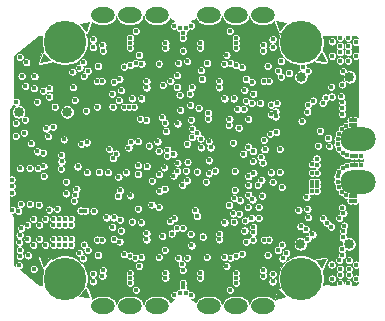
<source format=gbr>
G04 #@! TF.GenerationSoftware,KiCad,Pcbnew,(5.1.4)-1*
G04 #@! TF.CreationDate,2021-04-25T17:32:37+02:00*
G04 #@! TF.ProjectId,ultimateFC,756c7469-6d61-4746-9546-432e6b696361,rev?*
G04 #@! TF.SameCoordinates,Original*
G04 #@! TF.FileFunction,Copper,L2,Inr*
G04 #@! TF.FilePolarity,Positive*
%FSLAX46Y46*%
G04 Gerber Fmt 4.6, Leading zero omitted, Abs format (unit mm)*
G04 Created by KiCad (PCBNEW (5.1.4)-1) date 2021-04-25 17:32:37*
%MOMM*%
%LPD*%
G04 APERTURE LIST*
%ADD10C,0.850000*%
%ADD11O,3.000000X2.000000*%
%ADD12C,0.500000*%
%ADD13C,0.250000*%
%ADD14O,2.000000X1.300000*%
%ADD15O,0.400000X0.400000*%
%ADD16C,3.600000*%
%ADD17C,0.400000*%
%ADD18C,0.100000*%
G04 APERTURE END LIST*
D10*
X192500000Y-64925000D03*
X196600000Y-64925000D03*
X192460000Y-79070000D03*
X196560000Y-79070000D03*
D11*
X197350000Y-73800000D03*
X197350000Y-70200000D03*
D12*
X174250000Y-60650000D03*
D13*
G36*
X174683260Y-60307530D02*
G01*
X174361761Y-61190841D01*
X173761360Y-60472150D01*
X174683260Y-60307530D01*
X174683260Y-60307530D01*
G37*
D12*
X170800000Y-63450000D03*
D13*
G36*
X170720043Y-62903551D02*
G01*
X171324263Y-63623632D01*
X170401657Y-63784250D01*
X170720043Y-62903551D01*
X170720043Y-62903551D01*
G37*
D12*
X174254562Y-83353828D03*
D13*
G36*
X173730299Y-83527460D02*
G01*
X174334519Y-82807379D01*
X174652905Y-83688078D01*
X173730299Y-83527460D01*
X173730299Y-83527460D01*
G37*
D12*
X170800000Y-80550000D03*
D13*
G36*
X171324263Y-80376368D02*
G01*
X170720043Y-81096449D01*
X170401657Y-80215750D01*
X171324263Y-80376368D01*
X171324263Y-80376368D01*
G37*
D12*
X190800000Y-83450000D03*
D13*
G36*
X190672721Y-82912599D02*
G01*
X191337401Y-83577279D01*
X190432304Y-83817696D01*
X190672721Y-82912599D01*
X190672721Y-82912599D01*
G37*
D12*
X194250000Y-80660000D03*
D13*
G36*
X194282027Y-81211339D02*
G01*
X193742865Y-80441336D01*
X194675959Y-80361740D01*
X194282027Y-81211339D01*
X194282027Y-81211339D01*
G37*
D14*
X175720000Y-84300000D03*
D15*
X174920000Y-84300000D03*
X175120000Y-83950000D03*
X175520000Y-83850000D03*
X176520000Y-84300000D03*
X176320000Y-83950000D03*
X175920000Y-83850000D03*
X178220000Y-83850000D03*
X178620000Y-83950000D03*
X178820000Y-84300000D03*
X177820000Y-83850000D03*
X177420000Y-83950000D03*
X177220000Y-84300000D03*
D14*
X178020000Y-84300000D03*
X180320000Y-84300000D03*
D15*
X179520000Y-84300000D03*
X179720000Y-83950000D03*
X180120000Y-83850000D03*
X181120000Y-84300000D03*
X180920000Y-83950000D03*
X180520000Y-83850000D03*
X189080000Y-83850000D03*
X188680000Y-83950000D03*
X188480000Y-84300000D03*
X189480000Y-83850000D03*
X189880000Y-83950000D03*
X190080000Y-84300000D03*
D14*
X189280000Y-84300000D03*
X189280000Y-59700000D03*
D15*
X190080000Y-59700000D03*
X189880000Y-60050000D03*
X189480000Y-60150000D03*
X188480000Y-59700000D03*
X188680000Y-60050000D03*
X189080000Y-60150000D03*
X186780000Y-83850000D03*
X186380000Y-83950000D03*
X186180000Y-84300000D03*
X187180000Y-83850000D03*
X187580000Y-83950000D03*
X187780000Y-84300000D03*
D14*
X186980000Y-84300000D03*
D15*
X186780000Y-60150000D03*
X186380000Y-60050000D03*
X186180000Y-59700000D03*
X187180000Y-60150000D03*
X187580000Y-60050000D03*
X187780000Y-59700000D03*
D14*
X186980000Y-59700000D03*
X184680000Y-84300000D03*
D15*
X185480000Y-84300000D03*
X185280000Y-83950000D03*
X184880000Y-83850000D03*
X183880000Y-84300000D03*
X184080000Y-83950000D03*
X184480000Y-83850000D03*
D14*
X184680000Y-59700000D03*
D15*
X185480000Y-59700000D03*
X185280000Y-60050000D03*
X184880000Y-60150000D03*
X183880000Y-59700000D03*
X184080000Y-60050000D03*
X184480000Y-60150000D03*
X178220000Y-60150000D03*
X178620000Y-60050000D03*
X178820000Y-59700000D03*
X177820000Y-60150000D03*
X177420000Y-60050000D03*
X177220000Y-59700000D03*
D14*
X178020000Y-59700000D03*
D15*
X180520000Y-60150000D03*
X180920000Y-60050000D03*
X181120000Y-59700000D03*
X180120000Y-60150000D03*
X179720000Y-60050000D03*
X179520000Y-59700000D03*
D14*
X180320000Y-59700000D03*
D15*
X175920000Y-60150000D03*
X176320000Y-60050000D03*
X176520000Y-59700000D03*
X175520000Y-60150000D03*
X175120000Y-60050000D03*
X174920000Y-59700000D03*
D14*
X175720000Y-59700000D03*
D16*
X172500000Y-82000000D03*
X172500000Y-62000000D03*
X192500000Y-62000000D03*
X192500000Y-82000000D03*
D12*
X190792929Y-60542929D03*
D13*
G36*
X191317192Y-60369297D02*
G01*
X190712972Y-61089378D01*
X190394586Y-60208679D01*
X191317192Y-60369297D01*
X191317192Y-60369297D01*
G37*
D12*
X194250000Y-63350000D03*
D13*
G36*
X193742865Y-63568664D02*
G01*
X194282027Y-62798661D01*
X194675959Y-63648260D01*
X193742865Y-63568664D01*
X193742865Y-63568664D01*
G37*
D10*
X172700000Y-67900000D03*
X168600000Y-67900000D03*
D17*
X195125000Y-82000000D03*
X195125000Y-61925000D03*
X195800000Y-82400000D03*
X195800000Y-81674999D03*
X196500000Y-62825000D03*
X195800000Y-62325000D03*
X170350000Y-77450001D03*
X170850000Y-76950000D03*
X169850000Y-76950000D03*
X169350000Y-77450001D03*
X173050000Y-77450001D03*
X172550000Y-76950000D03*
X171550000Y-76950000D03*
X172050000Y-77450001D03*
X173050000Y-79150001D03*
X172550000Y-78650000D03*
X171550000Y-78650000D03*
X172050000Y-79150001D03*
X170850000Y-79150001D03*
X169850000Y-79150001D03*
X170350000Y-78650000D03*
X169350000Y-78650000D03*
X186990000Y-81550000D03*
X186200000Y-80930000D03*
X186980000Y-82364980D03*
X186990000Y-81950000D03*
X185579998Y-78690000D03*
X189370000Y-78720000D03*
X189780000Y-78700000D03*
X184530000Y-80200000D03*
X182500000Y-81300000D03*
X186990000Y-62450000D03*
X186200000Y-63070000D03*
X186980000Y-61635020D03*
X186990000Y-62050000D03*
X185579998Y-65310000D03*
X189370000Y-65280000D03*
X189780000Y-65300000D03*
X185579998Y-65818000D03*
X178010000Y-62450000D03*
X178800000Y-63070000D03*
X178020000Y-61635020D03*
X178010000Y-62050000D03*
X179420002Y-65310000D03*
X175630000Y-65280000D03*
X175220000Y-65300000D03*
X180470000Y-63800000D03*
X179420002Y-65818000D03*
X182500000Y-62700000D03*
X180770000Y-78400000D03*
X179420002Y-78182000D03*
X179420002Y-78690000D03*
X175630000Y-78720000D03*
X175220000Y-78700000D03*
X180470000Y-80200000D03*
X178800000Y-80930000D03*
X178020000Y-82364980D03*
X178010000Y-81550000D03*
X178010000Y-81950000D03*
X184555977Y-63760987D03*
X184124998Y-65100000D03*
X184850000Y-70900000D03*
X170700000Y-72500000D03*
X172600000Y-73800000D03*
X172600000Y-74800000D03*
X174400000Y-73000000D03*
X175407592Y-72992408D03*
X176600000Y-71800000D03*
X178700000Y-76100000D03*
X194124986Y-69500000D03*
X188050000Y-68500000D03*
X186450000Y-68500000D03*
X175250000Y-67450000D03*
X169050000Y-69650000D03*
X171650000Y-67450000D03*
X169650000Y-70550000D03*
X169162500Y-65700000D03*
X168850000Y-64850000D03*
X169150000Y-68550000D03*
X177021705Y-75019075D03*
X176640000Y-76825000D03*
X178050554Y-74971598D03*
X174350000Y-70475000D03*
X176275000Y-71050002D03*
X176827505Y-71422495D03*
X173900000Y-70600000D03*
X196043019Y-64460873D03*
X193078324Y-64450010D03*
X195969188Y-75990011D03*
X171500000Y-69149990D03*
X178700000Y-73150000D03*
X168725000Y-72675000D03*
X169525000Y-72650000D03*
X170225000Y-72675000D03*
X168000000Y-74175000D03*
X168775000Y-75700000D03*
X169549998Y-75700000D03*
X170300000Y-75750000D03*
X168573136Y-76307597D03*
X180970010Y-79575000D03*
X184039990Y-64375000D03*
X196010000Y-67597411D03*
X194800000Y-70100000D03*
X194900000Y-70800000D03*
X193541292Y-66937054D03*
X184702315Y-72000000D03*
X185235890Y-72860892D03*
X173590000Y-72510000D03*
X168350000Y-68850000D03*
X168350000Y-69925000D03*
X168000000Y-73625000D03*
X168000000Y-74725000D03*
X196500000Y-63550000D03*
X197175000Y-63150000D03*
X183300010Y-69302963D03*
X180975000Y-68800000D03*
X182049013Y-68875987D03*
X170725000Y-73325000D03*
X177900000Y-70909979D03*
X178699996Y-72420032D03*
X190880000Y-74260000D03*
X189960000Y-73020000D03*
X168680000Y-78340000D03*
X168700000Y-80110000D03*
X172420000Y-70230000D03*
X171190000Y-76160000D03*
X169900000Y-65900004D03*
X169937045Y-64882739D03*
X193479271Y-78268888D03*
X177700000Y-73020010D03*
X179880000Y-73730000D03*
X183690010Y-72950000D03*
X179440000Y-72500000D03*
X185579998Y-78240010D03*
X184180604Y-78450021D03*
X180800000Y-65630001D03*
X193825000Y-73050000D03*
X193825000Y-73800000D03*
X193825000Y-74200000D03*
X193825000Y-74600000D03*
X193425000Y-74600000D03*
X193425000Y-74200000D03*
X193425000Y-73800000D03*
X193425000Y-73050000D03*
X193825000Y-72375000D03*
X193425000Y-72325000D03*
X195800000Y-61600000D03*
X196550000Y-81175000D03*
X197175000Y-80825000D03*
X196575000Y-80450000D03*
X196000000Y-80000000D03*
X172550000Y-77450001D03*
X173050000Y-76950000D03*
X172050000Y-76950000D03*
X171550000Y-77450001D03*
X172550000Y-79150001D03*
X173050000Y-78650000D03*
X172050000Y-78650000D03*
X171550000Y-79150001D03*
X188470000Y-77650000D03*
X187860000Y-78880000D03*
X188470000Y-66350000D03*
X187860000Y-65120000D03*
X176530000Y-66350000D03*
X177140000Y-65120000D03*
X177170000Y-77020000D03*
X176530000Y-77650000D03*
X177140000Y-78880000D03*
X178190000Y-77180000D03*
X196000000Y-68100000D03*
X196033399Y-78518755D03*
X193118682Y-76823707D03*
X173271355Y-75400170D03*
X173159326Y-64501195D03*
X171200000Y-65900000D03*
X173850000Y-76250000D03*
X178189418Y-66749967D03*
X174249979Y-76258337D03*
X174950000Y-76273365D03*
X195975000Y-65575000D03*
X192650000Y-64100000D03*
X173200000Y-65800010D03*
X196100148Y-76472569D03*
X190350000Y-68279978D03*
X189950000Y-68110000D03*
X190340000Y-67870000D03*
X193050000Y-78640000D03*
X193100000Y-67290000D03*
X195970000Y-79500000D03*
X177086455Y-66899990D03*
X178890000Y-68479998D03*
X187780000Y-77090000D03*
X186810000Y-77190011D03*
X186807889Y-66755382D03*
X187830180Y-66949995D03*
X188470000Y-78060000D03*
X170850000Y-77450001D03*
X170350000Y-76950000D03*
X169350000Y-76950000D03*
X169850000Y-77450001D03*
X169350000Y-79150001D03*
X170350000Y-79150001D03*
X169850000Y-78650000D03*
X185030000Y-80200000D03*
X179970000Y-63800000D03*
X179970000Y-80200000D03*
X185054304Y-63802000D03*
X184050000Y-69300000D03*
X185650000Y-73475002D03*
X185650000Y-71700000D03*
X185993092Y-70524998D03*
X178025000Y-76400000D03*
X179325000Y-76239990D03*
X187250000Y-68500000D03*
X170850000Y-78650000D03*
X175575000Y-76250000D03*
X176884839Y-75499979D03*
X188813416Y-68510830D03*
X172250000Y-64150000D03*
X171266640Y-65366640D03*
X195200000Y-69500000D03*
X194178268Y-78074355D03*
X192566436Y-65913818D03*
X193886365Y-66575202D03*
X170300001Y-62536364D03*
X182450000Y-69400000D03*
X190810000Y-74873576D03*
X178398916Y-68363730D03*
X171010000Y-72910000D03*
X193650000Y-76900000D03*
X180530000Y-73670000D03*
X190062495Y-75717505D03*
X189777495Y-75432505D03*
X197175000Y-82000000D03*
X196500000Y-82400000D03*
X195800000Y-81175000D03*
X196500001Y-62325000D03*
X197175000Y-61975000D03*
X183971007Y-81535983D03*
X183972436Y-81939725D03*
X190100000Y-82250000D03*
X190100000Y-81600000D03*
X182500000Y-82750000D03*
X189305000Y-81760000D03*
X189280000Y-81300000D03*
X183971007Y-62464017D03*
X183972436Y-62060275D03*
X190100000Y-61750000D03*
X190100000Y-62400000D03*
X189305000Y-62240000D03*
X189280000Y-62700000D03*
X182500000Y-61650002D03*
X181028993Y-62464017D03*
X181027564Y-62060275D03*
X174900000Y-61750000D03*
X174900000Y-62400000D03*
X182500000Y-61250000D03*
X175695000Y-62240000D03*
X175720000Y-62700000D03*
X182500000Y-82349998D03*
X175695000Y-81760000D03*
X175720000Y-81300000D03*
X181028993Y-81535983D03*
X181027564Y-81939725D03*
X174900000Y-82250000D03*
X174900000Y-81600000D03*
X183079988Y-66349990D03*
X177550000Y-67450000D03*
X177950000Y-67450000D03*
X178350000Y-67449978D03*
X197100000Y-68600000D03*
X196700000Y-68600000D03*
X197600000Y-71600000D03*
X197200000Y-71600000D03*
X196800000Y-71600000D03*
X196400000Y-71550000D03*
X196050000Y-71350000D03*
X197100000Y-69000000D03*
X196700000Y-69000000D03*
X195750000Y-71050000D03*
X195600000Y-70650000D03*
X195600000Y-70200000D03*
X195700000Y-69750000D03*
X195950000Y-69350000D03*
X196300000Y-69100000D03*
X195799999Y-62825000D03*
X195800000Y-63550000D03*
X195125000Y-63150000D03*
X195100000Y-80825000D03*
X181770000Y-76900000D03*
X181420014Y-77150000D03*
X183140000Y-67310000D03*
X183840000Y-67570000D03*
X196500000Y-61600000D03*
X196550000Y-81675000D03*
X195750000Y-80450000D03*
X186750018Y-70499999D03*
X183705330Y-76703507D03*
X195950000Y-74650000D03*
X196300000Y-74900000D03*
X197100000Y-75400000D03*
X196700000Y-75400000D03*
X197200000Y-72400000D03*
X197600000Y-72400000D03*
X195600000Y-73350000D03*
X195750000Y-72950000D03*
X197100000Y-75000000D03*
X196800000Y-72400000D03*
X196700000Y-75000000D03*
X196050000Y-72650000D03*
X195700000Y-74250000D03*
X195600000Y-73800000D03*
X196400000Y-72450000D03*
X193044173Y-67867942D03*
X189424682Y-71062225D03*
X192560000Y-68680000D03*
X193949979Y-70760112D03*
X186528895Y-63766741D03*
X183210000Y-60584581D03*
X182230000Y-66439959D03*
X186019990Y-66750012D03*
X187720432Y-66060000D03*
X188340000Y-65350000D03*
X186026237Y-63808216D03*
X186480000Y-61050000D03*
X187013061Y-63941170D03*
X190561469Y-64406915D03*
X189680000Y-64000000D03*
X174438531Y-64406915D03*
X175320000Y-64000000D03*
X178499785Y-63750999D03*
X181790000Y-60584581D03*
X182000000Y-64800000D03*
X177279568Y-66060000D03*
X178987552Y-66750012D03*
X176660000Y-65350000D03*
X178996477Y-63808517D03*
X187120000Y-67650000D03*
X188420000Y-72070019D03*
X181450000Y-65300000D03*
X182250000Y-60810000D03*
X182120000Y-63750000D03*
X178520000Y-61050000D03*
X178022625Y-63919289D03*
X173750000Y-64150001D03*
X177520002Y-64060000D03*
X174050007Y-63699990D03*
X174120000Y-64874439D03*
X190561469Y-79593085D03*
X189680000Y-80000000D03*
X175320000Y-80000000D03*
X174438531Y-79593085D03*
X195756067Y-76893933D03*
X189251094Y-72193350D03*
X194586377Y-66684143D03*
X180450000Y-75970000D03*
X188050000Y-73350010D03*
X194677066Y-77276463D03*
X186850007Y-75200011D03*
X179850000Y-75750000D03*
X194339081Y-67135477D03*
X186900000Y-74500000D03*
X194350011Y-76898248D03*
X189160688Y-73660688D03*
X188480259Y-73045266D03*
X193050012Y-76123697D03*
X192290000Y-76190000D03*
X190439709Y-67169017D03*
X187224490Y-69229970D03*
X189950000Y-67270000D03*
X186400012Y-69018287D03*
X195063202Y-65763202D03*
X188040000Y-70830002D03*
X195058739Y-77599477D03*
X189359998Y-70260000D03*
X192470000Y-77580000D03*
X189230000Y-74979998D03*
X188049994Y-74900000D03*
X192900001Y-77835167D03*
X189900000Y-69749998D03*
X195100000Y-66600000D03*
X186528895Y-80233259D03*
X183210000Y-83415419D03*
X183230000Y-79200000D03*
X188420000Y-78710000D03*
X186019990Y-77249988D03*
X187720432Y-77940000D03*
X178474682Y-80234589D03*
X181790000Y-83415419D03*
X182417512Y-80792488D03*
X176660000Y-78650000D03*
X177279568Y-77940000D03*
X178980010Y-77249988D03*
X187660000Y-67650000D03*
X189090000Y-71720000D03*
X186026237Y-80191784D03*
X188400000Y-75300000D03*
X186896434Y-72900000D03*
X181979990Y-77728897D03*
X188920000Y-75940000D03*
X182750000Y-60810000D03*
X182879916Y-63604987D03*
X182750000Y-83190000D03*
X182880000Y-80250000D03*
X186480000Y-82950000D03*
X187008350Y-80064533D03*
X190825001Y-63574999D03*
X190827225Y-64903369D03*
X191500000Y-64600000D03*
X187500002Y-64120000D03*
X191250000Y-79849999D03*
X187500000Y-79900000D03*
X190949993Y-80300010D03*
X190880000Y-79125561D03*
X178973763Y-80191784D03*
X182490000Y-77720000D03*
X188000000Y-75970000D03*
X182120000Y-80250000D03*
X182250000Y-83190000D03*
X178520000Y-82950000D03*
X178006031Y-80060296D03*
X173750000Y-79849999D03*
X177518417Y-79949641D03*
X174120000Y-79125561D03*
X174050007Y-80300010D03*
X177050002Y-73390000D03*
X176553976Y-67450000D03*
X196084435Y-78012636D03*
X187269891Y-76510021D03*
X196170000Y-77520000D03*
X186770001Y-76490000D03*
X183210000Y-68550000D03*
X182280000Y-67740000D03*
X190100000Y-73810004D03*
X190700000Y-72990000D03*
X168065948Y-76184716D03*
X180500000Y-74599989D03*
X172231711Y-72081495D03*
X180956917Y-74396926D03*
X172210000Y-71540000D03*
X184644000Y-68479816D03*
X182849995Y-70599982D03*
X170180000Y-67027478D03*
X173400000Y-74900013D03*
X168824999Y-77749999D03*
X170930000Y-69290000D03*
X179622495Y-70747495D03*
X176025000Y-76825000D03*
X183534052Y-76233746D03*
X178700002Y-70380000D03*
X181075000Y-69525000D03*
X181160000Y-71590000D03*
X182450000Y-74100000D03*
X182050002Y-72199983D03*
X180483928Y-73172115D03*
X174300000Y-67800000D03*
X183281510Y-70018490D03*
X180930000Y-72600000D03*
X184000000Y-70150000D03*
X173350000Y-66900000D03*
X184699986Y-70400000D03*
X178100002Y-70450000D03*
X190700000Y-71050000D03*
X190399988Y-69585678D03*
X186403502Y-75766498D03*
X195900010Y-66588333D03*
X187626672Y-71433908D03*
X187340328Y-75391786D03*
X196001049Y-67097401D03*
X188450003Y-71200015D03*
X188050000Y-74100000D03*
X188844584Y-74086880D03*
X182850000Y-73700000D03*
X180450000Y-71200000D03*
X184450000Y-73800000D03*
X184699988Y-73100000D03*
X171200000Y-66600000D03*
X183689353Y-69695137D03*
X184050000Y-70900000D03*
X170700000Y-66099994D03*
X181710000Y-71450000D03*
X170686760Y-71350010D03*
X181187824Y-71090773D03*
X170188487Y-71238487D03*
X168650000Y-80880000D03*
X168650000Y-78930000D03*
X169407512Y-80047512D03*
X182040000Y-72910000D03*
X181710867Y-73299894D03*
X168700000Y-79580000D03*
X169875000Y-81200000D03*
X173495648Y-74407261D03*
X168700000Y-63249998D03*
X184630000Y-67980000D03*
X180750000Y-68349997D03*
X180355016Y-70399990D03*
X172170000Y-72710000D03*
X171870000Y-76100000D03*
X179390000Y-68570000D03*
X171110000Y-69960000D03*
X168395301Y-67054038D03*
X169250000Y-63700018D03*
X183253758Y-65823758D03*
X189050000Y-67150000D03*
X188920002Y-76870000D03*
X183159998Y-78220000D03*
X188327541Y-67149859D03*
X182000000Y-65780000D03*
X181560000Y-78190000D03*
X188293994Y-76870010D03*
X177199649Y-74541966D03*
X182760000Y-72880000D03*
X182900000Y-72142700D03*
X176180000Y-73010000D03*
X193823720Y-71850679D03*
X192970000Y-75110000D03*
D18*
G36*
X188127279Y-59810542D02*
G01*
X188130770Y-59810555D01*
X188132720Y-59810549D01*
X188136976Y-59810118D01*
X188141576Y-59856827D01*
X188187321Y-60007628D01*
X188261607Y-60146606D01*
X188361578Y-60268422D01*
X188483394Y-60368393D01*
X188622372Y-60442679D01*
X188773173Y-60488424D01*
X188890707Y-60500000D01*
X189669293Y-60500000D01*
X189786827Y-60488424D01*
X189937628Y-60442679D01*
X190076606Y-60368393D01*
X190198422Y-60268422D01*
X190244564Y-60212197D01*
X190245565Y-60231285D01*
X190252838Y-60259923D01*
X190571224Y-61140622D01*
X190579276Y-61158975D01*
X190595423Y-61183721D01*
X190616087Y-61204841D01*
X190640474Y-61221523D01*
X190667648Y-61233128D01*
X190696563Y-61239208D01*
X190704431Y-61239294D01*
X190624938Y-61431206D01*
X190550000Y-61807942D01*
X190550000Y-62192058D01*
X190624938Y-62568794D01*
X190771933Y-62923671D01*
X190985336Y-63243052D01*
X191039997Y-63297713D01*
X190990788Y-63264833D01*
X190927092Y-63238449D01*
X190859473Y-63224999D01*
X190790529Y-63224999D01*
X190722910Y-63238449D01*
X190659214Y-63264833D01*
X190601889Y-63303136D01*
X190553138Y-63351887D01*
X190514835Y-63409212D01*
X190488451Y-63472908D01*
X190475001Y-63540527D01*
X190475001Y-63609471D01*
X190488451Y-63677090D01*
X190514835Y-63740786D01*
X190553138Y-63798111D01*
X190601889Y-63846862D01*
X190659214Y-63885165D01*
X190722910Y-63911549D01*
X190790529Y-63924999D01*
X190859473Y-63924999D01*
X190927092Y-63911549D01*
X190990788Y-63885165D01*
X191048113Y-63846862D01*
X191096864Y-63798111D01*
X191135167Y-63740786D01*
X191161551Y-63677090D01*
X191175001Y-63609471D01*
X191175001Y-63540527D01*
X191161551Y-63472908D01*
X191135167Y-63409212D01*
X191102287Y-63360003D01*
X191256948Y-63514664D01*
X191576329Y-63728067D01*
X191931206Y-63875062D01*
X192307942Y-63950000D01*
X192333295Y-63950000D01*
X192313450Y-63997909D01*
X192300000Y-64065528D01*
X192300000Y-64134472D01*
X192313450Y-64202091D01*
X192339834Y-64265787D01*
X192378137Y-64323112D01*
X192411386Y-64356361D01*
X192332279Y-64372097D01*
X192227635Y-64415442D01*
X192133459Y-64478368D01*
X192053368Y-64558459D01*
X191990442Y-64652635D01*
X191947097Y-64757279D01*
X191925000Y-64868367D01*
X191925000Y-64981633D01*
X191947097Y-65092721D01*
X191990442Y-65197365D01*
X192053368Y-65291541D01*
X192133459Y-65371632D01*
X192227635Y-65434558D01*
X192332279Y-65477903D01*
X192443367Y-65500000D01*
X192556633Y-65500000D01*
X192667721Y-65477903D01*
X192772365Y-65434558D01*
X192866541Y-65371632D01*
X192946632Y-65291541D01*
X193009558Y-65197365D01*
X193052903Y-65092721D01*
X193075000Y-64981633D01*
X193075000Y-64868367D01*
X193061403Y-64800010D01*
X193112796Y-64800010D01*
X193180415Y-64786560D01*
X193244111Y-64760176D01*
X193301436Y-64721873D01*
X193350187Y-64673122D01*
X193388490Y-64615797D01*
X193414874Y-64552101D01*
X193428324Y-64484482D01*
X193428324Y-64415538D01*
X193414874Y-64347919D01*
X193388490Y-64284223D01*
X193350187Y-64226898D01*
X193301436Y-64178147D01*
X193244111Y-64139844D01*
X193180415Y-64113460D01*
X193112796Y-64100010D01*
X193043852Y-64100010D01*
X193000000Y-64108733D01*
X193000000Y-64065528D01*
X192986550Y-63997909D01*
X192960166Y-63934213D01*
X192938023Y-63901074D01*
X193068794Y-63875062D01*
X193423671Y-63728067D01*
X193598558Y-63611212D01*
X193599214Y-63614300D01*
X193610877Y-63641448D01*
X193627613Y-63665799D01*
X193648777Y-63686417D01*
X193673558Y-63702510D01*
X193701001Y-63713460D01*
X193730054Y-63718845D01*
X194663148Y-63798441D01*
X194682207Y-63798856D01*
X194711467Y-63794744D01*
X194739362Y-63785002D01*
X194764821Y-63770005D01*
X194786865Y-63750330D01*
X194804646Y-63726732D01*
X194817483Y-63700119D01*
X194824881Y-63671512D01*
X194826555Y-63642012D01*
X194822443Y-63612752D01*
X194812701Y-63584857D01*
X194780556Y-63515528D01*
X195450000Y-63515528D01*
X195450000Y-63584472D01*
X195463450Y-63652091D01*
X195489834Y-63715787D01*
X195528137Y-63773112D01*
X195576888Y-63821863D01*
X195634213Y-63860166D01*
X195697909Y-63886550D01*
X195765528Y-63900000D01*
X195834472Y-63900000D01*
X195902091Y-63886550D01*
X195965787Y-63860166D01*
X196023112Y-63821863D01*
X196071863Y-63773112D01*
X196110166Y-63715787D01*
X196136550Y-63652091D01*
X196150000Y-63584472D01*
X196163450Y-63652091D01*
X196189834Y-63715787D01*
X196228137Y-63773112D01*
X196276888Y-63821863D01*
X196334213Y-63860166D01*
X196397909Y-63886550D01*
X196465528Y-63900000D01*
X196534472Y-63900000D01*
X196602091Y-63886550D01*
X196665787Y-63860166D01*
X196723112Y-63821863D01*
X196771863Y-63773112D01*
X196810166Y-63715787D01*
X196836550Y-63652091D01*
X196850000Y-63584472D01*
X196850000Y-63515528D01*
X196836550Y-63447909D01*
X196810166Y-63384213D01*
X196771863Y-63326888D01*
X196723112Y-63278137D01*
X196665787Y-63239834D01*
X196602091Y-63213450D01*
X196534472Y-63200000D01*
X196465528Y-63200000D01*
X196397909Y-63213450D01*
X196334213Y-63239834D01*
X196276888Y-63278137D01*
X196228137Y-63326888D01*
X196189834Y-63384213D01*
X196163450Y-63447909D01*
X196150000Y-63515528D01*
X196136550Y-63447909D01*
X196110166Y-63384213D01*
X196071863Y-63326888D01*
X196023112Y-63278137D01*
X195965787Y-63239834D01*
X195902091Y-63213450D01*
X195834472Y-63200000D01*
X195765528Y-63200000D01*
X195697909Y-63213450D01*
X195634213Y-63239834D01*
X195576888Y-63278137D01*
X195528137Y-63326888D01*
X195489834Y-63384213D01*
X195463450Y-63447909D01*
X195450000Y-63515528D01*
X194780556Y-63515528D01*
X194595089Y-63115528D01*
X194775000Y-63115528D01*
X194775000Y-63184472D01*
X194788450Y-63252091D01*
X194814834Y-63315787D01*
X194853137Y-63373112D01*
X194901888Y-63421863D01*
X194959213Y-63460166D01*
X195022909Y-63486550D01*
X195090528Y-63500000D01*
X195159472Y-63500000D01*
X195227091Y-63486550D01*
X195290787Y-63460166D01*
X195348112Y-63421863D01*
X195396863Y-63373112D01*
X195435166Y-63315787D01*
X195461550Y-63252091D01*
X195475000Y-63184472D01*
X195475000Y-63115528D01*
X195461550Y-63047909D01*
X195435166Y-62984213D01*
X195396863Y-62926888D01*
X195348112Y-62878137D01*
X195290787Y-62839834D01*
X195227091Y-62813450D01*
X195159472Y-62800000D01*
X195090528Y-62800000D01*
X195022909Y-62813450D01*
X194959213Y-62839834D01*
X194901888Y-62878137D01*
X194853137Y-62926888D01*
X194814834Y-62984213D01*
X194788450Y-63047909D01*
X194775000Y-63115528D01*
X194595089Y-63115528D01*
X194444397Y-62790528D01*
X195449999Y-62790528D01*
X195449999Y-62859472D01*
X195463449Y-62927091D01*
X195489833Y-62990787D01*
X195528136Y-63048112D01*
X195576887Y-63096863D01*
X195634212Y-63135166D01*
X195697908Y-63161550D01*
X195765527Y-63175000D01*
X195834471Y-63175000D01*
X195902090Y-63161550D01*
X195965786Y-63135166D01*
X196023111Y-63096863D01*
X196071862Y-63048112D01*
X196110165Y-62990787D01*
X196136549Y-62927091D01*
X196149999Y-62859472D01*
X196149999Y-62790528D01*
X196150000Y-62790528D01*
X196150000Y-62859472D01*
X196163450Y-62927091D01*
X196189834Y-62990787D01*
X196228137Y-63048112D01*
X196276888Y-63096863D01*
X196334213Y-63135166D01*
X196397909Y-63161550D01*
X196465528Y-63175000D01*
X196534472Y-63175000D01*
X196602091Y-63161550D01*
X196665787Y-63135166D01*
X196723112Y-63096863D01*
X196771863Y-63048112D01*
X196810166Y-62990787D01*
X196836550Y-62927091D01*
X196850000Y-62859472D01*
X196850000Y-62790528D01*
X196836550Y-62722909D01*
X196810166Y-62659213D01*
X196771863Y-62601888D01*
X196744976Y-62575001D01*
X196771864Y-62548112D01*
X196810167Y-62490787D01*
X196836551Y-62427091D01*
X196850001Y-62359472D01*
X196850001Y-62290528D01*
X196836551Y-62222909D01*
X196810167Y-62159213D01*
X196771864Y-62101888D01*
X196723113Y-62053137D01*
X196665788Y-62014834D01*
X196602092Y-61988450D01*
X196534473Y-61975000D01*
X196465529Y-61975000D01*
X196397910Y-61988450D01*
X196334214Y-62014834D01*
X196276889Y-62053137D01*
X196228138Y-62101888D01*
X196189835Y-62159213D01*
X196163451Y-62222909D01*
X196150001Y-62290528D01*
X196150001Y-62359472D01*
X196163451Y-62427091D01*
X196189835Y-62490787D01*
X196228138Y-62548112D01*
X196255026Y-62575000D01*
X196228137Y-62601888D01*
X196189834Y-62659213D01*
X196163450Y-62722909D01*
X196150000Y-62790528D01*
X196149999Y-62790528D01*
X196136549Y-62722909D01*
X196110165Y-62659213D01*
X196071862Y-62601888D01*
X196044975Y-62575001D01*
X196071863Y-62548112D01*
X196110166Y-62490787D01*
X196136550Y-62427091D01*
X196150000Y-62359472D01*
X196150000Y-62290528D01*
X196136550Y-62222909D01*
X196110166Y-62159213D01*
X196071863Y-62101888D01*
X196023112Y-62053137D01*
X195965787Y-62014834D01*
X195902091Y-61988450D01*
X195834472Y-61975000D01*
X195765528Y-61975000D01*
X195697909Y-61988450D01*
X195634213Y-62014834D01*
X195576888Y-62053137D01*
X195528137Y-62101888D01*
X195489834Y-62159213D01*
X195463450Y-62222909D01*
X195450000Y-62290528D01*
X195450000Y-62359472D01*
X195463450Y-62427091D01*
X195489834Y-62490787D01*
X195528137Y-62548112D01*
X195555025Y-62575000D01*
X195528136Y-62601888D01*
X195489833Y-62659213D01*
X195463449Y-62722909D01*
X195449999Y-62790528D01*
X194444397Y-62790528D01*
X194418769Y-62735258D01*
X194409148Y-62717676D01*
X194390906Y-62694432D01*
X194368480Y-62675193D01*
X194342731Y-62660700D01*
X194337678Y-62659046D01*
X194375062Y-62568794D01*
X194450000Y-62192058D01*
X194450000Y-61890528D01*
X194775000Y-61890528D01*
X194775000Y-61959472D01*
X194788450Y-62027091D01*
X194814834Y-62090787D01*
X194853137Y-62148112D01*
X194901888Y-62196863D01*
X194959213Y-62235166D01*
X195022909Y-62261550D01*
X195090528Y-62275000D01*
X195159472Y-62275000D01*
X195227091Y-62261550D01*
X195290787Y-62235166D01*
X195348112Y-62196863D01*
X195396863Y-62148112D01*
X195435166Y-62090787D01*
X195461550Y-62027091D01*
X195475000Y-61959472D01*
X195475000Y-61890528D01*
X195461550Y-61822909D01*
X195435166Y-61759213D01*
X195396863Y-61701888D01*
X195348112Y-61653137D01*
X195290787Y-61614834D01*
X195227091Y-61588450D01*
X195159472Y-61575000D01*
X195090528Y-61575000D01*
X195022909Y-61588450D01*
X194959213Y-61614834D01*
X194901888Y-61653137D01*
X194853137Y-61701888D01*
X194814834Y-61759213D01*
X194788450Y-61822909D01*
X194775000Y-61890528D01*
X194450000Y-61890528D01*
X194450000Y-61807942D01*
X194380528Y-61458687D01*
X194386457Y-61460482D01*
X194408658Y-61464897D01*
X194430840Y-61469632D01*
X194434310Y-61469999D01*
X194434312Y-61469999D01*
X194725396Y-61498786D01*
X194737426Y-61498796D01*
X194749412Y-61500000D01*
X194752903Y-61499983D01*
X194785198Y-61499608D01*
X194796952Y-61498318D01*
X194808786Y-61498218D01*
X194812254Y-61497823D01*
X195098702Y-61463247D01*
X195106935Y-61462519D01*
X195173353Y-61450000D01*
X195483295Y-61450000D01*
X195463450Y-61497909D01*
X195450000Y-61565528D01*
X195450000Y-61634472D01*
X195463450Y-61702091D01*
X195489834Y-61765787D01*
X195528137Y-61823112D01*
X195576888Y-61871863D01*
X195634213Y-61910166D01*
X195697909Y-61936550D01*
X195765528Y-61950000D01*
X195834472Y-61950000D01*
X195902091Y-61936550D01*
X195965787Y-61910166D01*
X196023112Y-61871863D01*
X196071863Y-61823112D01*
X196110166Y-61765787D01*
X196136550Y-61702091D01*
X196150000Y-61634472D01*
X196163450Y-61702091D01*
X196189834Y-61765787D01*
X196228137Y-61823112D01*
X196276888Y-61871863D01*
X196334213Y-61910166D01*
X196397909Y-61936550D01*
X196465528Y-61950000D01*
X196534472Y-61950000D01*
X196602091Y-61936550D01*
X196665787Y-61910166D01*
X196723112Y-61871863D01*
X196771863Y-61823112D01*
X196810166Y-61765787D01*
X196836550Y-61702091D01*
X196850000Y-61634472D01*
X196850000Y-61565528D01*
X196836550Y-61497909D01*
X196816705Y-61450000D01*
X197196447Y-61450000D01*
X197350001Y-61603554D01*
X197350001Y-61670991D01*
X197340787Y-61664834D01*
X197277091Y-61638450D01*
X197209472Y-61625000D01*
X197140528Y-61625000D01*
X197072909Y-61638450D01*
X197009213Y-61664834D01*
X196951888Y-61703137D01*
X196903137Y-61751888D01*
X196864834Y-61809213D01*
X196838450Y-61872909D01*
X196825000Y-61940528D01*
X196825000Y-62009472D01*
X196838450Y-62077091D01*
X196864834Y-62140787D01*
X196903137Y-62198112D01*
X196951888Y-62246863D01*
X197009213Y-62285166D01*
X197072909Y-62311550D01*
X197140528Y-62325000D01*
X197209472Y-62325000D01*
X197277091Y-62311550D01*
X197340787Y-62285166D01*
X197350001Y-62279010D01*
X197350001Y-62845990D01*
X197340787Y-62839834D01*
X197277091Y-62813450D01*
X197209472Y-62800000D01*
X197140528Y-62800000D01*
X197072909Y-62813450D01*
X197009213Y-62839834D01*
X196951888Y-62878137D01*
X196903137Y-62926888D01*
X196864834Y-62984213D01*
X196838450Y-63047909D01*
X196825000Y-63115528D01*
X196825000Y-63184472D01*
X196838450Y-63252091D01*
X196864834Y-63315787D01*
X196903137Y-63373112D01*
X196951888Y-63421863D01*
X197009213Y-63460166D01*
X197072909Y-63486550D01*
X197140528Y-63500000D01*
X197209472Y-63500000D01*
X197277091Y-63486550D01*
X197340787Y-63460166D01*
X197350001Y-63454010D01*
X197350000Y-68355025D01*
X197323112Y-68328137D01*
X197265787Y-68289834D01*
X197202091Y-68263450D01*
X197134472Y-68250000D01*
X197065528Y-68250000D01*
X196997909Y-68263450D01*
X196934213Y-68289834D01*
X196900000Y-68312694D01*
X196865787Y-68289834D01*
X196802091Y-68263450D01*
X196734472Y-68250000D01*
X196665528Y-68250000D01*
X196597909Y-68263450D01*
X196534213Y-68289834D01*
X196476888Y-68328137D01*
X196428137Y-68376888D01*
X196389834Y-68434213D01*
X196363450Y-68497909D01*
X196350000Y-68565528D01*
X196350000Y-68634472D01*
X196363450Y-68702091D01*
X196387679Y-68760583D01*
X196334472Y-68750000D01*
X196265528Y-68750000D01*
X196197909Y-68763450D01*
X196134213Y-68789834D01*
X196076888Y-68828137D01*
X196028137Y-68876888D01*
X195989834Y-68934213D01*
X195963450Y-68997909D01*
X195963034Y-69000000D01*
X195915528Y-69000000D01*
X195847909Y-69013450D01*
X195784213Y-69039834D01*
X195726888Y-69078137D01*
X195678137Y-69126888D01*
X195639834Y-69184213D01*
X195613450Y-69247909D01*
X195600000Y-69315528D01*
X195600000Y-69384472D01*
X195605465Y-69411947D01*
X195597909Y-69413450D01*
X195534213Y-69439834D01*
X195476888Y-69478137D01*
X195428137Y-69526888D01*
X195389834Y-69584213D01*
X195363450Y-69647909D01*
X195350000Y-69715528D01*
X195350000Y-69784472D01*
X195363450Y-69852091D01*
X195389834Y-69915787D01*
X195391543Y-69918345D01*
X195376888Y-69928137D01*
X195328137Y-69976888D01*
X195289834Y-70034213D01*
X195263450Y-70097909D01*
X195250000Y-70165528D01*
X195250000Y-70234472D01*
X195263450Y-70302091D01*
X195289834Y-70365787D01*
X195328137Y-70423112D01*
X195330025Y-70425000D01*
X195328137Y-70426888D01*
X195289834Y-70484213D01*
X195263450Y-70547909D01*
X195250000Y-70615528D01*
X195250000Y-70684472D01*
X195263450Y-70752091D01*
X195289834Y-70815787D01*
X195328137Y-70873112D01*
X195376888Y-70921863D01*
X195413974Y-70946643D01*
X195413450Y-70947909D01*
X195400000Y-71015528D01*
X195400000Y-71084472D01*
X195413450Y-71152091D01*
X195439834Y-71215787D01*
X195478137Y-71273112D01*
X195526888Y-71321863D01*
X195584213Y-71360166D01*
X195647909Y-71386550D01*
X195702576Y-71397424D01*
X195713450Y-71452091D01*
X195739834Y-71515787D01*
X195778137Y-71573112D01*
X195826888Y-71621863D01*
X195884213Y-71660166D01*
X195947909Y-71686550D01*
X196015528Y-71700000D01*
X196083295Y-71700000D01*
X196089834Y-71715787D01*
X196128137Y-71773112D01*
X196176888Y-71821863D01*
X196234213Y-71860166D01*
X196297909Y-71886550D01*
X196365528Y-71900000D01*
X196434472Y-71900000D01*
X196502091Y-71886550D01*
X196565366Y-71860341D01*
X196576888Y-71871863D01*
X196634213Y-71910166D01*
X196697909Y-71936550D01*
X196765528Y-71950000D01*
X196834472Y-71950000D01*
X196902091Y-71936550D01*
X196965787Y-71910166D01*
X197000000Y-71887306D01*
X197034213Y-71910166D01*
X197097909Y-71936550D01*
X197165528Y-71950000D01*
X197234472Y-71950000D01*
X197302091Y-71936550D01*
X197365787Y-71910166D01*
X197400000Y-71887306D01*
X197434213Y-71910166D01*
X197497909Y-71936550D01*
X197565528Y-71950000D01*
X197634472Y-71950000D01*
X197702091Y-71936550D01*
X197750000Y-71916705D01*
X197750001Y-72083295D01*
X197702091Y-72063450D01*
X197634472Y-72050000D01*
X197565528Y-72050000D01*
X197497909Y-72063450D01*
X197434213Y-72089834D01*
X197400000Y-72112694D01*
X197365787Y-72089834D01*
X197302091Y-72063450D01*
X197234472Y-72050000D01*
X197165528Y-72050000D01*
X197097909Y-72063450D01*
X197034213Y-72089834D01*
X197000000Y-72112694D01*
X196965787Y-72089834D01*
X196902091Y-72063450D01*
X196834472Y-72050000D01*
X196765528Y-72050000D01*
X196697909Y-72063450D01*
X196634213Y-72089834D01*
X196576888Y-72128137D01*
X196565366Y-72139659D01*
X196502091Y-72113450D01*
X196434472Y-72100000D01*
X196365528Y-72100000D01*
X196297909Y-72113450D01*
X196234213Y-72139834D01*
X196176888Y-72178137D01*
X196128137Y-72226888D01*
X196089834Y-72284213D01*
X196083295Y-72300000D01*
X196015528Y-72300000D01*
X195947909Y-72313450D01*
X195884213Y-72339834D01*
X195826888Y-72378137D01*
X195778137Y-72426888D01*
X195739834Y-72484213D01*
X195713450Y-72547909D01*
X195702576Y-72602576D01*
X195647909Y-72613450D01*
X195584213Y-72639834D01*
X195526888Y-72678137D01*
X195478137Y-72726888D01*
X195439834Y-72784213D01*
X195413450Y-72847909D01*
X195400000Y-72915528D01*
X195400000Y-72984472D01*
X195413450Y-73052091D01*
X195413974Y-73053357D01*
X195376888Y-73078137D01*
X195328137Y-73126888D01*
X195289834Y-73184213D01*
X195263450Y-73247909D01*
X195250000Y-73315528D01*
X195250000Y-73384472D01*
X195263450Y-73452091D01*
X195289834Y-73515787D01*
X195328137Y-73573112D01*
X195330025Y-73575000D01*
X195328137Y-73576888D01*
X195289834Y-73634213D01*
X195263450Y-73697909D01*
X195250000Y-73765528D01*
X195250000Y-73834472D01*
X195263450Y-73902091D01*
X195289834Y-73965787D01*
X195328137Y-74023112D01*
X195376888Y-74071863D01*
X195391543Y-74081655D01*
X195389834Y-74084213D01*
X195363450Y-74147909D01*
X195350000Y-74215528D01*
X195350000Y-74284472D01*
X195363450Y-74352091D01*
X195389834Y-74415787D01*
X195428137Y-74473112D01*
X195476888Y-74521863D01*
X195534213Y-74560166D01*
X195597909Y-74586550D01*
X195605465Y-74588053D01*
X195600000Y-74615528D01*
X195600000Y-74684472D01*
X195613450Y-74752091D01*
X195639834Y-74815787D01*
X195678137Y-74873112D01*
X195726888Y-74921863D01*
X195784213Y-74960166D01*
X195847909Y-74986550D01*
X195915528Y-75000000D01*
X195963034Y-75000000D01*
X195963450Y-75002091D01*
X195989834Y-75065787D01*
X196028137Y-75123112D01*
X196076888Y-75171863D01*
X196134213Y-75210166D01*
X196197909Y-75236550D01*
X196265528Y-75250000D01*
X196334472Y-75250000D01*
X196387679Y-75239417D01*
X196363450Y-75297909D01*
X196350000Y-75365528D01*
X196350000Y-75434472D01*
X196363450Y-75502091D01*
X196389834Y-75565787D01*
X196428137Y-75623112D01*
X196476888Y-75671863D01*
X196534213Y-75710166D01*
X196597909Y-75736550D01*
X196665528Y-75750000D01*
X196734472Y-75750000D01*
X196802091Y-75736550D01*
X196865787Y-75710166D01*
X196900000Y-75687306D01*
X196934213Y-75710166D01*
X196997909Y-75736550D01*
X197065528Y-75750000D01*
X197134472Y-75750000D01*
X197202091Y-75736550D01*
X197265787Y-75710166D01*
X197323112Y-75671863D01*
X197350000Y-75644975D01*
X197350001Y-80520990D01*
X197340787Y-80514834D01*
X197277091Y-80488450D01*
X197209472Y-80475000D01*
X197140528Y-80475000D01*
X197072909Y-80488450D01*
X197009213Y-80514834D01*
X196951888Y-80553137D01*
X196903137Y-80601888D01*
X196864834Y-80659213D01*
X196838450Y-80722909D01*
X196825000Y-80790528D01*
X196825000Y-80859472D01*
X196838450Y-80927091D01*
X196864834Y-80990787D01*
X196903137Y-81048112D01*
X196951888Y-81096863D01*
X197009213Y-81135166D01*
X197072909Y-81161550D01*
X197140528Y-81175000D01*
X197209472Y-81175000D01*
X197277091Y-81161550D01*
X197340787Y-81135166D01*
X197350001Y-81129010D01*
X197350001Y-81695990D01*
X197340787Y-81689834D01*
X197277091Y-81663450D01*
X197209472Y-81650000D01*
X197140528Y-81650000D01*
X197072909Y-81663450D01*
X197009213Y-81689834D01*
X196951888Y-81728137D01*
X196903137Y-81776888D01*
X196864834Y-81834213D01*
X196838450Y-81897909D01*
X196825000Y-81965528D01*
X196825000Y-82034472D01*
X196838450Y-82102091D01*
X196864834Y-82165787D01*
X196903137Y-82223112D01*
X196951888Y-82271863D01*
X197009213Y-82310166D01*
X197072909Y-82336550D01*
X197140528Y-82350000D01*
X197209472Y-82350000D01*
X197277091Y-82336550D01*
X197340787Y-82310166D01*
X197350001Y-82304009D01*
X197350001Y-82396446D01*
X197196447Y-82550000D01*
X196816705Y-82550000D01*
X196836550Y-82502091D01*
X196850000Y-82434472D01*
X196850000Y-82365528D01*
X196836550Y-82297909D01*
X196810166Y-82234213D01*
X196771863Y-82176888D01*
X196723112Y-82128137D01*
X196665787Y-82089834D01*
X196602091Y-82063450D01*
X196534472Y-82050000D01*
X196465528Y-82050000D01*
X196397909Y-82063450D01*
X196334213Y-82089834D01*
X196276888Y-82128137D01*
X196228137Y-82176888D01*
X196189834Y-82234213D01*
X196163450Y-82297909D01*
X196150000Y-82365528D01*
X196136550Y-82297909D01*
X196110166Y-82234213D01*
X196071863Y-82176888D01*
X196023112Y-82128137D01*
X195965787Y-82089834D01*
X195902091Y-82063450D01*
X195834472Y-82050000D01*
X195765528Y-82050000D01*
X195697909Y-82063450D01*
X195634213Y-82089834D01*
X195576888Y-82128137D01*
X195528137Y-82176888D01*
X195489834Y-82234213D01*
X195463450Y-82297909D01*
X195450000Y-82365528D01*
X195450000Y-82434472D01*
X195463450Y-82502091D01*
X195483295Y-82550000D01*
X195173353Y-82550000D01*
X195121582Y-82540242D01*
X195092489Y-82534129D01*
X195080733Y-82532838D01*
X195069160Y-82530368D01*
X195065688Y-82530001D01*
X194774604Y-82501214D01*
X194760951Y-82501203D01*
X194747336Y-82500014D01*
X194743845Y-82500076D01*
X194672588Y-82501831D01*
X194659243Y-82503472D01*
X194645796Y-82503935D01*
X194642338Y-82504420D01*
X194380192Y-82543005D01*
X194450000Y-82192058D01*
X194450000Y-81965528D01*
X194775000Y-81965528D01*
X194775000Y-82034472D01*
X194788450Y-82102091D01*
X194814834Y-82165787D01*
X194853137Y-82223112D01*
X194901888Y-82271863D01*
X194959213Y-82310166D01*
X195022909Y-82336550D01*
X195090528Y-82350000D01*
X195159472Y-82350000D01*
X195227091Y-82336550D01*
X195290787Y-82310166D01*
X195348112Y-82271863D01*
X195396863Y-82223112D01*
X195435166Y-82165787D01*
X195461550Y-82102091D01*
X195475000Y-82034472D01*
X195475000Y-81965528D01*
X195461550Y-81897909D01*
X195435166Y-81834213D01*
X195396863Y-81776888D01*
X195348112Y-81728137D01*
X195290787Y-81689834D01*
X195227091Y-81663450D01*
X195159472Y-81650000D01*
X195090528Y-81650000D01*
X195022909Y-81663450D01*
X194959213Y-81689834D01*
X194901888Y-81728137D01*
X194853137Y-81776888D01*
X194814834Y-81834213D01*
X194788450Y-81897909D01*
X194775000Y-81965528D01*
X194450000Y-81965528D01*
X194450000Y-81807942D01*
X194375062Y-81431206D01*
X194341158Y-81349355D01*
X194360499Y-81340026D01*
X194384097Y-81322245D01*
X194403772Y-81300201D01*
X194418769Y-81274742D01*
X194643283Y-80790528D01*
X194750000Y-80790528D01*
X194750000Y-80859472D01*
X194763450Y-80927091D01*
X194789834Y-80990787D01*
X194828137Y-81048112D01*
X194876888Y-81096863D01*
X194934213Y-81135166D01*
X194997909Y-81161550D01*
X195065528Y-81175000D01*
X195134472Y-81175000D01*
X195202091Y-81161550D01*
X195252842Y-81140528D01*
X195450000Y-81140528D01*
X195450000Y-81209472D01*
X195463450Y-81277091D01*
X195489834Y-81340787D01*
X195528137Y-81398112D01*
X195555025Y-81425000D01*
X195528137Y-81451887D01*
X195489834Y-81509212D01*
X195463450Y-81572908D01*
X195450000Y-81640527D01*
X195450000Y-81709471D01*
X195463450Y-81777090D01*
X195489834Y-81840786D01*
X195528137Y-81898111D01*
X195576888Y-81946862D01*
X195634213Y-81985165D01*
X195697909Y-82011549D01*
X195765528Y-82024999D01*
X195834472Y-82024999D01*
X195902091Y-82011549D01*
X195965787Y-81985165D01*
X196023112Y-81946862D01*
X196071863Y-81898111D01*
X196110166Y-81840786D01*
X196136550Y-81777090D01*
X196150000Y-81709471D01*
X196150000Y-81640527D01*
X196136550Y-81572908D01*
X196110166Y-81509212D01*
X196071863Y-81451887D01*
X196044976Y-81425000D01*
X196071863Y-81398112D01*
X196110166Y-81340787D01*
X196136550Y-81277091D01*
X196150000Y-81209472D01*
X196150000Y-81140528D01*
X196200000Y-81140528D01*
X196200000Y-81209472D01*
X196213450Y-81277091D01*
X196239834Y-81340787D01*
X196278137Y-81398112D01*
X196305025Y-81425000D01*
X196278137Y-81451888D01*
X196239834Y-81509213D01*
X196213450Y-81572909D01*
X196200000Y-81640528D01*
X196200000Y-81709472D01*
X196213450Y-81777091D01*
X196239834Y-81840787D01*
X196278137Y-81898112D01*
X196326888Y-81946863D01*
X196384213Y-81985166D01*
X196447909Y-82011550D01*
X196515528Y-82025000D01*
X196584472Y-82025000D01*
X196652091Y-82011550D01*
X196715787Y-81985166D01*
X196773112Y-81946863D01*
X196821863Y-81898112D01*
X196860166Y-81840787D01*
X196886550Y-81777091D01*
X196900000Y-81709472D01*
X196900000Y-81640528D01*
X196886550Y-81572909D01*
X196860166Y-81509213D01*
X196821863Y-81451888D01*
X196794975Y-81425000D01*
X196821863Y-81398112D01*
X196860166Y-81340787D01*
X196886550Y-81277091D01*
X196900000Y-81209472D01*
X196900000Y-81140528D01*
X196886550Y-81072909D01*
X196860166Y-81009213D01*
X196821863Y-80951888D01*
X196773112Y-80903137D01*
X196715787Y-80864834D01*
X196652091Y-80838450D01*
X196584472Y-80825000D01*
X196515528Y-80825000D01*
X196447909Y-80838450D01*
X196384213Y-80864834D01*
X196326888Y-80903137D01*
X196278137Y-80951888D01*
X196239834Y-81009213D01*
X196213450Y-81072909D01*
X196200000Y-81140528D01*
X196150000Y-81140528D01*
X196136550Y-81072909D01*
X196110166Y-81009213D01*
X196071863Y-80951888D01*
X196023112Y-80903137D01*
X195965787Y-80864834D01*
X195902091Y-80838450D01*
X195834472Y-80825000D01*
X195765528Y-80825000D01*
X195697909Y-80838450D01*
X195634213Y-80864834D01*
X195576888Y-80903137D01*
X195528137Y-80951888D01*
X195489834Y-81009213D01*
X195463450Y-81072909D01*
X195450000Y-81140528D01*
X195252842Y-81140528D01*
X195265787Y-81135166D01*
X195323112Y-81096863D01*
X195371863Y-81048112D01*
X195410166Y-80990787D01*
X195436550Y-80927091D01*
X195450000Y-80859472D01*
X195450000Y-80790528D01*
X195436550Y-80722909D01*
X195410166Y-80659213D01*
X195371863Y-80601888D01*
X195323112Y-80553137D01*
X195265787Y-80514834D01*
X195202091Y-80488450D01*
X195134472Y-80475000D01*
X195065528Y-80475000D01*
X194997909Y-80488450D01*
X194934213Y-80514834D01*
X194876888Y-80553137D01*
X194828137Y-80601888D01*
X194789834Y-80659213D01*
X194763450Y-80722909D01*
X194750000Y-80790528D01*
X194643283Y-80790528D01*
X194812701Y-80425143D01*
X194816439Y-80415528D01*
X195400000Y-80415528D01*
X195400000Y-80484472D01*
X195413450Y-80552091D01*
X195439834Y-80615787D01*
X195478137Y-80673112D01*
X195526888Y-80721863D01*
X195584213Y-80760166D01*
X195647909Y-80786550D01*
X195715528Y-80800000D01*
X195784472Y-80800000D01*
X195852091Y-80786550D01*
X195915787Y-80760166D01*
X195973112Y-80721863D01*
X196021863Y-80673112D01*
X196060166Y-80615787D01*
X196086550Y-80552091D01*
X196100000Y-80484472D01*
X196100000Y-80415528D01*
X196225000Y-80415528D01*
X196225000Y-80484472D01*
X196238450Y-80552091D01*
X196264834Y-80615787D01*
X196303137Y-80673112D01*
X196351888Y-80721863D01*
X196409213Y-80760166D01*
X196472909Y-80786550D01*
X196540528Y-80800000D01*
X196609472Y-80800000D01*
X196677091Y-80786550D01*
X196740787Y-80760166D01*
X196798112Y-80721863D01*
X196846863Y-80673112D01*
X196885166Y-80615787D01*
X196911550Y-80552091D01*
X196925000Y-80484472D01*
X196925000Y-80415528D01*
X196911550Y-80347909D01*
X196885166Y-80284213D01*
X196846863Y-80226888D01*
X196798112Y-80178137D01*
X196740787Y-80139834D01*
X196677091Y-80113450D01*
X196609472Y-80100000D01*
X196540528Y-80100000D01*
X196472909Y-80113450D01*
X196409213Y-80139834D01*
X196351888Y-80178137D01*
X196303137Y-80226888D01*
X196264834Y-80284213D01*
X196238450Y-80347909D01*
X196225000Y-80415528D01*
X196100000Y-80415528D01*
X196086550Y-80347909D01*
X196083386Y-80340271D01*
X196102091Y-80336550D01*
X196165787Y-80310166D01*
X196223112Y-80271863D01*
X196271863Y-80223112D01*
X196310166Y-80165787D01*
X196336550Y-80102091D01*
X196350000Y-80034472D01*
X196350000Y-79965528D01*
X196336550Y-79897909D01*
X196310166Y-79834213D01*
X196271863Y-79776888D01*
X196229975Y-79735000D01*
X196241863Y-79723112D01*
X196280166Y-79665787D01*
X196306550Y-79602091D01*
X196309251Y-79588512D01*
X196392279Y-79622903D01*
X196503367Y-79645000D01*
X196616633Y-79645000D01*
X196727721Y-79622903D01*
X196832365Y-79579558D01*
X196926541Y-79516632D01*
X197006632Y-79436541D01*
X197069558Y-79342365D01*
X197112903Y-79237721D01*
X197135000Y-79126633D01*
X197135000Y-79013367D01*
X197112903Y-78902279D01*
X197069558Y-78797635D01*
X197006632Y-78703459D01*
X196926541Y-78623368D01*
X196832365Y-78560442D01*
X196727721Y-78517097D01*
X196616633Y-78495000D01*
X196503367Y-78495000D01*
X196392279Y-78517097D01*
X196383399Y-78520775D01*
X196383399Y-78484283D01*
X196369949Y-78416664D01*
X196343565Y-78352968D01*
X196305262Y-78295643D01*
X196299497Y-78289878D01*
X196307547Y-78284499D01*
X196356298Y-78235748D01*
X196394601Y-78178423D01*
X196420985Y-78114727D01*
X196434435Y-78047108D01*
X196434435Y-77978164D01*
X196420985Y-77910545D01*
X196394601Y-77846849D01*
X196368741Y-77808147D01*
X196393112Y-77791863D01*
X196441863Y-77743112D01*
X196480166Y-77685787D01*
X196506550Y-77622091D01*
X196520000Y-77554472D01*
X196520000Y-77485528D01*
X196506550Y-77417909D01*
X196480166Y-77354213D01*
X196441863Y-77296888D01*
X196393112Y-77248137D01*
X196335787Y-77209834D01*
X196272091Y-77183450D01*
X196204472Y-77170000D01*
X196135528Y-77170000D01*
X196067909Y-77183450D01*
X196004213Y-77209834D01*
X195946888Y-77248137D01*
X195898137Y-77296888D01*
X195859834Y-77354213D01*
X195833450Y-77417909D01*
X195820000Y-77485528D01*
X195820000Y-77554472D01*
X195833450Y-77622091D01*
X195859834Y-77685787D01*
X195885694Y-77724489D01*
X195861323Y-77740773D01*
X195812572Y-77789524D01*
X195774269Y-77846849D01*
X195747885Y-77910545D01*
X195734435Y-77978164D01*
X195734435Y-78047108D01*
X195747885Y-78114727D01*
X195774269Y-78178423D01*
X195812572Y-78235748D01*
X195818337Y-78241513D01*
X195810287Y-78246892D01*
X195761536Y-78295643D01*
X195723233Y-78352968D01*
X195696849Y-78416664D01*
X195683399Y-78484283D01*
X195683399Y-78553227D01*
X195696849Y-78620846D01*
X195723233Y-78684542D01*
X195761536Y-78741867D01*
X195810287Y-78790618D01*
X195867612Y-78828921D01*
X195931308Y-78855305D01*
X195998927Y-78868755D01*
X196020983Y-78868755D01*
X196007097Y-78902279D01*
X195985000Y-79013367D01*
X195985000Y-79126633D01*
X195989648Y-79150000D01*
X195935528Y-79150000D01*
X195867909Y-79163450D01*
X195804213Y-79189834D01*
X195746888Y-79228137D01*
X195698137Y-79276888D01*
X195659834Y-79334213D01*
X195633450Y-79397909D01*
X195620000Y-79465528D01*
X195620000Y-79534472D01*
X195633450Y-79602091D01*
X195659834Y-79665787D01*
X195698137Y-79723112D01*
X195740025Y-79765000D01*
X195728137Y-79776888D01*
X195689834Y-79834213D01*
X195663450Y-79897909D01*
X195650000Y-79965528D01*
X195650000Y-80034472D01*
X195663450Y-80102091D01*
X195666614Y-80109729D01*
X195647909Y-80113450D01*
X195584213Y-80139834D01*
X195526888Y-80178137D01*
X195478137Y-80226888D01*
X195439834Y-80284213D01*
X195413450Y-80347909D01*
X195400000Y-80415528D01*
X194816439Y-80415528D01*
X194819610Y-80407376D01*
X194825753Y-80378474D01*
X194826140Y-80348929D01*
X194820755Y-80319876D01*
X194809805Y-80292433D01*
X194793712Y-80267652D01*
X194773094Y-80246488D01*
X194748743Y-80229752D01*
X194721595Y-80218089D01*
X194692693Y-80211946D01*
X194663148Y-80211559D01*
X193730054Y-80291155D01*
X193710242Y-80294183D01*
X193682161Y-80303375D01*
X193656412Y-80317868D01*
X193633986Y-80337107D01*
X193615744Y-80360351D01*
X193602387Y-80386707D01*
X193601294Y-80390616D01*
X193423671Y-80271933D01*
X193068794Y-80124938D01*
X192692058Y-80050000D01*
X192307942Y-80050000D01*
X191931206Y-80124938D01*
X191576329Y-80271933D01*
X191256948Y-80485336D01*
X191227281Y-80515003D01*
X191260159Y-80465797D01*
X191286543Y-80402101D01*
X191299993Y-80334482D01*
X191299993Y-80265538D01*
X191286862Y-80199524D01*
X191352091Y-80186549D01*
X191415787Y-80160165D01*
X191473112Y-80121862D01*
X191521863Y-80073111D01*
X191560166Y-80015786D01*
X191586550Y-79952090D01*
X191600000Y-79884471D01*
X191600000Y-79815527D01*
X191586550Y-79747908D01*
X191560166Y-79684212D01*
X191521863Y-79626887D01*
X191473112Y-79578136D01*
X191415787Y-79539833D01*
X191352091Y-79513449D01*
X191284472Y-79499999D01*
X191215528Y-79499999D01*
X191147909Y-79513449D01*
X191084213Y-79539833D01*
X191026888Y-79578136D01*
X190978137Y-79626887D01*
X190939834Y-79684212D01*
X190913450Y-79747908D01*
X190900000Y-79815527D01*
X190900000Y-79884471D01*
X190913131Y-79950485D01*
X190847902Y-79963460D01*
X190784206Y-79989844D01*
X190726881Y-80028147D01*
X190678130Y-80076898D01*
X190639827Y-80134223D01*
X190613443Y-80197919D01*
X190599993Y-80265538D01*
X190599993Y-80334482D01*
X190613443Y-80402101D01*
X190639827Y-80465797D01*
X190678130Y-80523122D01*
X190726881Y-80571873D01*
X190784206Y-80610176D01*
X190847902Y-80636560D01*
X190915521Y-80650010D01*
X190984465Y-80650010D01*
X191052084Y-80636560D01*
X191115780Y-80610176D01*
X191164986Y-80577298D01*
X190985336Y-80756948D01*
X190771933Y-81076329D01*
X190624938Y-81431206D01*
X190550000Y-81807942D01*
X190550000Y-82192058D01*
X190624938Y-82568794D01*
X190706688Y-82766155D01*
X190682253Y-82762175D01*
X190652723Y-82763206D01*
X190623962Y-82769977D01*
X190597075Y-82782230D01*
X190573095Y-82799493D01*
X190552943Y-82821102D01*
X190537395Y-82846228D01*
X190527047Y-82873904D01*
X190286630Y-83779001D01*
X190282911Y-83797698D01*
X190281880Y-83827228D01*
X190283108Y-83834769D01*
X190198422Y-83731578D01*
X190076606Y-83631607D01*
X189937628Y-83557321D01*
X189786827Y-83511576D01*
X189669293Y-83500000D01*
X188890707Y-83500000D01*
X188773173Y-83511576D01*
X188622372Y-83557321D01*
X188483394Y-83631607D01*
X188361578Y-83731578D01*
X188261607Y-83853394D01*
X188187321Y-83992372D01*
X188141576Y-84143173D01*
X188136972Y-84189922D01*
X188132723Y-84189459D01*
X188129232Y-84189446D01*
X188127281Y-84189452D01*
X188123024Y-84189883D01*
X188118424Y-84143173D01*
X188072679Y-83992372D01*
X187998393Y-83853394D01*
X187898422Y-83731578D01*
X187776606Y-83631607D01*
X187637628Y-83557321D01*
X187486827Y-83511576D01*
X187369293Y-83500000D01*
X186590707Y-83500000D01*
X186473173Y-83511576D01*
X186322372Y-83557321D01*
X186183394Y-83631607D01*
X186061578Y-83731578D01*
X185961607Y-83853394D01*
X185887321Y-83992372D01*
X185841576Y-84143173D01*
X185836973Y-84189913D01*
X185832850Y-84189461D01*
X185829359Y-84189446D01*
X185827409Y-84189451D01*
X185823025Y-84189892D01*
X185818424Y-84143173D01*
X185772679Y-83992372D01*
X185698393Y-83853394D01*
X185598422Y-83731578D01*
X185476606Y-83631607D01*
X185337628Y-83557321D01*
X185186827Y-83511576D01*
X185069293Y-83500000D01*
X184290707Y-83500000D01*
X184173173Y-83511576D01*
X184022372Y-83557321D01*
X183883394Y-83631607D01*
X183761578Y-83731578D01*
X183661607Y-83853394D01*
X183587321Y-83992372D01*
X183580604Y-84014514D01*
X183565332Y-83998918D01*
X183562647Y-83996698D01*
X183562641Y-83996692D01*
X183562634Y-83996688D01*
X183411399Y-83873343D01*
X183392542Y-83860814D01*
X183373831Y-83848002D01*
X183370760Y-83846342D01*
X183218566Y-83765419D01*
X183244472Y-83765419D01*
X183312091Y-83751969D01*
X183375787Y-83725585D01*
X183433112Y-83687282D01*
X183481863Y-83638531D01*
X183520166Y-83581206D01*
X183546550Y-83517510D01*
X183560000Y-83449891D01*
X183560000Y-83380947D01*
X183546550Y-83313328D01*
X183520166Y-83249632D01*
X183481863Y-83192307D01*
X183433112Y-83143556D01*
X183375787Y-83105253D01*
X183312091Y-83078869D01*
X183244472Y-83065419D01*
X183175528Y-83065419D01*
X183107909Y-83078869D01*
X183086482Y-83087744D01*
X183060166Y-83024213D01*
X183021863Y-82966888D01*
X182973112Y-82918137D01*
X182969208Y-82915528D01*
X186130000Y-82915528D01*
X186130000Y-82984472D01*
X186143450Y-83052091D01*
X186169834Y-83115787D01*
X186208137Y-83173112D01*
X186256888Y-83221863D01*
X186314213Y-83260166D01*
X186377909Y-83286550D01*
X186445528Y-83300000D01*
X186514472Y-83300000D01*
X186582091Y-83286550D01*
X186645787Y-83260166D01*
X186703112Y-83221863D01*
X186751863Y-83173112D01*
X186790166Y-83115787D01*
X186816550Y-83052091D01*
X186830000Y-82984472D01*
X186830000Y-82915528D01*
X186816550Y-82847909D01*
X186790166Y-82784213D01*
X186751863Y-82726888D01*
X186703112Y-82678137D01*
X186645787Y-82639834D01*
X186582091Y-82613450D01*
X186514472Y-82600000D01*
X186445528Y-82600000D01*
X186377909Y-82613450D01*
X186314213Y-82639834D01*
X186256888Y-82678137D01*
X186208137Y-82726888D01*
X186169834Y-82784213D01*
X186143450Y-82847909D01*
X186130000Y-82915528D01*
X182969208Y-82915528D01*
X182915787Y-82879834D01*
X182852091Y-82853450D01*
X182836881Y-82850425D01*
X182850000Y-82784472D01*
X182850000Y-82715528D01*
X182836550Y-82647909D01*
X182810166Y-82584213D01*
X182787305Y-82549999D01*
X182810166Y-82515785D01*
X182836550Y-82452089D01*
X182850000Y-82384470D01*
X182850000Y-82330508D01*
X186630000Y-82330508D01*
X186630000Y-82399452D01*
X186643450Y-82467071D01*
X186669834Y-82530767D01*
X186708137Y-82588092D01*
X186756888Y-82636843D01*
X186814213Y-82675146D01*
X186877909Y-82701530D01*
X186945528Y-82714980D01*
X187014472Y-82714980D01*
X187082091Y-82701530D01*
X187145787Y-82675146D01*
X187203112Y-82636843D01*
X187251863Y-82588092D01*
X187290166Y-82530767D01*
X187316550Y-82467071D01*
X187330000Y-82399452D01*
X187330000Y-82330508D01*
X187316550Y-82262889D01*
X187290166Y-82199193D01*
X187267301Y-82164973D01*
X187300166Y-82115787D01*
X187326550Y-82052091D01*
X187340000Y-81984472D01*
X187340000Y-81915528D01*
X187326550Y-81847909D01*
X187300166Y-81784213D01*
X187277306Y-81750000D01*
X187300166Y-81715787D01*
X187326550Y-81652091D01*
X187340000Y-81584472D01*
X187340000Y-81515528D01*
X187326550Y-81447909D01*
X187300166Y-81384213D01*
X187261863Y-81326888D01*
X187213112Y-81278137D01*
X187194242Y-81265528D01*
X188930000Y-81265528D01*
X188930000Y-81334472D01*
X188943450Y-81402091D01*
X188969834Y-81465787D01*
X189008137Y-81523112D01*
X189028641Y-81543616D01*
X188994834Y-81594213D01*
X188968450Y-81657909D01*
X188955000Y-81725528D01*
X188955000Y-81794472D01*
X188968450Y-81862091D01*
X188994834Y-81925787D01*
X189033137Y-81983112D01*
X189081888Y-82031863D01*
X189139213Y-82070166D01*
X189202909Y-82096550D01*
X189270528Y-82110000D01*
X189339472Y-82110000D01*
X189407091Y-82096550D01*
X189470787Y-82070166D01*
X189528112Y-82031863D01*
X189576863Y-81983112D01*
X189615166Y-81925787D01*
X189641550Y-81862091D01*
X189655000Y-81794472D01*
X189655000Y-81725528D01*
X189641550Y-81657909D01*
X189615166Y-81594213D01*
X189596000Y-81565528D01*
X189750000Y-81565528D01*
X189750000Y-81634472D01*
X189763450Y-81702091D01*
X189789834Y-81765787D01*
X189828137Y-81823112D01*
X189876888Y-81871863D01*
X189934213Y-81910166D01*
X189970025Y-81925000D01*
X189934213Y-81939834D01*
X189876888Y-81978137D01*
X189828137Y-82026888D01*
X189789834Y-82084213D01*
X189763450Y-82147909D01*
X189750000Y-82215528D01*
X189750000Y-82284472D01*
X189763450Y-82352091D01*
X189789834Y-82415787D01*
X189828137Y-82473112D01*
X189876888Y-82521863D01*
X189934213Y-82560166D01*
X189997909Y-82586550D01*
X190065528Y-82600000D01*
X190134472Y-82600000D01*
X190202091Y-82586550D01*
X190265787Y-82560166D01*
X190323112Y-82521863D01*
X190371863Y-82473112D01*
X190410166Y-82415787D01*
X190436550Y-82352091D01*
X190450000Y-82284472D01*
X190450000Y-82215528D01*
X190436550Y-82147909D01*
X190410166Y-82084213D01*
X190371863Y-82026888D01*
X190323112Y-81978137D01*
X190265787Y-81939834D01*
X190229975Y-81925000D01*
X190265787Y-81910166D01*
X190323112Y-81871863D01*
X190371863Y-81823112D01*
X190410166Y-81765787D01*
X190436550Y-81702091D01*
X190450000Y-81634472D01*
X190450000Y-81565528D01*
X190436550Y-81497909D01*
X190410166Y-81434213D01*
X190371863Y-81376888D01*
X190323112Y-81328137D01*
X190265787Y-81289834D01*
X190202091Y-81263450D01*
X190134472Y-81250000D01*
X190065528Y-81250000D01*
X189997909Y-81263450D01*
X189934213Y-81289834D01*
X189876888Y-81328137D01*
X189828137Y-81376888D01*
X189789834Y-81434213D01*
X189763450Y-81497909D01*
X189750000Y-81565528D01*
X189596000Y-81565528D01*
X189576863Y-81536888D01*
X189556359Y-81516384D01*
X189590166Y-81465787D01*
X189616550Y-81402091D01*
X189630000Y-81334472D01*
X189630000Y-81265528D01*
X189616550Y-81197909D01*
X189590166Y-81134213D01*
X189551863Y-81076888D01*
X189503112Y-81028137D01*
X189445787Y-80989834D01*
X189382091Y-80963450D01*
X189314472Y-80950000D01*
X189245528Y-80950000D01*
X189177909Y-80963450D01*
X189114213Y-80989834D01*
X189056888Y-81028137D01*
X189008137Y-81076888D01*
X188969834Y-81134213D01*
X188943450Y-81197909D01*
X188930000Y-81265528D01*
X187194242Y-81265528D01*
X187155787Y-81239834D01*
X187092091Y-81213450D01*
X187024472Y-81200000D01*
X186955528Y-81200000D01*
X186887909Y-81213450D01*
X186824213Y-81239834D01*
X186766888Y-81278137D01*
X186718137Y-81326888D01*
X186679834Y-81384213D01*
X186653450Y-81447909D01*
X186640000Y-81515528D01*
X186640000Y-81584472D01*
X186653450Y-81652091D01*
X186679834Y-81715787D01*
X186702694Y-81750000D01*
X186679834Y-81784213D01*
X186653450Y-81847909D01*
X186640000Y-81915528D01*
X186640000Y-81984472D01*
X186653450Y-82052091D01*
X186679834Y-82115787D01*
X186702699Y-82150007D01*
X186669834Y-82199193D01*
X186643450Y-82262889D01*
X186630000Y-82330508D01*
X182850000Y-82330508D01*
X182850000Y-82315526D01*
X182836550Y-82247907D01*
X182810166Y-82184211D01*
X182771863Y-82126886D01*
X182723112Y-82078135D01*
X182665787Y-82039832D01*
X182602091Y-82013448D01*
X182534472Y-81999998D01*
X182465528Y-81999998D01*
X182397909Y-82013448D01*
X182334213Y-82039832D01*
X182276888Y-82078135D01*
X182228137Y-82126886D01*
X182189834Y-82184211D01*
X182163450Y-82247907D01*
X182150000Y-82315526D01*
X182150000Y-82384470D01*
X182163450Y-82452089D01*
X182189834Y-82515785D01*
X182212695Y-82549999D01*
X182189834Y-82584213D01*
X182163450Y-82647909D01*
X182150000Y-82715528D01*
X182150000Y-82784472D01*
X182163119Y-82850425D01*
X182147909Y-82853450D01*
X182084213Y-82879834D01*
X182026888Y-82918137D01*
X181978137Y-82966888D01*
X181939834Y-83024213D01*
X181913518Y-83087744D01*
X181892091Y-83078869D01*
X181824472Y-83065419D01*
X181755528Y-83065419D01*
X181687909Y-83078869D01*
X181624213Y-83105253D01*
X181566888Y-83143556D01*
X181518137Y-83192307D01*
X181479834Y-83249632D01*
X181453450Y-83313328D01*
X181440000Y-83380947D01*
X181440000Y-83449891D01*
X181453450Y-83517510D01*
X181479834Y-83581206D01*
X181518137Y-83638531D01*
X181566888Y-83687282D01*
X181624213Y-83725585D01*
X181687909Y-83751969D01*
X181755528Y-83765419D01*
X181777451Y-83765419D01*
X181772060Y-83767734D01*
X181769018Y-83769438D01*
X181769013Y-83769440D01*
X181769009Y-83769443D01*
X181599383Y-83865954D01*
X181580877Y-83879027D01*
X181562188Y-83891842D01*
X181559539Y-83894101D01*
X181559532Y-83894106D01*
X181559527Y-83894112D01*
X181419569Y-84015085D01*
X181412679Y-83992372D01*
X181338393Y-83853394D01*
X181238422Y-83731578D01*
X181116606Y-83631607D01*
X180977628Y-83557321D01*
X180826827Y-83511576D01*
X180709293Y-83500000D01*
X179930707Y-83500000D01*
X179813173Y-83511576D01*
X179662372Y-83557321D01*
X179523394Y-83631607D01*
X179401578Y-83731578D01*
X179301607Y-83853394D01*
X179227321Y-83992372D01*
X179181576Y-84143173D01*
X179176972Y-84189922D01*
X179172721Y-84189458D01*
X179169230Y-84189445D01*
X179167280Y-84189451D01*
X179163024Y-84189882D01*
X179158424Y-84143173D01*
X179112679Y-83992372D01*
X179038393Y-83853394D01*
X178938422Y-83731578D01*
X178816606Y-83631607D01*
X178677628Y-83557321D01*
X178526827Y-83511576D01*
X178409293Y-83500000D01*
X177630707Y-83500000D01*
X177513173Y-83511576D01*
X177362372Y-83557321D01*
X177223394Y-83631607D01*
X177101578Y-83731578D01*
X177001607Y-83853394D01*
X176927321Y-83992372D01*
X176881576Y-84143173D01*
X176876972Y-84189922D01*
X176872721Y-84189458D01*
X176869230Y-84189445D01*
X176867280Y-84189451D01*
X176863024Y-84189882D01*
X176858424Y-84143173D01*
X176812679Y-83992372D01*
X176738393Y-83853394D01*
X176638422Y-83731578D01*
X176516606Y-83631607D01*
X176377628Y-83557321D01*
X176226827Y-83511576D01*
X176109293Y-83500000D01*
X175330707Y-83500000D01*
X175213173Y-83511576D01*
X175062372Y-83557321D01*
X174923394Y-83631607D01*
X174801578Y-83731578D01*
X174792872Y-83742187D01*
X174799233Y-83724221D01*
X174803473Y-83694979D01*
X174801926Y-83665472D01*
X174794653Y-83636834D01*
X174533890Y-82915528D01*
X178170000Y-82915528D01*
X178170000Y-82984472D01*
X178183450Y-83052091D01*
X178209834Y-83115787D01*
X178248137Y-83173112D01*
X178296888Y-83221863D01*
X178354213Y-83260166D01*
X178417909Y-83286550D01*
X178485528Y-83300000D01*
X178554472Y-83300000D01*
X178622091Y-83286550D01*
X178685787Y-83260166D01*
X178743112Y-83221863D01*
X178791863Y-83173112D01*
X178830166Y-83115787D01*
X178856550Y-83052091D01*
X178870000Y-82984472D01*
X178870000Y-82915528D01*
X178856550Y-82847909D01*
X178830166Y-82784213D01*
X178791863Y-82726888D01*
X178743112Y-82678137D01*
X178685787Y-82639834D01*
X178622091Y-82613450D01*
X178554472Y-82600000D01*
X178485528Y-82600000D01*
X178417909Y-82613450D01*
X178354213Y-82639834D01*
X178296888Y-82678137D01*
X178248137Y-82726888D01*
X178209834Y-82784213D01*
X178183450Y-82847909D01*
X178170000Y-82915528D01*
X174533890Y-82915528D01*
X174476267Y-82756135D01*
X174468215Y-82737782D01*
X174452068Y-82713036D01*
X174431404Y-82691916D01*
X174407017Y-82675234D01*
X174379843Y-82663629D01*
X174350928Y-82657549D01*
X174338355Y-82657412D01*
X174375062Y-82568794D01*
X174450000Y-82192058D01*
X174450000Y-81807942D01*
X174401781Y-81565528D01*
X174550000Y-81565528D01*
X174550000Y-81634472D01*
X174563450Y-81702091D01*
X174589834Y-81765787D01*
X174628137Y-81823112D01*
X174676888Y-81871863D01*
X174734213Y-81910166D01*
X174770025Y-81925000D01*
X174734213Y-81939834D01*
X174676888Y-81978137D01*
X174628137Y-82026888D01*
X174589834Y-82084213D01*
X174563450Y-82147909D01*
X174550000Y-82215528D01*
X174550000Y-82284472D01*
X174563450Y-82352091D01*
X174589834Y-82415787D01*
X174628137Y-82473112D01*
X174676888Y-82521863D01*
X174734213Y-82560166D01*
X174797909Y-82586550D01*
X174865528Y-82600000D01*
X174934472Y-82600000D01*
X175002091Y-82586550D01*
X175065787Y-82560166D01*
X175123112Y-82521863D01*
X175171863Y-82473112D01*
X175210166Y-82415787D01*
X175236550Y-82352091D01*
X175250000Y-82284472D01*
X175250000Y-82215528D01*
X175236550Y-82147909D01*
X175210166Y-82084213D01*
X175171863Y-82026888D01*
X175123112Y-81978137D01*
X175065787Y-81939834D01*
X175029975Y-81925000D01*
X175065787Y-81910166D01*
X175123112Y-81871863D01*
X175171863Y-81823112D01*
X175210166Y-81765787D01*
X175226841Y-81725528D01*
X175345000Y-81725528D01*
X175345000Y-81794472D01*
X175358450Y-81862091D01*
X175384834Y-81925787D01*
X175423137Y-81983112D01*
X175471888Y-82031863D01*
X175529213Y-82070166D01*
X175592909Y-82096550D01*
X175660528Y-82110000D01*
X175729472Y-82110000D01*
X175797091Y-82096550D01*
X175860787Y-82070166D01*
X175918112Y-82031863D01*
X175966863Y-81983112D01*
X176005166Y-81925787D01*
X176031550Y-81862091D01*
X176045000Y-81794472D01*
X176045000Y-81725528D01*
X176031550Y-81657909D01*
X176005166Y-81594213D01*
X175971359Y-81543616D01*
X175991863Y-81523112D01*
X175996930Y-81515528D01*
X177660000Y-81515528D01*
X177660000Y-81584472D01*
X177673450Y-81652091D01*
X177699834Y-81715787D01*
X177722694Y-81750000D01*
X177699834Y-81784213D01*
X177673450Y-81847909D01*
X177660000Y-81915528D01*
X177660000Y-81984472D01*
X177673450Y-82052091D01*
X177699834Y-82115787D01*
X177732699Y-82164973D01*
X177709834Y-82199193D01*
X177683450Y-82262889D01*
X177670000Y-82330508D01*
X177670000Y-82399452D01*
X177683450Y-82467071D01*
X177709834Y-82530767D01*
X177748137Y-82588092D01*
X177796888Y-82636843D01*
X177854213Y-82675146D01*
X177917909Y-82701530D01*
X177985528Y-82714980D01*
X178054472Y-82714980D01*
X178122091Y-82701530D01*
X178185787Y-82675146D01*
X178243112Y-82636843D01*
X178291863Y-82588092D01*
X178330166Y-82530767D01*
X178356550Y-82467071D01*
X178370000Y-82399452D01*
X178370000Y-82330508D01*
X178356550Y-82262889D01*
X178330166Y-82199193D01*
X178297301Y-82150007D01*
X178320166Y-82115787D01*
X178346550Y-82052091D01*
X178360000Y-81984472D01*
X178360000Y-81915528D01*
X178357957Y-81905253D01*
X180677564Y-81905253D01*
X180677564Y-81974197D01*
X180691014Y-82041816D01*
X180717398Y-82105512D01*
X180755701Y-82162837D01*
X180804452Y-82211588D01*
X180861777Y-82249891D01*
X180925473Y-82276275D01*
X180993092Y-82289725D01*
X181062036Y-82289725D01*
X181129655Y-82276275D01*
X181193351Y-82249891D01*
X181250676Y-82211588D01*
X181299427Y-82162837D01*
X181337730Y-82105512D01*
X181364114Y-82041816D01*
X181377564Y-81974197D01*
X181377564Y-81905253D01*
X181364114Y-81837634D01*
X181337730Y-81773938D01*
X181314334Y-81738923D01*
X181339159Y-81701770D01*
X181365543Y-81638074D01*
X181378993Y-81570455D01*
X181378993Y-81501511D01*
X181365543Y-81433892D01*
X181339159Y-81370196D01*
X181300856Y-81312871D01*
X181252105Y-81264120D01*
X181194780Y-81225817D01*
X181131084Y-81199433D01*
X181063465Y-81185983D01*
X180994521Y-81185983D01*
X180926902Y-81199433D01*
X180863206Y-81225817D01*
X180805881Y-81264120D01*
X180757130Y-81312871D01*
X180718827Y-81370196D01*
X180692443Y-81433892D01*
X180678993Y-81501511D01*
X180678993Y-81570455D01*
X180692443Y-81638074D01*
X180718827Y-81701770D01*
X180742223Y-81736785D01*
X180717398Y-81773938D01*
X180691014Y-81837634D01*
X180677564Y-81905253D01*
X178357957Y-81905253D01*
X178346550Y-81847909D01*
X178320166Y-81784213D01*
X178297306Y-81750000D01*
X178320166Y-81715787D01*
X178346550Y-81652091D01*
X178360000Y-81584472D01*
X178360000Y-81515528D01*
X178346550Y-81447909D01*
X178320166Y-81384213D01*
X178281863Y-81326888D01*
X178233112Y-81278137D01*
X178175787Y-81239834D01*
X178112091Y-81213450D01*
X178044472Y-81200000D01*
X177975528Y-81200000D01*
X177907909Y-81213450D01*
X177844213Y-81239834D01*
X177786888Y-81278137D01*
X177738137Y-81326888D01*
X177699834Y-81384213D01*
X177673450Y-81447909D01*
X177660000Y-81515528D01*
X175996930Y-81515528D01*
X176030166Y-81465787D01*
X176056550Y-81402091D01*
X176070000Y-81334472D01*
X176070000Y-81265528D01*
X176056550Y-81197909D01*
X176030166Y-81134213D01*
X175991863Y-81076888D01*
X175943112Y-81028137D01*
X175885787Y-80989834D01*
X175822091Y-80963450D01*
X175754472Y-80950000D01*
X175685528Y-80950000D01*
X175617909Y-80963450D01*
X175554213Y-80989834D01*
X175496888Y-81028137D01*
X175448137Y-81076888D01*
X175409834Y-81134213D01*
X175383450Y-81197909D01*
X175370000Y-81265528D01*
X175370000Y-81334472D01*
X175383450Y-81402091D01*
X175409834Y-81465787D01*
X175443641Y-81516384D01*
X175423137Y-81536888D01*
X175384834Y-81594213D01*
X175358450Y-81657909D01*
X175345000Y-81725528D01*
X175226841Y-81725528D01*
X175236550Y-81702091D01*
X175250000Y-81634472D01*
X175250000Y-81565528D01*
X175236550Y-81497909D01*
X175210166Y-81434213D01*
X175171863Y-81376888D01*
X175123112Y-81328137D01*
X175065787Y-81289834D01*
X175002091Y-81263450D01*
X174934472Y-81250000D01*
X174865528Y-81250000D01*
X174797909Y-81263450D01*
X174734213Y-81289834D01*
X174676888Y-81328137D01*
X174628137Y-81376888D01*
X174589834Y-81434213D01*
X174563450Y-81497909D01*
X174550000Y-81565528D01*
X174401781Y-81565528D01*
X174375062Y-81431206D01*
X174228067Y-81076329D01*
X174107260Y-80895528D01*
X178450000Y-80895528D01*
X178450000Y-80964472D01*
X178463450Y-81032091D01*
X178489834Y-81095787D01*
X178528137Y-81153112D01*
X178576888Y-81201863D01*
X178634213Y-81240166D01*
X178697909Y-81266550D01*
X178765528Y-81280000D01*
X178834472Y-81280000D01*
X178902091Y-81266550D01*
X178965787Y-81240166D01*
X179023112Y-81201863D01*
X179071863Y-81153112D01*
X179110166Y-81095787D01*
X179136550Y-81032091D01*
X179150000Y-80964472D01*
X179150000Y-80895528D01*
X179136550Y-80827909D01*
X179110166Y-80764213D01*
X179071863Y-80706888D01*
X179023112Y-80658137D01*
X178965787Y-80619834D01*
X178902091Y-80593450D01*
X178834472Y-80580000D01*
X178765528Y-80580000D01*
X178697909Y-80593450D01*
X178634213Y-80619834D01*
X178576888Y-80658137D01*
X178528137Y-80706888D01*
X178489834Y-80764213D01*
X178463450Y-80827909D01*
X178450000Y-80895528D01*
X174107260Y-80895528D01*
X174014664Y-80756948D01*
X173835014Y-80577298D01*
X173884220Y-80610176D01*
X173947916Y-80636560D01*
X174015535Y-80650010D01*
X174084479Y-80650010D01*
X174152098Y-80636560D01*
X174215794Y-80610176D01*
X174273119Y-80571873D01*
X174321870Y-80523122D01*
X174360173Y-80465797D01*
X174386557Y-80402101D01*
X174400007Y-80334482D01*
X174400007Y-80265538D01*
X174386557Y-80197919D01*
X174360173Y-80134223D01*
X174321870Y-80076898D01*
X174273119Y-80028147D01*
X174215794Y-79989844D01*
X174157091Y-79965528D01*
X174970000Y-79965528D01*
X174970000Y-80034472D01*
X174983450Y-80102091D01*
X175009834Y-80165787D01*
X175048137Y-80223112D01*
X175096888Y-80271863D01*
X175154213Y-80310166D01*
X175217909Y-80336550D01*
X175285528Y-80350000D01*
X175354472Y-80350000D01*
X175422091Y-80336550D01*
X175485787Y-80310166D01*
X175543112Y-80271863D01*
X175591863Y-80223112D01*
X175630166Y-80165787D01*
X175656550Y-80102091D01*
X175670000Y-80034472D01*
X175670000Y-79965528D01*
X175659984Y-79915169D01*
X177168417Y-79915169D01*
X177168417Y-79984113D01*
X177181867Y-80051732D01*
X177208251Y-80115428D01*
X177246554Y-80172753D01*
X177295305Y-80221504D01*
X177352630Y-80259807D01*
X177416326Y-80286191D01*
X177483945Y-80299641D01*
X177552889Y-80299641D01*
X177620508Y-80286191D01*
X177684204Y-80259807D01*
X177707844Y-80244011D01*
X177734168Y-80283408D01*
X177782919Y-80332159D01*
X177840244Y-80370462D01*
X177903940Y-80396846D01*
X177971559Y-80410296D01*
X178040503Y-80410296D01*
X178108122Y-80396846D01*
X178155009Y-80377425D01*
X178164516Y-80400376D01*
X178202819Y-80457701D01*
X178251570Y-80506452D01*
X178308895Y-80544755D01*
X178372591Y-80571139D01*
X178440210Y-80584589D01*
X178509154Y-80584589D01*
X178576773Y-80571139D01*
X178640469Y-80544755D01*
X178697794Y-80506452D01*
X178745625Y-80458621D01*
X178750651Y-80463647D01*
X178807976Y-80501950D01*
X178871672Y-80528334D01*
X178939291Y-80541784D01*
X179008235Y-80541784D01*
X179075854Y-80528334D01*
X179139550Y-80501950D01*
X179196875Y-80463647D01*
X179245626Y-80414896D01*
X179283929Y-80357571D01*
X179310313Y-80293875D01*
X179323763Y-80226256D01*
X179323763Y-80165528D01*
X180120000Y-80165528D01*
X180120000Y-80234472D01*
X180133450Y-80302091D01*
X180159834Y-80365787D01*
X180198137Y-80423112D01*
X180246888Y-80471863D01*
X180304213Y-80510166D01*
X180367909Y-80536550D01*
X180435528Y-80550000D01*
X180504472Y-80550000D01*
X180572091Y-80536550D01*
X180635787Y-80510166D01*
X180693112Y-80471863D01*
X180741863Y-80423112D01*
X180780166Y-80365787D01*
X180806550Y-80302091D01*
X180820000Y-80234472D01*
X180820000Y-80215528D01*
X181770000Y-80215528D01*
X181770000Y-80284472D01*
X181783450Y-80352091D01*
X181809834Y-80415787D01*
X181848137Y-80473112D01*
X181896888Y-80521863D01*
X181954213Y-80560166D01*
X182017909Y-80586550D01*
X182085528Y-80600000D01*
X182125187Y-80600000D01*
X182107346Y-80626701D01*
X182080962Y-80690397D01*
X182067512Y-80758016D01*
X182067512Y-80826960D01*
X182080962Y-80894579D01*
X182107346Y-80958275D01*
X182145649Y-81015600D01*
X182194400Y-81064351D01*
X182223515Y-81083805D01*
X182189834Y-81134213D01*
X182163450Y-81197909D01*
X182150000Y-81265528D01*
X182150000Y-81334472D01*
X182163450Y-81402091D01*
X182189834Y-81465787D01*
X182228137Y-81523112D01*
X182276888Y-81571863D01*
X182334213Y-81610166D01*
X182397909Y-81636550D01*
X182465528Y-81650000D01*
X182534472Y-81650000D01*
X182602091Y-81636550D01*
X182665787Y-81610166D01*
X182723112Y-81571863D01*
X182771863Y-81523112D01*
X182786296Y-81501511D01*
X183621007Y-81501511D01*
X183621007Y-81570455D01*
X183634457Y-81638074D01*
X183660841Y-81701770D01*
X183685666Y-81738923D01*
X183662270Y-81773938D01*
X183635886Y-81837634D01*
X183622436Y-81905253D01*
X183622436Y-81974197D01*
X183635886Y-82041816D01*
X183662270Y-82105512D01*
X183700573Y-82162837D01*
X183749324Y-82211588D01*
X183806649Y-82249891D01*
X183870345Y-82276275D01*
X183937964Y-82289725D01*
X184006908Y-82289725D01*
X184074527Y-82276275D01*
X184138223Y-82249891D01*
X184195548Y-82211588D01*
X184244299Y-82162837D01*
X184282602Y-82105512D01*
X184308986Y-82041816D01*
X184322436Y-81974197D01*
X184322436Y-81905253D01*
X184308986Y-81837634D01*
X184282602Y-81773938D01*
X184257777Y-81736785D01*
X184281173Y-81701770D01*
X184307557Y-81638074D01*
X184321007Y-81570455D01*
X184321007Y-81501511D01*
X184307557Y-81433892D01*
X184281173Y-81370196D01*
X184242870Y-81312871D01*
X184194119Y-81264120D01*
X184136794Y-81225817D01*
X184073098Y-81199433D01*
X184005479Y-81185983D01*
X183936535Y-81185983D01*
X183868916Y-81199433D01*
X183805220Y-81225817D01*
X183747895Y-81264120D01*
X183699144Y-81312871D01*
X183660841Y-81370196D01*
X183634457Y-81433892D01*
X183621007Y-81501511D01*
X182786296Y-81501511D01*
X182810166Y-81465787D01*
X182836550Y-81402091D01*
X182850000Y-81334472D01*
X182850000Y-81265528D01*
X182836550Y-81197909D01*
X182810166Y-81134213D01*
X182771863Y-81076888D01*
X182723112Y-81028137D01*
X182693997Y-81008683D01*
X182727678Y-80958275D01*
X182753668Y-80895528D01*
X185850000Y-80895528D01*
X185850000Y-80964472D01*
X185863450Y-81032091D01*
X185889834Y-81095787D01*
X185928137Y-81153112D01*
X185976888Y-81201863D01*
X186034213Y-81240166D01*
X186097909Y-81266550D01*
X186165528Y-81280000D01*
X186234472Y-81280000D01*
X186302091Y-81266550D01*
X186365787Y-81240166D01*
X186423112Y-81201863D01*
X186471863Y-81153112D01*
X186510166Y-81095787D01*
X186536550Y-81032091D01*
X186550000Y-80964472D01*
X186550000Y-80895528D01*
X186536550Y-80827909D01*
X186510166Y-80764213D01*
X186471863Y-80706888D01*
X186423112Y-80658137D01*
X186365787Y-80619834D01*
X186302091Y-80593450D01*
X186234472Y-80580000D01*
X186165528Y-80580000D01*
X186097909Y-80593450D01*
X186034213Y-80619834D01*
X185976888Y-80658137D01*
X185928137Y-80706888D01*
X185889834Y-80764213D01*
X185863450Y-80827909D01*
X185850000Y-80895528D01*
X182753668Y-80895528D01*
X182754062Y-80894579D01*
X182767512Y-80826960D01*
X182767512Y-80758016D01*
X182754062Y-80690397D01*
X182727678Y-80626701D01*
X182689375Y-80569376D01*
X182640624Y-80520625D01*
X182583299Y-80482322D01*
X182519603Y-80455938D01*
X182451984Y-80442488D01*
X182412325Y-80442488D01*
X182430166Y-80415787D01*
X182456550Y-80352091D01*
X182470000Y-80284472D01*
X182470000Y-80215528D01*
X182530000Y-80215528D01*
X182530000Y-80284472D01*
X182543450Y-80352091D01*
X182569834Y-80415787D01*
X182608137Y-80473112D01*
X182656888Y-80521863D01*
X182714213Y-80560166D01*
X182777909Y-80586550D01*
X182845528Y-80600000D01*
X182914472Y-80600000D01*
X182982091Y-80586550D01*
X183045787Y-80560166D01*
X183103112Y-80521863D01*
X183151863Y-80473112D01*
X183190166Y-80415787D01*
X183216550Y-80352091D01*
X183230000Y-80284472D01*
X183230000Y-80215528D01*
X183220055Y-80165528D01*
X184180000Y-80165528D01*
X184180000Y-80234472D01*
X184193450Y-80302091D01*
X184219834Y-80365787D01*
X184258137Y-80423112D01*
X184306888Y-80471863D01*
X184364213Y-80510166D01*
X184427909Y-80536550D01*
X184495528Y-80550000D01*
X184564472Y-80550000D01*
X184632091Y-80536550D01*
X184695787Y-80510166D01*
X184753112Y-80471863D01*
X184801863Y-80423112D01*
X184840166Y-80365787D01*
X184866550Y-80302091D01*
X184880000Y-80234472D01*
X184880000Y-80165528D01*
X184878366Y-80157312D01*
X185676237Y-80157312D01*
X185676237Y-80226256D01*
X185689687Y-80293875D01*
X185716071Y-80357571D01*
X185754374Y-80414896D01*
X185803125Y-80463647D01*
X185860450Y-80501950D01*
X185924146Y-80528334D01*
X185991765Y-80541784D01*
X186060709Y-80541784D01*
X186128328Y-80528334D01*
X186192024Y-80501950D01*
X186249349Y-80463647D01*
X186256869Y-80456127D01*
X186257032Y-80456371D01*
X186305783Y-80505122D01*
X186363108Y-80543425D01*
X186426804Y-80569809D01*
X186494423Y-80583259D01*
X186563367Y-80583259D01*
X186630986Y-80569809D01*
X186694682Y-80543425D01*
X186752007Y-80505122D01*
X186800758Y-80456371D01*
X186839061Y-80399046D01*
X186848182Y-80377026D01*
X186906259Y-80401083D01*
X186973878Y-80414533D01*
X187042822Y-80414533D01*
X187110441Y-80401083D01*
X187174137Y-80374699D01*
X187231462Y-80336396D01*
X187280213Y-80287645D01*
X187318516Y-80230320D01*
X187328457Y-80206320D01*
X187334213Y-80210166D01*
X187397909Y-80236550D01*
X187465528Y-80250000D01*
X187534472Y-80250000D01*
X187602091Y-80236550D01*
X187665787Y-80210166D01*
X187723112Y-80171863D01*
X187771863Y-80123112D01*
X187810166Y-80065787D01*
X187836550Y-80002091D01*
X187843822Y-79965528D01*
X189330000Y-79965528D01*
X189330000Y-80034472D01*
X189343450Y-80102091D01*
X189369834Y-80165787D01*
X189408137Y-80223112D01*
X189456888Y-80271863D01*
X189514213Y-80310166D01*
X189577909Y-80336550D01*
X189645528Y-80350000D01*
X189714472Y-80350000D01*
X189782091Y-80336550D01*
X189845787Y-80310166D01*
X189903112Y-80271863D01*
X189951863Y-80223112D01*
X189990166Y-80165787D01*
X190016550Y-80102091D01*
X190030000Y-80034472D01*
X190030000Y-79965528D01*
X190016550Y-79897909D01*
X189990166Y-79834213D01*
X189951863Y-79776888D01*
X189903112Y-79728137D01*
X189845787Y-79689834D01*
X189782091Y-79663450D01*
X189714472Y-79650000D01*
X189645528Y-79650000D01*
X189577909Y-79663450D01*
X189514213Y-79689834D01*
X189456888Y-79728137D01*
X189408137Y-79776888D01*
X189369834Y-79834213D01*
X189343450Y-79897909D01*
X189330000Y-79965528D01*
X187843822Y-79965528D01*
X187850000Y-79934472D01*
X187850000Y-79865528D01*
X187836550Y-79797909D01*
X187810166Y-79734213D01*
X187771863Y-79676888D01*
X187723112Y-79628137D01*
X187665787Y-79589834D01*
X187602091Y-79563450D01*
X187577774Y-79558613D01*
X190211469Y-79558613D01*
X190211469Y-79627557D01*
X190224919Y-79695176D01*
X190251303Y-79758872D01*
X190289606Y-79816197D01*
X190338357Y-79864948D01*
X190395682Y-79903251D01*
X190459378Y-79929635D01*
X190526997Y-79943085D01*
X190595941Y-79943085D01*
X190663560Y-79929635D01*
X190727256Y-79903251D01*
X190784581Y-79864948D01*
X190833332Y-79816197D01*
X190871635Y-79758872D01*
X190898019Y-79695176D01*
X190911469Y-79627557D01*
X190911469Y-79558613D01*
X190898019Y-79490994D01*
X190891626Y-79475561D01*
X190914472Y-79475561D01*
X190982091Y-79462111D01*
X191045787Y-79435727D01*
X191103112Y-79397424D01*
X191151863Y-79348673D01*
X191190166Y-79291348D01*
X191216550Y-79227652D01*
X191230000Y-79160033D01*
X191230000Y-79091089D01*
X191216550Y-79023470D01*
X191212366Y-79013367D01*
X191885000Y-79013367D01*
X191885000Y-79126633D01*
X191907097Y-79237721D01*
X191950442Y-79342365D01*
X192013368Y-79436541D01*
X192093459Y-79516632D01*
X192187635Y-79579558D01*
X192292279Y-79622903D01*
X192403367Y-79645000D01*
X192516633Y-79645000D01*
X192627721Y-79622903D01*
X192732365Y-79579558D01*
X192826541Y-79516632D01*
X192906632Y-79436541D01*
X192969558Y-79342365D01*
X193012903Y-79237721D01*
X193035000Y-79126633D01*
X193035000Y-79013367D01*
X193030352Y-78990000D01*
X193084472Y-78990000D01*
X193152091Y-78976550D01*
X193215787Y-78950166D01*
X193273112Y-78911863D01*
X193321863Y-78863112D01*
X193360166Y-78805787D01*
X193386550Y-78742091D01*
X193400000Y-78674472D01*
X193400000Y-78609977D01*
X193444799Y-78618888D01*
X193513743Y-78618888D01*
X193581362Y-78605438D01*
X193645058Y-78579054D01*
X193702383Y-78540751D01*
X193751134Y-78492000D01*
X193789437Y-78434675D01*
X193815821Y-78370979D01*
X193829271Y-78303360D01*
X193829271Y-78234416D01*
X193815821Y-78166797D01*
X193789437Y-78103101D01*
X193751134Y-78045776D01*
X193702383Y-77997025D01*
X193645058Y-77958722D01*
X193581362Y-77932338D01*
X193513743Y-77918888D01*
X193444799Y-77918888D01*
X193377180Y-77932338D01*
X193313484Y-77958722D01*
X193256159Y-77997025D01*
X193207408Y-78045776D01*
X193169105Y-78103101D01*
X193142721Y-78166797D01*
X193129271Y-78234416D01*
X193129271Y-78298911D01*
X193084472Y-78290000D01*
X193015528Y-78290000D01*
X192947909Y-78303450D01*
X192884213Y-78329834D01*
X192826888Y-78368137D01*
X192778137Y-78416888D01*
X192739834Y-78474213D01*
X192713450Y-78537909D01*
X192710749Y-78551488D01*
X192627721Y-78517097D01*
X192516633Y-78495000D01*
X192403367Y-78495000D01*
X192292279Y-78517097D01*
X192187635Y-78560442D01*
X192093459Y-78623368D01*
X192013368Y-78703459D01*
X191950442Y-78797635D01*
X191907097Y-78902279D01*
X191885000Y-79013367D01*
X191212366Y-79013367D01*
X191190166Y-78959774D01*
X191151863Y-78902449D01*
X191103112Y-78853698D01*
X191045787Y-78815395D01*
X190982091Y-78789011D01*
X190914472Y-78775561D01*
X190845528Y-78775561D01*
X190777909Y-78789011D01*
X190714213Y-78815395D01*
X190656888Y-78853698D01*
X190608137Y-78902449D01*
X190569834Y-78959774D01*
X190543450Y-79023470D01*
X190530000Y-79091089D01*
X190530000Y-79160033D01*
X190543450Y-79227652D01*
X190549843Y-79243085D01*
X190526997Y-79243085D01*
X190459378Y-79256535D01*
X190395682Y-79282919D01*
X190338357Y-79321222D01*
X190289606Y-79369973D01*
X190251303Y-79427298D01*
X190224919Y-79490994D01*
X190211469Y-79558613D01*
X187577774Y-79558613D01*
X187534472Y-79550000D01*
X187465528Y-79550000D01*
X187397909Y-79563450D01*
X187334213Y-79589834D01*
X187276888Y-79628137D01*
X187228137Y-79676888D01*
X187189834Y-79734213D01*
X187179893Y-79758213D01*
X187174137Y-79754367D01*
X187110441Y-79727983D01*
X187042822Y-79714533D01*
X186973878Y-79714533D01*
X186906259Y-79727983D01*
X186842563Y-79754367D01*
X186785238Y-79792670D01*
X186736487Y-79841421D01*
X186698184Y-79898746D01*
X186689063Y-79920766D01*
X186630986Y-79896709D01*
X186563367Y-79883259D01*
X186494423Y-79883259D01*
X186426804Y-79896709D01*
X186363108Y-79923093D01*
X186305783Y-79961396D01*
X186298263Y-79968916D01*
X186298100Y-79968672D01*
X186249349Y-79919921D01*
X186192024Y-79881618D01*
X186128328Y-79855234D01*
X186060709Y-79841784D01*
X185991765Y-79841784D01*
X185924146Y-79855234D01*
X185860450Y-79881618D01*
X185803125Y-79919921D01*
X185754374Y-79968672D01*
X185716071Y-80025997D01*
X185689687Y-80089693D01*
X185676237Y-80157312D01*
X184878366Y-80157312D01*
X184866550Y-80097909D01*
X184840166Y-80034213D01*
X184801863Y-79976888D01*
X184753112Y-79928137D01*
X184695787Y-79889834D01*
X184632091Y-79863450D01*
X184564472Y-79850000D01*
X184495528Y-79850000D01*
X184427909Y-79863450D01*
X184364213Y-79889834D01*
X184306888Y-79928137D01*
X184258137Y-79976888D01*
X184219834Y-80034213D01*
X184193450Y-80097909D01*
X184180000Y-80165528D01*
X183220055Y-80165528D01*
X183216550Y-80147909D01*
X183190166Y-80084213D01*
X183151863Y-80026888D01*
X183103112Y-79978137D01*
X183045787Y-79939834D01*
X182982091Y-79913450D01*
X182914472Y-79900000D01*
X182845528Y-79900000D01*
X182777909Y-79913450D01*
X182714213Y-79939834D01*
X182656888Y-79978137D01*
X182608137Y-80026888D01*
X182569834Y-80084213D01*
X182543450Y-80147909D01*
X182530000Y-80215528D01*
X182470000Y-80215528D01*
X182456550Y-80147909D01*
X182430166Y-80084213D01*
X182391863Y-80026888D01*
X182343112Y-79978137D01*
X182285787Y-79939834D01*
X182222091Y-79913450D01*
X182154472Y-79900000D01*
X182085528Y-79900000D01*
X182017909Y-79913450D01*
X181954213Y-79939834D01*
X181896888Y-79978137D01*
X181848137Y-80026888D01*
X181809834Y-80084213D01*
X181783450Y-80147909D01*
X181770000Y-80215528D01*
X180820000Y-80215528D01*
X180820000Y-80165528D01*
X180806550Y-80097909D01*
X180780166Y-80034213D01*
X180741863Y-79976888D01*
X180693112Y-79928137D01*
X180635787Y-79889834D01*
X180572091Y-79863450D01*
X180504472Y-79850000D01*
X180435528Y-79850000D01*
X180367909Y-79863450D01*
X180304213Y-79889834D01*
X180246888Y-79928137D01*
X180198137Y-79976888D01*
X180159834Y-80034213D01*
X180133450Y-80097909D01*
X180120000Y-80165528D01*
X179323763Y-80165528D01*
X179323763Y-80157312D01*
X179310313Y-80089693D01*
X179283929Y-80025997D01*
X179245626Y-79968672D01*
X179196875Y-79919921D01*
X179139550Y-79881618D01*
X179075854Y-79855234D01*
X179008235Y-79841784D01*
X178939291Y-79841784D01*
X178871672Y-79855234D01*
X178807976Y-79881618D01*
X178750651Y-79919921D01*
X178702820Y-79967752D01*
X178697794Y-79962726D01*
X178640469Y-79924423D01*
X178576773Y-79898039D01*
X178509154Y-79884589D01*
X178440210Y-79884589D01*
X178372591Y-79898039D01*
X178325704Y-79917460D01*
X178316197Y-79894509D01*
X178277894Y-79837184D01*
X178229143Y-79788433D01*
X178171818Y-79750130D01*
X178108122Y-79723746D01*
X178040503Y-79710296D01*
X177971559Y-79710296D01*
X177903940Y-79723746D01*
X177840244Y-79750130D01*
X177816604Y-79765926D01*
X177790280Y-79726529D01*
X177741529Y-79677778D01*
X177684204Y-79639475D01*
X177620508Y-79613091D01*
X177552889Y-79599641D01*
X177483945Y-79599641D01*
X177416326Y-79613091D01*
X177352630Y-79639475D01*
X177295305Y-79677778D01*
X177246554Y-79726529D01*
X177208251Y-79783854D01*
X177181867Y-79847550D01*
X177168417Y-79915169D01*
X175659984Y-79915169D01*
X175656550Y-79897909D01*
X175630166Y-79834213D01*
X175591863Y-79776888D01*
X175543112Y-79728137D01*
X175485787Y-79689834D01*
X175422091Y-79663450D01*
X175354472Y-79650000D01*
X175285528Y-79650000D01*
X175217909Y-79663450D01*
X175154213Y-79689834D01*
X175096888Y-79728137D01*
X175048137Y-79776888D01*
X175009834Y-79834213D01*
X174983450Y-79897909D01*
X174970000Y-79965528D01*
X174157091Y-79965528D01*
X174152098Y-79963460D01*
X174086869Y-79950485D01*
X174100000Y-79884471D01*
X174100000Y-79815527D01*
X174086550Y-79747908D01*
X174060166Y-79684212D01*
X174021863Y-79626887D01*
X173973112Y-79578136D01*
X173915787Y-79539833D01*
X173852091Y-79513449D01*
X173784472Y-79499999D01*
X173715528Y-79499999D01*
X173647909Y-79513449D01*
X173584213Y-79539833D01*
X173526888Y-79578136D01*
X173478137Y-79626887D01*
X173439834Y-79684212D01*
X173413450Y-79747908D01*
X173400000Y-79815527D01*
X173400000Y-79884471D01*
X173413450Y-79952090D01*
X173439834Y-80015786D01*
X173478137Y-80073111D01*
X173526888Y-80121862D01*
X173584213Y-80160165D01*
X173647909Y-80186549D01*
X173713138Y-80199524D01*
X173700007Y-80265538D01*
X173700007Y-80334482D01*
X173713457Y-80402101D01*
X173739841Y-80465797D01*
X173772719Y-80515003D01*
X173743052Y-80485336D01*
X173423671Y-80271933D01*
X173068794Y-80124938D01*
X172692058Y-80050000D01*
X172307942Y-80050000D01*
X171931206Y-80124938D01*
X171576329Y-80271933D01*
X171470982Y-80342324D01*
X171462092Y-80315365D01*
X171447543Y-80289648D01*
X171428256Y-80267263D01*
X171404972Y-80249072D01*
X171378587Y-80235772D01*
X171350114Y-80227875D01*
X170427508Y-80067257D01*
X170408558Y-80065182D01*
X170379051Y-80066729D01*
X170350413Y-80074002D01*
X170323744Y-80086723D01*
X170300069Y-80104402D01*
X170280298Y-80126361D01*
X170265191Y-80151754D01*
X170255329Y-80179607D01*
X170251089Y-80208849D01*
X170252636Y-80238356D01*
X170259909Y-80266994D01*
X170578295Y-81147693D01*
X170586347Y-81166046D01*
X170602494Y-81190792D01*
X170623158Y-81211912D01*
X170647545Y-81228594D01*
X170674719Y-81240199D01*
X170701705Y-81245873D01*
X170624938Y-81431206D01*
X170550000Y-81807942D01*
X170550000Y-82192058D01*
X170619407Y-82540987D01*
X170613610Y-82539237D01*
X170591378Y-82534835D01*
X170569219Y-82530125D01*
X170565749Y-82529760D01*
X170565747Y-82529760D01*
X170346386Y-82508252D01*
X168699162Y-81227078D01*
X168752091Y-81216550D01*
X168815787Y-81190166D01*
X168852660Y-81165528D01*
X169525000Y-81165528D01*
X169525000Y-81234472D01*
X169538450Y-81302091D01*
X169564834Y-81365787D01*
X169603137Y-81423112D01*
X169651888Y-81471863D01*
X169709213Y-81510166D01*
X169772909Y-81536550D01*
X169840528Y-81550000D01*
X169909472Y-81550000D01*
X169977091Y-81536550D01*
X170040787Y-81510166D01*
X170098112Y-81471863D01*
X170146863Y-81423112D01*
X170185166Y-81365787D01*
X170211550Y-81302091D01*
X170225000Y-81234472D01*
X170225000Y-81165528D01*
X170211550Y-81097909D01*
X170185166Y-81034213D01*
X170146863Y-80976888D01*
X170098112Y-80928137D01*
X170040787Y-80889834D01*
X169977091Y-80863450D01*
X169909472Y-80850000D01*
X169840528Y-80850000D01*
X169772909Y-80863450D01*
X169709213Y-80889834D01*
X169651888Y-80928137D01*
X169603137Y-80976888D01*
X169564834Y-81034213D01*
X169538450Y-81097909D01*
X169525000Y-81165528D01*
X168852660Y-81165528D01*
X168873112Y-81151863D01*
X168921863Y-81103112D01*
X168960166Y-81045787D01*
X168986550Y-80982091D01*
X169000000Y-80914472D01*
X169000000Y-80845528D01*
X168986550Y-80777909D01*
X168960166Y-80714213D01*
X168921863Y-80656888D01*
X168873112Y-80608137D01*
X168815787Y-80569834D01*
X168752091Y-80543450D01*
X168684472Y-80530000D01*
X168615528Y-80530000D01*
X168547909Y-80543450D01*
X168484213Y-80569834D01*
X168426888Y-80608137D01*
X168378137Y-80656888D01*
X168339834Y-80714213D01*
X168313450Y-80777909D01*
X168300000Y-80845528D01*
X168300000Y-80914472D01*
X168300505Y-80917012D01*
X168250000Y-80877730D01*
X168250000Y-78895528D01*
X168300000Y-78895528D01*
X168300000Y-78964472D01*
X168313450Y-79032091D01*
X168339834Y-79095787D01*
X168378137Y-79153112D01*
X168426888Y-79201863D01*
X168484213Y-79240166D01*
X168545025Y-79265355D01*
X168534213Y-79269834D01*
X168476888Y-79308137D01*
X168428137Y-79356888D01*
X168389834Y-79414213D01*
X168363450Y-79477909D01*
X168350000Y-79545528D01*
X168350000Y-79614472D01*
X168363450Y-79682091D01*
X168389834Y-79745787D01*
X168428137Y-79803112D01*
X168470025Y-79845000D01*
X168428137Y-79886888D01*
X168389834Y-79944213D01*
X168363450Y-80007909D01*
X168350000Y-80075528D01*
X168350000Y-80144472D01*
X168363450Y-80212091D01*
X168389834Y-80275787D01*
X168428137Y-80333112D01*
X168476888Y-80381863D01*
X168534213Y-80420166D01*
X168597909Y-80446550D01*
X168665528Y-80460000D01*
X168734472Y-80460000D01*
X168802091Y-80446550D01*
X168865787Y-80420166D01*
X168923112Y-80381863D01*
X168971863Y-80333112D01*
X169010166Y-80275787D01*
X169036550Y-80212091D01*
X169050000Y-80144472D01*
X169050000Y-80075528D01*
X169037571Y-80013040D01*
X169057512Y-80013040D01*
X169057512Y-80081984D01*
X169070962Y-80149603D01*
X169097346Y-80213299D01*
X169135649Y-80270624D01*
X169184400Y-80319375D01*
X169241725Y-80357678D01*
X169305421Y-80384062D01*
X169373040Y-80397512D01*
X169441984Y-80397512D01*
X169509603Y-80384062D01*
X169573299Y-80357678D01*
X169630624Y-80319375D01*
X169679375Y-80270624D01*
X169717678Y-80213299D01*
X169744062Y-80149603D01*
X169757512Y-80081984D01*
X169757512Y-80013040D01*
X169744062Y-79945421D01*
X169717678Y-79881725D01*
X169679375Y-79824400D01*
X169630624Y-79775649D01*
X169573299Y-79737346D01*
X169509603Y-79710962D01*
X169441984Y-79697512D01*
X169373040Y-79697512D01*
X169305421Y-79710962D01*
X169241725Y-79737346D01*
X169184400Y-79775649D01*
X169135649Y-79824400D01*
X169097346Y-79881725D01*
X169070962Y-79945421D01*
X169057512Y-80013040D01*
X169037571Y-80013040D01*
X169036550Y-80007909D01*
X169010166Y-79944213D01*
X168971863Y-79886888D01*
X168929975Y-79845000D01*
X168971863Y-79803112D01*
X169010166Y-79745787D01*
X169036550Y-79682091D01*
X169050000Y-79614472D01*
X169050000Y-79545528D01*
X169036550Y-79477909D01*
X169010166Y-79414213D01*
X168971863Y-79356888D01*
X168923112Y-79308137D01*
X168865787Y-79269834D01*
X168804975Y-79244645D01*
X168815787Y-79240166D01*
X168873112Y-79201863D01*
X168921863Y-79153112D01*
X168946974Y-79115529D01*
X169500000Y-79115529D01*
X169500000Y-79184473D01*
X169513450Y-79252092D01*
X169539834Y-79315788D01*
X169578137Y-79373113D01*
X169626888Y-79421864D01*
X169684213Y-79460167D01*
X169747909Y-79486551D01*
X169815528Y-79500001D01*
X169884472Y-79500001D01*
X169952091Y-79486551D01*
X170015787Y-79460167D01*
X170073112Y-79421864D01*
X170121863Y-79373113D01*
X170160166Y-79315788D01*
X170186550Y-79252092D01*
X170200000Y-79184473D01*
X170200000Y-79115529D01*
X170500000Y-79115529D01*
X170500000Y-79184473D01*
X170513450Y-79252092D01*
X170539834Y-79315788D01*
X170578137Y-79373113D01*
X170626888Y-79421864D01*
X170684213Y-79460167D01*
X170747909Y-79486551D01*
X170815528Y-79500001D01*
X170884472Y-79500001D01*
X170952091Y-79486551D01*
X171015787Y-79460167D01*
X171073112Y-79421864D01*
X171121863Y-79373113D01*
X171160166Y-79315788D01*
X171186550Y-79252092D01*
X171200000Y-79184473D01*
X171213450Y-79252092D01*
X171239834Y-79315788D01*
X171278137Y-79373113D01*
X171326888Y-79421864D01*
X171384213Y-79460167D01*
X171447909Y-79486551D01*
X171515528Y-79500001D01*
X171584472Y-79500001D01*
X171652091Y-79486551D01*
X171715787Y-79460167D01*
X171773112Y-79421864D01*
X171800000Y-79394976D01*
X171826888Y-79421864D01*
X171884213Y-79460167D01*
X171947909Y-79486551D01*
X172015528Y-79500001D01*
X172084472Y-79500001D01*
X172152091Y-79486551D01*
X172215787Y-79460167D01*
X172273112Y-79421864D01*
X172300000Y-79394976D01*
X172326888Y-79421864D01*
X172384213Y-79460167D01*
X172447909Y-79486551D01*
X172515528Y-79500001D01*
X172584472Y-79500001D01*
X172652091Y-79486551D01*
X172715787Y-79460167D01*
X172773112Y-79421864D01*
X172800000Y-79394976D01*
X172826888Y-79421864D01*
X172884213Y-79460167D01*
X172947909Y-79486551D01*
X173015528Y-79500001D01*
X173084472Y-79500001D01*
X173152091Y-79486551D01*
X173215787Y-79460167D01*
X173273112Y-79421864D01*
X173321863Y-79373113D01*
X173360166Y-79315788D01*
X173386550Y-79252092D01*
X173400000Y-79184473D01*
X173400000Y-79115529D01*
X173395139Y-79091089D01*
X173770000Y-79091089D01*
X173770000Y-79160033D01*
X173783450Y-79227652D01*
X173809834Y-79291348D01*
X173848137Y-79348673D01*
X173896888Y-79397424D01*
X173954213Y-79435727D01*
X174017909Y-79462111D01*
X174085528Y-79475561D01*
X174108374Y-79475561D01*
X174101981Y-79490994D01*
X174088531Y-79558613D01*
X174088531Y-79627557D01*
X174101981Y-79695176D01*
X174128365Y-79758872D01*
X174166668Y-79816197D01*
X174215419Y-79864948D01*
X174272744Y-79903251D01*
X174336440Y-79929635D01*
X174404059Y-79943085D01*
X174473003Y-79943085D01*
X174540622Y-79929635D01*
X174604318Y-79903251D01*
X174661643Y-79864948D01*
X174710394Y-79816197D01*
X174748697Y-79758872D01*
X174775081Y-79695176D01*
X174788531Y-79627557D01*
X174788531Y-79558613D01*
X174784934Y-79540528D01*
X180620010Y-79540528D01*
X180620010Y-79609472D01*
X180633460Y-79677091D01*
X180659844Y-79740787D01*
X180698147Y-79798112D01*
X180746898Y-79846863D01*
X180804223Y-79885166D01*
X180867919Y-79911550D01*
X180935538Y-79925000D01*
X181004482Y-79925000D01*
X181072101Y-79911550D01*
X181135797Y-79885166D01*
X181193122Y-79846863D01*
X181241873Y-79798112D01*
X181280176Y-79740787D01*
X181306560Y-79677091D01*
X181320010Y-79609472D01*
X181320010Y-79540528D01*
X181306560Y-79472909D01*
X181280176Y-79409213D01*
X181241873Y-79351888D01*
X181193122Y-79303137D01*
X181135797Y-79264834D01*
X181072101Y-79238450D01*
X181004482Y-79225000D01*
X180935538Y-79225000D01*
X180867919Y-79238450D01*
X180804223Y-79264834D01*
X180746898Y-79303137D01*
X180698147Y-79351888D01*
X180659844Y-79409213D01*
X180633460Y-79472909D01*
X180620010Y-79540528D01*
X174784934Y-79540528D01*
X174775081Y-79490994D01*
X174748697Y-79427298D01*
X174710394Y-79369973D01*
X174661643Y-79321222D01*
X174604318Y-79282919D01*
X174540622Y-79256535D01*
X174473003Y-79243085D01*
X174450157Y-79243085D01*
X174456550Y-79227652D01*
X174470000Y-79160033D01*
X174470000Y-79091089D01*
X174456550Y-79023470D01*
X174430166Y-78959774D01*
X174391863Y-78902449D01*
X174343112Y-78853698D01*
X174285787Y-78815395D01*
X174222091Y-78789011D01*
X174154472Y-78775561D01*
X174085528Y-78775561D01*
X174017909Y-78789011D01*
X173954213Y-78815395D01*
X173896888Y-78853698D01*
X173848137Y-78902449D01*
X173809834Y-78959774D01*
X173783450Y-79023470D01*
X173770000Y-79091089D01*
X173395139Y-79091089D01*
X173386550Y-79047910D01*
X173360166Y-78984214D01*
X173321863Y-78926889D01*
X173294975Y-78900001D01*
X173321863Y-78873112D01*
X173360166Y-78815787D01*
X173386550Y-78752091D01*
X173400000Y-78684472D01*
X173400000Y-78665528D01*
X174870000Y-78665528D01*
X174870000Y-78734472D01*
X174883450Y-78802091D01*
X174909834Y-78865787D01*
X174948137Y-78923112D01*
X174996888Y-78971863D01*
X175054213Y-79010166D01*
X175117909Y-79036550D01*
X175185528Y-79050000D01*
X175254472Y-79050000D01*
X175322091Y-79036550D01*
X175385787Y-79010166D01*
X175410034Y-78993965D01*
X175464213Y-79030166D01*
X175527909Y-79056550D01*
X175595528Y-79070000D01*
X175664472Y-79070000D01*
X175732091Y-79056550D01*
X175795787Y-79030166D01*
X175853112Y-78991863D01*
X175901863Y-78943112D01*
X175940166Y-78885787D01*
X175966550Y-78822091D01*
X175980000Y-78754472D01*
X175980000Y-78685528D01*
X175966550Y-78617909D01*
X175965564Y-78615528D01*
X176310000Y-78615528D01*
X176310000Y-78684472D01*
X176323450Y-78752091D01*
X176349834Y-78815787D01*
X176388137Y-78873112D01*
X176436888Y-78921863D01*
X176494213Y-78960166D01*
X176557909Y-78986550D01*
X176625528Y-79000000D01*
X176694472Y-79000000D01*
X176762091Y-78986550D01*
X176801121Y-78970383D01*
X176803450Y-78982091D01*
X176829834Y-79045787D01*
X176868137Y-79103112D01*
X176916888Y-79151863D01*
X176974213Y-79190166D01*
X177037909Y-79216550D01*
X177105528Y-79230000D01*
X177174472Y-79230000D01*
X177242091Y-79216550D01*
X177305787Y-79190166D01*
X177342660Y-79165528D01*
X182880000Y-79165528D01*
X182880000Y-79234472D01*
X182893450Y-79302091D01*
X182919834Y-79365787D01*
X182958137Y-79423112D01*
X183006888Y-79471863D01*
X183064213Y-79510166D01*
X183127909Y-79536550D01*
X183195528Y-79550000D01*
X183264472Y-79550000D01*
X183332091Y-79536550D01*
X183395787Y-79510166D01*
X183453112Y-79471863D01*
X183501863Y-79423112D01*
X183540166Y-79365787D01*
X183566550Y-79302091D01*
X183580000Y-79234472D01*
X183580000Y-79165528D01*
X183566550Y-79097909D01*
X183540166Y-79034213D01*
X183501863Y-78976888D01*
X183453112Y-78928137D01*
X183395787Y-78889834D01*
X183332091Y-78863450D01*
X183264472Y-78850000D01*
X183195528Y-78850000D01*
X183127909Y-78863450D01*
X183064213Y-78889834D01*
X183006888Y-78928137D01*
X182958137Y-78976888D01*
X182919834Y-79034213D01*
X182893450Y-79097909D01*
X182880000Y-79165528D01*
X177342660Y-79165528D01*
X177363112Y-79151863D01*
X177411863Y-79103112D01*
X177450166Y-79045787D01*
X177476550Y-78982091D01*
X177490000Y-78914472D01*
X177490000Y-78845528D01*
X177476550Y-78777909D01*
X177450166Y-78714213D01*
X177411863Y-78656888D01*
X177363112Y-78608137D01*
X177305787Y-78569834D01*
X177242091Y-78543450D01*
X177174472Y-78530000D01*
X177105528Y-78530000D01*
X177037909Y-78543450D01*
X176998879Y-78559617D01*
X176996550Y-78547909D01*
X176970166Y-78484213D01*
X176931863Y-78426888D01*
X176883112Y-78378137D01*
X176825787Y-78339834D01*
X176762091Y-78313450D01*
X176694472Y-78300000D01*
X176625528Y-78300000D01*
X176557909Y-78313450D01*
X176494213Y-78339834D01*
X176436888Y-78378137D01*
X176388137Y-78426888D01*
X176349834Y-78484213D01*
X176323450Y-78547909D01*
X176310000Y-78615528D01*
X175965564Y-78615528D01*
X175940166Y-78554213D01*
X175901863Y-78496888D01*
X175853112Y-78448137D01*
X175795787Y-78409834D01*
X175732091Y-78383450D01*
X175664472Y-78370000D01*
X175595528Y-78370000D01*
X175527909Y-78383450D01*
X175464213Y-78409834D01*
X175439966Y-78426035D01*
X175385787Y-78389834D01*
X175322091Y-78363450D01*
X175254472Y-78350000D01*
X175185528Y-78350000D01*
X175117909Y-78363450D01*
X175054213Y-78389834D01*
X174996888Y-78428137D01*
X174948137Y-78476888D01*
X174909834Y-78534213D01*
X174883450Y-78597909D01*
X174870000Y-78665528D01*
X173400000Y-78665528D01*
X173400000Y-78615528D01*
X173386550Y-78547909D01*
X173360166Y-78484213D01*
X173321863Y-78426888D01*
X173273112Y-78378137D01*
X173215787Y-78339834D01*
X173152091Y-78313450D01*
X173084472Y-78300000D01*
X173015528Y-78300000D01*
X172947909Y-78313450D01*
X172884213Y-78339834D01*
X172826888Y-78378137D01*
X172800000Y-78405025D01*
X172773112Y-78378137D01*
X172715787Y-78339834D01*
X172652091Y-78313450D01*
X172584472Y-78300000D01*
X172515528Y-78300000D01*
X172447909Y-78313450D01*
X172384213Y-78339834D01*
X172326888Y-78378137D01*
X172300000Y-78405025D01*
X172273112Y-78378137D01*
X172215787Y-78339834D01*
X172152091Y-78313450D01*
X172084472Y-78300000D01*
X172015528Y-78300000D01*
X171947909Y-78313450D01*
X171884213Y-78339834D01*
X171826888Y-78378137D01*
X171800000Y-78405025D01*
X171773112Y-78378137D01*
X171715787Y-78339834D01*
X171652091Y-78313450D01*
X171584472Y-78300000D01*
X171515528Y-78300000D01*
X171447909Y-78313450D01*
X171384213Y-78339834D01*
X171326888Y-78378137D01*
X171278137Y-78426888D01*
X171239834Y-78484213D01*
X171213450Y-78547909D01*
X171200000Y-78615528D01*
X171200000Y-78684472D01*
X171213450Y-78752091D01*
X171239834Y-78815787D01*
X171278137Y-78873112D01*
X171305026Y-78900001D01*
X171278137Y-78926889D01*
X171239834Y-78984214D01*
X171213450Y-79047910D01*
X171200000Y-79115529D01*
X171186550Y-79047910D01*
X171160166Y-78984214D01*
X171121863Y-78926889D01*
X171073112Y-78878138D01*
X171015787Y-78839835D01*
X170952091Y-78813451D01*
X170884472Y-78800001D01*
X170815528Y-78800001D01*
X170747909Y-78813451D01*
X170684213Y-78839835D01*
X170626888Y-78878138D01*
X170578137Y-78926889D01*
X170539834Y-78984214D01*
X170513450Y-79047910D01*
X170500000Y-79115529D01*
X170200000Y-79115529D01*
X170186550Y-79047910D01*
X170160166Y-78984214D01*
X170121863Y-78926889D01*
X170073112Y-78878138D01*
X170015787Y-78839835D01*
X169952091Y-78813451D01*
X169884472Y-78800001D01*
X169815528Y-78800001D01*
X169747909Y-78813451D01*
X169684213Y-78839835D01*
X169626888Y-78878138D01*
X169578137Y-78926889D01*
X169539834Y-78984214D01*
X169513450Y-79047910D01*
X169500000Y-79115529D01*
X168946974Y-79115529D01*
X168960166Y-79095787D01*
X168986550Y-79032091D01*
X169000000Y-78964472D01*
X169000000Y-78895528D01*
X168986550Y-78827909D01*
X168960166Y-78764213D01*
X168921863Y-78706888D01*
X168873112Y-78658137D01*
X168853485Y-78645023D01*
X168897626Y-78615528D01*
X169000000Y-78615528D01*
X169000000Y-78684472D01*
X169013450Y-78752091D01*
X169039834Y-78815787D01*
X169078137Y-78873112D01*
X169126888Y-78921863D01*
X169184213Y-78960166D01*
X169247909Y-78986550D01*
X169315528Y-79000000D01*
X169384472Y-79000000D01*
X169452091Y-78986550D01*
X169515787Y-78960166D01*
X169573112Y-78921863D01*
X169621863Y-78873112D01*
X169660166Y-78815787D01*
X169686550Y-78752091D01*
X169700000Y-78684472D01*
X169700000Y-78615528D01*
X170000000Y-78615528D01*
X170000000Y-78684472D01*
X170013450Y-78752091D01*
X170039834Y-78815787D01*
X170078137Y-78873112D01*
X170126888Y-78921863D01*
X170184213Y-78960166D01*
X170247909Y-78986550D01*
X170315528Y-79000000D01*
X170384472Y-79000000D01*
X170452091Y-78986550D01*
X170515787Y-78960166D01*
X170573112Y-78921863D01*
X170621863Y-78873112D01*
X170660166Y-78815787D01*
X170686550Y-78752091D01*
X170700000Y-78684472D01*
X170700000Y-78615528D01*
X170686550Y-78547909D01*
X170660166Y-78484213D01*
X170621863Y-78426888D01*
X170573112Y-78378137D01*
X170515787Y-78339834D01*
X170452091Y-78313450D01*
X170384472Y-78300000D01*
X170315528Y-78300000D01*
X170247909Y-78313450D01*
X170184213Y-78339834D01*
X170126888Y-78378137D01*
X170078137Y-78426888D01*
X170039834Y-78484213D01*
X170013450Y-78547909D01*
X170000000Y-78615528D01*
X169700000Y-78615528D01*
X169686550Y-78547909D01*
X169660166Y-78484213D01*
X169621863Y-78426888D01*
X169573112Y-78378137D01*
X169515787Y-78339834D01*
X169452091Y-78313450D01*
X169384472Y-78300000D01*
X169315528Y-78300000D01*
X169247909Y-78313450D01*
X169184213Y-78339834D01*
X169126888Y-78378137D01*
X169078137Y-78426888D01*
X169039834Y-78484213D01*
X169013450Y-78547909D01*
X169000000Y-78615528D01*
X168897626Y-78615528D01*
X168903112Y-78611863D01*
X168951863Y-78563112D01*
X168990166Y-78505787D01*
X169016550Y-78442091D01*
X169030000Y-78374472D01*
X169030000Y-78305528D01*
X169016550Y-78237909D01*
X168990166Y-78174213D01*
X168951863Y-78116888D01*
X168922447Y-78087472D01*
X168927090Y-78086549D01*
X168990786Y-78060165D01*
X169048111Y-78021862D01*
X169096862Y-77973111D01*
X169135165Y-77915786D01*
X169161549Y-77852090D01*
X169174999Y-77784471D01*
X169174999Y-77754010D01*
X169184213Y-77760167D01*
X169247909Y-77786551D01*
X169315528Y-77800001D01*
X169384472Y-77800001D01*
X169452091Y-77786551D01*
X169515787Y-77760167D01*
X169573112Y-77721864D01*
X169621863Y-77673113D01*
X169660166Y-77615788D01*
X169686550Y-77552092D01*
X169700000Y-77484473D01*
X169700000Y-77415529D01*
X170000000Y-77415529D01*
X170000000Y-77484473D01*
X170013450Y-77552092D01*
X170039834Y-77615788D01*
X170078137Y-77673113D01*
X170126888Y-77721864D01*
X170184213Y-77760167D01*
X170247909Y-77786551D01*
X170315528Y-77800001D01*
X170384472Y-77800001D01*
X170452091Y-77786551D01*
X170515787Y-77760167D01*
X170573112Y-77721864D01*
X170621863Y-77673113D01*
X170660166Y-77615788D01*
X170686550Y-77552092D01*
X170700000Y-77484473D01*
X170700000Y-77415529D01*
X170686550Y-77347910D01*
X170660166Y-77284214D01*
X170621863Y-77226889D01*
X170573112Y-77178138D01*
X170515787Y-77139835D01*
X170452091Y-77113451D01*
X170384472Y-77100001D01*
X170315528Y-77100001D01*
X170247909Y-77113451D01*
X170184213Y-77139835D01*
X170126888Y-77178138D01*
X170078137Y-77226889D01*
X170039834Y-77284214D01*
X170013450Y-77347910D01*
X170000000Y-77415529D01*
X169700000Y-77415529D01*
X169686550Y-77347910D01*
X169660166Y-77284214D01*
X169621863Y-77226889D01*
X169573112Y-77178138D01*
X169515787Y-77139835D01*
X169452091Y-77113451D01*
X169384472Y-77100001D01*
X169315528Y-77100001D01*
X169247909Y-77113451D01*
X169184213Y-77139835D01*
X169126888Y-77178138D01*
X169078137Y-77226889D01*
X169039834Y-77284214D01*
X169013450Y-77347910D01*
X169000000Y-77415529D01*
X169000000Y-77445990D01*
X168990786Y-77439833D01*
X168927090Y-77413449D01*
X168859471Y-77399999D01*
X168790527Y-77399999D01*
X168722908Y-77413449D01*
X168659212Y-77439833D01*
X168601887Y-77478136D01*
X168553136Y-77526887D01*
X168514833Y-77584212D01*
X168488449Y-77647908D01*
X168474999Y-77715527D01*
X168474999Y-77784471D01*
X168488449Y-77852090D01*
X168514833Y-77915786D01*
X168553136Y-77973111D01*
X168582552Y-78002527D01*
X168577909Y-78003450D01*
X168514213Y-78029834D01*
X168456888Y-78068137D01*
X168408137Y-78116888D01*
X168369834Y-78174213D01*
X168343450Y-78237909D01*
X168330000Y-78305528D01*
X168330000Y-78374472D01*
X168343450Y-78442091D01*
X168369834Y-78505787D01*
X168408137Y-78563112D01*
X168456888Y-78611863D01*
X168476515Y-78624977D01*
X168426888Y-78658137D01*
X168378137Y-78706888D01*
X168339834Y-78764213D01*
X168313450Y-78827909D01*
X168300000Y-78895528D01*
X168250000Y-78895528D01*
X168250000Y-77237726D01*
X168249305Y-77230675D01*
X168241560Y-77094301D01*
X168238859Y-77076953D01*
X168237116Y-77059488D01*
X168236407Y-77056070D01*
X168206276Y-76915528D01*
X169500000Y-76915528D01*
X169500000Y-76984472D01*
X169513450Y-77052091D01*
X169539834Y-77115787D01*
X169578137Y-77173112D01*
X169626888Y-77221863D01*
X169684213Y-77260166D01*
X169747909Y-77286550D01*
X169815528Y-77300000D01*
X169884472Y-77300000D01*
X169952091Y-77286550D01*
X170015787Y-77260166D01*
X170073112Y-77221863D01*
X170121863Y-77173112D01*
X170160166Y-77115787D01*
X170186550Y-77052091D01*
X170200000Y-76984472D01*
X170200000Y-76915528D01*
X170500000Y-76915528D01*
X170500000Y-76984472D01*
X170513450Y-77052091D01*
X170539834Y-77115787D01*
X170578137Y-77173112D01*
X170626888Y-77221863D01*
X170684213Y-77260166D01*
X170747909Y-77286550D01*
X170815528Y-77300000D01*
X170884472Y-77300000D01*
X170952091Y-77286550D01*
X171015787Y-77260166D01*
X171073112Y-77221863D01*
X171121863Y-77173112D01*
X171160166Y-77115787D01*
X171186550Y-77052091D01*
X171200000Y-76984472D01*
X171213450Y-77052091D01*
X171239834Y-77115787D01*
X171278137Y-77173112D01*
X171305026Y-77200001D01*
X171278137Y-77226889D01*
X171239834Y-77284214D01*
X171213450Y-77347910D01*
X171200000Y-77415529D01*
X171200000Y-77484473D01*
X171213450Y-77552092D01*
X171239834Y-77615788D01*
X171278137Y-77673113D01*
X171326888Y-77721864D01*
X171384213Y-77760167D01*
X171447909Y-77786551D01*
X171515528Y-77800001D01*
X171584472Y-77800001D01*
X171652091Y-77786551D01*
X171715787Y-77760167D01*
X171773112Y-77721864D01*
X171800000Y-77694976D01*
X171826888Y-77721864D01*
X171884213Y-77760167D01*
X171947909Y-77786551D01*
X172015528Y-77800001D01*
X172084472Y-77800001D01*
X172152091Y-77786551D01*
X172215787Y-77760167D01*
X172273112Y-77721864D01*
X172300000Y-77694976D01*
X172326888Y-77721864D01*
X172384213Y-77760167D01*
X172447909Y-77786551D01*
X172515528Y-77800001D01*
X172584472Y-77800001D01*
X172652091Y-77786551D01*
X172715787Y-77760167D01*
X172773112Y-77721864D01*
X172800000Y-77694976D01*
X172826888Y-77721864D01*
X172884213Y-77760167D01*
X172947909Y-77786551D01*
X173015528Y-77800001D01*
X173084472Y-77800001D01*
X173152091Y-77786551D01*
X173215787Y-77760167D01*
X173273112Y-77721864D01*
X173321863Y-77673113D01*
X173360166Y-77615788D01*
X173360273Y-77615528D01*
X176180000Y-77615528D01*
X176180000Y-77684472D01*
X176193450Y-77752091D01*
X176219834Y-77815787D01*
X176258137Y-77873112D01*
X176306888Y-77921863D01*
X176364213Y-77960166D01*
X176427909Y-77986550D01*
X176495528Y-78000000D01*
X176564472Y-78000000D01*
X176632091Y-77986550D01*
X176695787Y-77960166D01*
X176753112Y-77921863D01*
X176769447Y-77905528D01*
X176929568Y-77905528D01*
X176929568Y-77974472D01*
X176943018Y-78042091D01*
X176969402Y-78105787D01*
X177007705Y-78163112D01*
X177056456Y-78211863D01*
X177113781Y-78250166D01*
X177177477Y-78276550D01*
X177245096Y-78290000D01*
X177314040Y-78290000D01*
X177381659Y-78276550D01*
X177445355Y-78250166D01*
X177502680Y-78211863D01*
X177551431Y-78163112D01*
X177561843Y-78147528D01*
X179070002Y-78147528D01*
X179070002Y-78216472D01*
X179083452Y-78284091D01*
X179109836Y-78347787D01*
X179148139Y-78405112D01*
X179179027Y-78436000D01*
X179148139Y-78466888D01*
X179109836Y-78524213D01*
X179083452Y-78587909D01*
X179070002Y-78655528D01*
X179070002Y-78724472D01*
X179083452Y-78792091D01*
X179109836Y-78855787D01*
X179148139Y-78913112D01*
X179196890Y-78961863D01*
X179254215Y-79000166D01*
X179317911Y-79026550D01*
X179385530Y-79040000D01*
X179454474Y-79040000D01*
X179522093Y-79026550D01*
X179585789Y-79000166D01*
X179643114Y-78961863D01*
X179691865Y-78913112D01*
X179730168Y-78855787D01*
X179756552Y-78792091D01*
X179770002Y-78724472D01*
X179770002Y-78655528D01*
X179756552Y-78587909D01*
X179730168Y-78524213D01*
X179691865Y-78466888D01*
X179660977Y-78436000D01*
X179691865Y-78405112D01*
X179718313Y-78365528D01*
X180420000Y-78365528D01*
X180420000Y-78434472D01*
X180433450Y-78502091D01*
X180459834Y-78565787D01*
X180498137Y-78623112D01*
X180546888Y-78671863D01*
X180604213Y-78710166D01*
X180667909Y-78736550D01*
X180735528Y-78750000D01*
X180804472Y-78750000D01*
X180872091Y-78736550D01*
X180935787Y-78710166D01*
X180993112Y-78671863D01*
X181041863Y-78623112D01*
X181080166Y-78565787D01*
X181106550Y-78502091D01*
X181120000Y-78434472D01*
X181120000Y-78365528D01*
X181106550Y-78297909D01*
X181080166Y-78234213D01*
X181041863Y-78176888D01*
X181020503Y-78155528D01*
X181210000Y-78155528D01*
X181210000Y-78224472D01*
X181223450Y-78292091D01*
X181249834Y-78355787D01*
X181288137Y-78413112D01*
X181336888Y-78461863D01*
X181394213Y-78500166D01*
X181457909Y-78526550D01*
X181525528Y-78540000D01*
X181594472Y-78540000D01*
X181662091Y-78526550D01*
X181725787Y-78500166D01*
X181783112Y-78461863D01*
X181831863Y-78413112D01*
X181870166Y-78355787D01*
X181896550Y-78292091D01*
X181910000Y-78224472D01*
X181910000Y-78185528D01*
X182809998Y-78185528D01*
X182809998Y-78254472D01*
X182823448Y-78322091D01*
X182849832Y-78385787D01*
X182888135Y-78443112D01*
X182936886Y-78491863D01*
X182994211Y-78530166D01*
X183057907Y-78556550D01*
X183125526Y-78570000D01*
X183194470Y-78570000D01*
X183262089Y-78556550D01*
X183325785Y-78530166D01*
X183383110Y-78491863D01*
X183431861Y-78443112D01*
X183450277Y-78415549D01*
X183830604Y-78415549D01*
X183830604Y-78484493D01*
X183844054Y-78552112D01*
X183870438Y-78615808D01*
X183908741Y-78673133D01*
X183957492Y-78721884D01*
X184014817Y-78760187D01*
X184078513Y-78786571D01*
X184146132Y-78800021D01*
X184215076Y-78800021D01*
X184282695Y-78786571D01*
X184346391Y-78760187D01*
X184403716Y-78721884D01*
X184452467Y-78673133D01*
X184490770Y-78615808D01*
X184517154Y-78552112D01*
X184530604Y-78484493D01*
X184530604Y-78415549D01*
X184517154Y-78347930D01*
X184490770Y-78284234D01*
X184452467Y-78226909D01*
X184431096Y-78205538D01*
X185229998Y-78205538D01*
X185229998Y-78274482D01*
X185243448Y-78342101D01*
X185269832Y-78405797D01*
X185308135Y-78463122D01*
X185310018Y-78465005D01*
X185308135Y-78466888D01*
X185269832Y-78524213D01*
X185243448Y-78587909D01*
X185229998Y-78655528D01*
X185229998Y-78724472D01*
X185243448Y-78792091D01*
X185269832Y-78855787D01*
X185308135Y-78913112D01*
X185356886Y-78961863D01*
X185414211Y-79000166D01*
X185477907Y-79026550D01*
X185545526Y-79040000D01*
X185614470Y-79040000D01*
X185682089Y-79026550D01*
X185745785Y-79000166D01*
X185803110Y-78961863D01*
X185851861Y-78913112D01*
X185890164Y-78855787D01*
X185894413Y-78845528D01*
X187510000Y-78845528D01*
X187510000Y-78914472D01*
X187523450Y-78982091D01*
X187549834Y-79045787D01*
X187588137Y-79103112D01*
X187636888Y-79151863D01*
X187694213Y-79190166D01*
X187757909Y-79216550D01*
X187825528Y-79230000D01*
X187894472Y-79230000D01*
X187962091Y-79216550D01*
X188025787Y-79190166D01*
X188083112Y-79151863D01*
X188131863Y-79103112D01*
X188170166Y-79045787D01*
X188196550Y-78982091D01*
X188196644Y-78981619D01*
X188196888Y-78981863D01*
X188254213Y-79020166D01*
X188317909Y-79046550D01*
X188385528Y-79060000D01*
X188454472Y-79060000D01*
X188522091Y-79046550D01*
X188585787Y-79020166D01*
X188643112Y-78981863D01*
X188691863Y-78933112D01*
X188730166Y-78875787D01*
X188756550Y-78812091D01*
X188770000Y-78744472D01*
X188770000Y-78685528D01*
X189020000Y-78685528D01*
X189020000Y-78754472D01*
X189033450Y-78822091D01*
X189059834Y-78885787D01*
X189098137Y-78943112D01*
X189146888Y-78991863D01*
X189204213Y-79030166D01*
X189267909Y-79056550D01*
X189335528Y-79070000D01*
X189404472Y-79070000D01*
X189472091Y-79056550D01*
X189535787Y-79030166D01*
X189589966Y-78993965D01*
X189614213Y-79010166D01*
X189677909Y-79036550D01*
X189745528Y-79050000D01*
X189814472Y-79050000D01*
X189882091Y-79036550D01*
X189945787Y-79010166D01*
X190003112Y-78971863D01*
X190051863Y-78923112D01*
X190090166Y-78865787D01*
X190116550Y-78802091D01*
X190130000Y-78734472D01*
X190130000Y-78665528D01*
X190116550Y-78597909D01*
X190090166Y-78534213D01*
X190051863Y-78476888D01*
X190003112Y-78428137D01*
X189945787Y-78389834D01*
X189882091Y-78363450D01*
X189814472Y-78350000D01*
X189745528Y-78350000D01*
X189677909Y-78363450D01*
X189614213Y-78389834D01*
X189560034Y-78426035D01*
X189535787Y-78409834D01*
X189472091Y-78383450D01*
X189404472Y-78370000D01*
X189335528Y-78370000D01*
X189267909Y-78383450D01*
X189204213Y-78409834D01*
X189146888Y-78448137D01*
X189098137Y-78496888D01*
X189059834Y-78554213D01*
X189033450Y-78617909D01*
X189020000Y-78685528D01*
X188770000Y-78685528D01*
X188770000Y-78675528D01*
X188756550Y-78607909D01*
X188730166Y-78544213D01*
X188691863Y-78486888D01*
X188643112Y-78438137D01*
X188585787Y-78399834D01*
X188574975Y-78395355D01*
X188635787Y-78370166D01*
X188693112Y-78331863D01*
X188741863Y-78283112D01*
X188780166Y-78225787D01*
X188806550Y-78162091D01*
X188820000Y-78094472D01*
X188820000Y-78025528D01*
X188806550Y-77957909D01*
X188780166Y-77894213D01*
X188753965Y-77855000D01*
X188780166Y-77815787D01*
X188806550Y-77752091D01*
X188820000Y-77684472D01*
X188820000Y-77615528D01*
X188806550Y-77547909D01*
X188805564Y-77545528D01*
X192120000Y-77545528D01*
X192120000Y-77614472D01*
X192133450Y-77682091D01*
X192159834Y-77745787D01*
X192198137Y-77803112D01*
X192246888Y-77851863D01*
X192304213Y-77890166D01*
X192367909Y-77916550D01*
X192435528Y-77930000D01*
X192504472Y-77930000D01*
X192559818Y-77918991D01*
X192563451Y-77937258D01*
X192589835Y-78000954D01*
X192628138Y-78058279D01*
X192676889Y-78107030D01*
X192734214Y-78145333D01*
X192797910Y-78171717D01*
X192865529Y-78185167D01*
X192934473Y-78185167D01*
X193002092Y-78171717D01*
X193065788Y-78145333D01*
X193123113Y-78107030D01*
X193171864Y-78058279D01*
X193210167Y-78000954D01*
X193236551Y-77937258D01*
X193250001Y-77869639D01*
X193250001Y-77800695D01*
X193236551Y-77733076D01*
X193210167Y-77669380D01*
X193171864Y-77612055D01*
X193123113Y-77563304D01*
X193065788Y-77525001D01*
X193002092Y-77498617D01*
X192934473Y-77485167D01*
X192865529Y-77485167D01*
X192810183Y-77496176D01*
X192806550Y-77477909D01*
X192780166Y-77414213D01*
X192741863Y-77356888D01*
X192693112Y-77308137D01*
X192635787Y-77269834D01*
X192572091Y-77243450D01*
X192504472Y-77230000D01*
X192435528Y-77230000D01*
X192367909Y-77243450D01*
X192304213Y-77269834D01*
X192246888Y-77308137D01*
X192198137Y-77356888D01*
X192159834Y-77414213D01*
X192133450Y-77477909D01*
X192120000Y-77545528D01*
X188805564Y-77545528D01*
X188780166Y-77484213D01*
X188741863Y-77426888D01*
X188693112Y-77378137D01*
X188635787Y-77339834D01*
X188572091Y-77313450D01*
X188504472Y-77300000D01*
X188435528Y-77300000D01*
X188367909Y-77313450D01*
X188304213Y-77339834D01*
X188246888Y-77378137D01*
X188198137Y-77426888D01*
X188159834Y-77484213D01*
X188133450Y-77547909D01*
X188120000Y-77615528D01*
X188120000Y-77684472D01*
X188133450Y-77752091D01*
X188159834Y-77815787D01*
X188186035Y-77855000D01*
X188159834Y-77894213D01*
X188133450Y-77957909D01*
X188120000Y-78025528D01*
X188120000Y-78094472D01*
X188133450Y-78162091D01*
X188159834Y-78225787D01*
X188198137Y-78283112D01*
X188246888Y-78331863D01*
X188304213Y-78370166D01*
X188315025Y-78374645D01*
X188254213Y-78399834D01*
X188196888Y-78438137D01*
X188148137Y-78486888D01*
X188109834Y-78544213D01*
X188083450Y-78607909D01*
X188083356Y-78608381D01*
X188083112Y-78608137D01*
X188025787Y-78569834D01*
X187962091Y-78543450D01*
X187894472Y-78530000D01*
X187825528Y-78530000D01*
X187757909Y-78543450D01*
X187694213Y-78569834D01*
X187636888Y-78608137D01*
X187588137Y-78656888D01*
X187549834Y-78714213D01*
X187523450Y-78777909D01*
X187510000Y-78845528D01*
X185894413Y-78845528D01*
X185916548Y-78792091D01*
X185929998Y-78724472D01*
X185929998Y-78655528D01*
X185916548Y-78587909D01*
X185890164Y-78524213D01*
X185851861Y-78466888D01*
X185849978Y-78465005D01*
X185851861Y-78463122D01*
X185890164Y-78405797D01*
X185916548Y-78342101D01*
X185929998Y-78274482D01*
X185929998Y-78205538D01*
X185916548Y-78137919D01*
X185890164Y-78074223D01*
X185851861Y-78016898D01*
X185803110Y-77968147D01*
X185745785Y-77929844D01*
X185687082Y-77905528D01*
X187370432Y-77905528D01*
X187370432Y-77974472D01*
X187383882Y-78042091D01*
X187410266Y-78105787D01*
X187448569Y-78163112D01*
X187497320Y-78211863D01*
X187554645Y-78250166D01*
X187618341Y-78276550D01*
X187685960Y-78290000D01*
X187754904Y-78290000D01*
X187822523Y-78276550D01*
X187886219Y-78250166D01*
X187943544Y-78211863D01*
X187992295Y-78163112D01*
X188030598Y-78105787D01*
X188056982Y-78042091D01*
X188070432Y-77974472D01*
X188070432Y-77905528D01*
X188056982Y-77837909D01*
X188030598Y-77774213D01*
X187992295Y-77716888D01*
X187943544Y-77668137D01*
X187886219Y-77629834D01*
X187822523Y-77603450D01*
X187754904Y-77590000D01*
X187685960Y-77590000D01*
X187618341Y-77603450D01*
X187554645Y-77629834D01*
X187497320Y-77668137D01*
X187448569Y-77716888D01*
X187410266Y-77774213D01*
X187383882Y-77837909D01*
X187370432Y-77905528D01*
X185687082Y-77905528D01*
X185682089Y-77903460D01*
X185614470Y-77890010D01*
X185545526Y-77890010D01*
X185477907Y-77903460D01*
X185414211Y-77929844D01*
X185356886Y-77968147D01*
X185308135Y-78016898D01*
X185269832Y-78074223D01*
X185243448Y-78137919D01*
X185229998Y-78205538D01*
X184431096Y-78205538D01*
X184403716Y-78178158D01*
X184346391Y-78139855D01*
X184282695Y-78113471D01*
X184215076Y-78100021D01*
X184146132Y-78100021D01*
X184078513Y-78113471D01*
X184014817Y-78139855D01*
X183957492Y-78178158D01*
X183908741Y-78226909D01*
X183870438Y-78284234D01*
X183844054Y-78347930D01*
X183830604Y-78415549D01*
X183450277Y-78415549D01*
X183470164Y-78385787D01*
X183496548Y-78322091D01*
X183509998Y-78254472D01*
X183509998Y-78185528D01*
X183496548Y-78117909D01*
X183470164Y-78054213D01*
X183431861Y-77996888D01*
X183383110Y-77948137D01*
X183325785Y-77909834D01*
X183262089Y-77883450D01*
X183194470Y-77870000D01*
X183125526Y-77870000D01*
X183057907Y-77883450D01*
X182994211Y-77909834D01*
X182936886Y-77948137D01*
X182888135Y-77996888D01*
X182849832Y-78054213D01*
X182823448Y-78117909D01*
X182809998Y-78185528D01*
X181910000Y-78185528D01*
X181910000Y-78155528D01*
X181896550Y-78087909D01*
X181888085Y-78067473D01*
X181945518Y-78078897D01*
X182014462Y-78078897D01*
X182082081Y-78065447D01*
X182145777Y-78039063D01*
X182203102Y-78000760D01*
X182239444Y-77964419D01*
X182266888Y-77991863D01*
X182324213Y-78030166D01*
X182387909Y-78056550D01*
X182455528Y-78070000D01*
X182524472Y-78070000D01*
X182592091Y-78056550D01*
X182655787Y-78030166D01*
X182713112Y-77991863D01*
X182761863Y-77943112D01*
X182800166Y-77885787D01*
X182826550Y-77822091D01*
X182840000Y-77754472D01*
X182840000Y-77685528D01*
X182826550Y-77617909D01*
X182800166Y-77554213D01*
X182761863Y-77496888D01*
X182713112Y-77448137D01*
X182655787Y-77409834D01*
X182592091Y-77383450D01*
X182524472Y-77370000D01*
X182455528Y-77370000D01*
X182387909Y-77383450D01*
X182324213Y-77409834D01*
X182266888Y-77448137D01*
X182230547Y-77484479D01*
X182203102Y-77457034D01*
X182145777Y-77418731D01*
X182082081Y-77392347D01*
X182014462Y-77378897D01*
X181945518Y-77378897D01*
X181877899Y-77392347D01*
X181814203Y-77418731D01*
X181756878Y-77457034D01*
X181708127Y-77505785D01*
X181669824Y-77563110D01*
X181643440Y-77626806D01*
X181629990Y-77694425D01*
X181629990Y-77763369D01*
X181643440Y-77830988D01*
X181651905Y-77851424D01*
X181594472Y-77840000D01*
X181525528Y-77840000D01*
X181457909Y-77853450D01*
X181394213Y-77879834D01*
X181336888Y-77918137D01*
X181288137Y-77966888D01*
X181249834Y-78024213D01*
X181223450Y-78087909D01*
X181210000Y-78155528D01*
X181020503Y-78155528D01*
X180993112Y-78128137D01*
X180935787Y-78089834D01*
X180872091Y-78063450D01*
X180804472Y-78050000D01*
X180735528Y-78050000D01*
X180667909Y-78063450D01*
X180604213Y-78089834D01*
X180546888Y-78128137D01*
X180498137Y-78176888D01*
X180459834Y-78234213D01*
X180433450Y-78297909D01*
X180420000Y-78365528D01*
X179718313Y-78365528D01*
X179730168Y-78347787D01*
X179756552Y-78284091D01*
X179770002Y-78216472D01*
X179770002Y-78147528D01*
X179756552Y-78079909D01*
X179730168Y-78016213D01*
X179691865Y-77958888D01*
X179643114Y-77910137D01*
X179585789Y-77871834D01*
X179522093Y-77845450D01*
X179454474Y-77832000D01*
X179385530Y-77832000D01*
X179317911Y-77845450D01*
X179254215Y-77871834D01*
X179196890Y-77910137D01*
X179148139Y-77958888D01*
X179109836Y-78016213D01*
X179083452Y-78079909D01*
X179070002Y-78147528D01*
X177561843Y-78147528D01*
X177589734Y-78105787D01*
X177616118Y-78042091D01*
X177629568Y-77974472D01*
X177629568Y-77905528D01*
X177616118Y-77837909D01*
X177589734Y-77774213D01*
X177551431Y-77716888D01*
X177502680Y-77668137D01*
X177445355Y-77629834D01*
X177381659Y-77603450D01*
X177314040Y-77590000D01*
X177245096Y-77590000D01*
X177177477Y-77603450D01*
X177113781Y-77629834D01*
X177056456Y-77668137D01*
X177007705Y-77716888D01*
X176969402Y-77774213D01*
X176943018Y-77837909D01*
X176929568Y-77905528D01*
X176769447Y-77905528D01*
X176801863Y-77873112D01*
X176840166Y-77815787D01*
X176866550Y-77752091D01*
X176880000Y-77684472D01*
X176880000Y-77615528D01*
X176866550Y-77547909D01*
X176840166Y-77484213D01*
X176801863Y-77426888D01*
X176753112Y-77378137D01*
X176695787Y-77339834D01*
X176632091Y-77313450D01*
X176564472Y-77300000D01*
X176495528Y-77300000D01*
X176427909Y-77313450D01*
X176364213Y-77339834D01*
X176306888Y-77378137D01*
X176258137Y-77426888D01*
X176219834Y-77484213D01*
X176193450Y-77547909D01*
X176180000Y-77615528D01*
X173360273Y-77615528D01*
X173386550Y-77552092D01*
X173400000Y-77484473D01*
X173400000Y-77415529D01*
X173386550Y-77347910D01*
X173360166Y-77284214D01*
X173321863Y-77226889D01*
X173294975Y-77200001D01*
X173321863Y-77173112D01*
X173360166Y-77115787D01*
X173386550Y-77052091D01*
X173400000Y-76984472D01*
X173400000Y-76915528D01*
X173386550Y-76847909D01*
X173362782Y-76790528D01*
X175675000Y-76790528D01*
X175675000Y-76859472D01*
X175688450Y-76927091D01*
X175714834Y-76990787D01*
X175753137Y-77048112D01*
X175801888Y-77096863D01*
X175859213Y-77135166D01*
X175922909Y-77161550D01*
X175990528Y-77175000D01*
X176059472Y-77175000D01*
X176127091Y-77161550D01*
X176190787Y-77135166D01*
X176248112Y-77096863D01*
X176296863Y-77048112D01*
X176332500Y-76994777D01*
X176368137Y-77048112D01*
X176416888Y-77096863D01*
X176474213Y-77135166D01*
X176537909Y-77161550D01*
X176605528Y-77175000D01*
X176674472Y-77175000D01*
X176742091Y-77161550D01*
X176805787Y-77135166D01*
X176832500Y-77117317D01*
X176833450Y-77122091D01*
X176859834Y-77185787D01*
X176898137Y-77243112D01*
X176946888Y-77291863D01*
X177004213Y-77330166D01*
X177067909Y-77356550D01*
X177135528Y-77370000D01*
X177204472Y-77370000D01*
X177272091Y-77356550D01*
X177335787Y-77330166D01*
X177393112Y-77291863D01*
X177441863Y-77243112D01*
X177480166Y-77185787D01*
X177496841Y-77145528D01*
X177840000Y-77145528D01*
X177840000Y-77214472D01*
X177853450Y-77282091D01*
X177879834Y-77345787D01*
X177918137Y-77403112D01*
X177966888Y-77451863D01*
X178024213Y-77490166D01*
X178087909Y-77516550D01*
X178155528Y-77530000D01*
X178224472Y-77530000D01*
X178292091Y-77516550D01*
X178355787Y-77490166D01*
X178413112Y-77451863D01*
X178461863Y-77403112D01*
X178500166Y-77345787D01*
X178526550Y-77282091D01*
X178539792Y-77215516D01*
X178630010Y-77215516D01*
X178630010Y-77284460D01*
X178643460Y-77352079D01*
X178669844Y-77415775D01*
X178708147Y-77473100D01*
X178756898Y-77521851D01*
X178814223Y-77560154D01*
X178877919Y-77586538D01*
X178945538Y-77599988D01*
X179014482Y-77599988D01*
X179082101Y-77586538D01*
X179145797Y-77560154D01*
X179203122Y-77521851D01*
X179251873Y-77473100D01*
X179290176Y-77415775D01*
X179316560Y-77352079D01*
X179330010Y-77284460D01*
X179330010Y-77215516D01*
X179316560Y-77147897D01*
X179303153Y-77115528D01*
X181070014Y-77115528D01*
X181070014Y-77184472D01*
X181083464Y-77252091D01*
X181109848Y-77315787D01*
X181148151Y-77373112D01*
X181196902Y-77421863D01*
X181254227Y-77460166D01*
X181317923Y-77486550D01*
X181385542Y-77500000D01*
X181454486Y-77500000D01*
X181522105Y-77486550D01*
X181585801Y-77460166D01*
X181643126Y-77421863D01*
X181691877Y-77373112D01*
X181730180Y-77315787D01*
X181756564Y-77252091D01*
X181756980Y-77250000D01*
X181804472Y-77250000D01*
X181872091Y-77236550D01*
X181922871Y-77215516D01*
X185669990Y-77215516D01*
X185669990Y-77284460D01*
X185683440Y-77352079D01*
X185709824Y-77415775D01*
X185748127Y-77473100D01*
X185796878Y-77521851D01*
X185854203Y-77560154D01*
X185917899Y-77586538D01*
X185985518Y-77599988D01*
X186054462Y-77599988D01*
X186122081Y-77586538D01*
X186185777Y-77560154D01*
X186243102Y-77521851D01*
X186291853Y-77473100D01*
X186330156Y-77415775D01*
X186356540Y-77352079D01*
X186369990Y-77284460D01*
X186369990Y-77215516D01*
X186358061Y-77155539D01*
X186460000Y-77155539D01*
X186460000Y-77224483D01*
X186473450Y-77292102D01*
X186499834Y-77355798D01*
X186538137Y-77413123D01*
X186586888Y-77461874D01*
X186644213Y-77500177D01*
X186707909Y-77526561D01*
X186775528Y-77540011D01*
X186844472Y-77540011D01*
X186912091Y-77526561D01*
X186975787Y-77500177D01*
X187033112Y-77461874D01*
X187081863Y-77413123D01*
X187120166Y-77355798D01*
X187146550Y-77292102D01*
X187160000Y-77224483D01*
X187160000Y-77155539D01*
X187146550Y-77087920D01*
X187133133Y-77055528D01*
X187430000Y-77055528D01*
X187430000Y-77124472D01*
X187443450Y-77192091D01*
X187469834Y-77255787D01*
X187508137Y-77313112D01*
X187556888Y-77361863D01*
X187614213Y-77400166D01*
X187677909Y-77426550D01*
X187745528Y-77440000D01*
X187814472Y-77440000D01*
X187882091Y-77426550D01*
X187945787Y-77400166D01*
X188003112Y-77361863D01*
X188051863Y-77313112D01*
X188090166Y-77255787D01*
X188116550Y-77192091D01*
X188120009Y-77174699D01*
X188128207Y-77180176D01*
X188191903Y-77206560D01*
X188259522Y-77220010D01*
X188328466Y-77220010D01*
X188396085Y-77206560D01*
X188459781Y-77180176D01*
X188517106Y-77141873D01*
X188565857Y-77093122D01*
X188604160Y-77035797D01*
X188607000Y-77028941D01*
X188609836Y-77035787D01*
X188648139Y-77093112D01*
X188696890Y-77141863D01*
X188754215Y-77180166D01*
X188817911Y-77206550D01*
X188885530Y-77220000D01*
X188954474Y-77220000D01*
X189022093Y-77206550D01*
X189085789Y-77180166D01*
X189143114Y-77141863D01*
X189191865Y-77093112D01*
X189230168Y-77035787D01*
X189256552Y-76972091D01*
X189270002Y-76904472D01*
X189270002Y-76835528D01*
X189260794Y-76789235D01*
X192768682Y-76789235D01*
X192768682Y-76858179D01*
X192782132Y-76925798D01*
X192808516Y-76989494D01*
X192846819Y-77046819D01*
X192895570Y-77095570D01*
X192952895Y-77133873D01*
X193016591Y-77160257D01*
X193084210Y-77173707D01*
X193153154Y-77173707D01*
X193220773Y-77160257D01*
X193284469Y-77133873D01*
X193341794Y-77095570D01*
X193390545Y-77046819D01*
X193428848Y-76989494D01*
X193455232Y-76925798D01*
X193467568Y-76863776D01*
X194000011Y-76863776D01*
X194000011Y-76932720D01*
X194013461Y-77000339D01*
X194039845Y-77064035D01*
X194078148Y-77121360D01*
X194126899Y-77170111D01*
X194184224Y-77208414D01*
X194247920Y-77234798D01*
X194315539Y-77248248D01*
X194327066Y-77248248D01*
X194327066Y-77310935D01*
X194340516Y-77378554D01*
X194366900Y-77442250D01*
X194405203Y-77499575D01*
X194453954Y-77548326D01*
X194511279Y-77586629D01*
X194574975Y-77613013D01*
X194642594Y-77626463D01*
X194708739Y-77626463D01*
X194708739Y-77633949D01*
X194722189Y-77701568D01*
X194748573Y-77765264D01*
X194786876Y-77822589D01*
X194835627Y-77871340D01*
X194892952Y-77909643D01*
X194956648Y-77936027D01*
X195024267Y-77949477D01*
X195093211Y-77949477D01*
X195160830Y-77936027D01*
X195224526Y-77909643D01*
X195281851Y-77871340D01*
X195330602Y-77822589D01*
X195368905Y-77765264D01*
X195395289Y-77701568D01*
X195408739Y-77633949D01*
X195408739Y-77565005D01*
X195395289Y-77497386D01*
X195368905Y-77433690D01*
X195330602Y-77376365D01*
X195281851Y-77327614D01*
X195224526Y-77289311D01*
X195160830Y-77262927D01*
X195093211Y-77249477D01*
X195027066Y-77249477D01*
X195027066Y-77241991D01*
X195013616Y-77174372D01*
X194987232Y-77110676D01*
X194948929Y-77053351D01*
X194900178Y-77004600D01*
X194842853Y-76966297D01*
X194779157Y-76939913D01*
X194711538Y-76926463D01*
X194700011Y-76926463D01*
X194700011Y-76863776D01*
X194699153Y-76859461D01*
X195406067Y-76859461D01*
X195406067Y-76928405D01*
X195419517Y-76996024D01*
X195445901Y-77059720D01*
X195484204Y-77117045D01*
X195532955Y-77165796D01*
X195590280Y-77204099D01*
X195653976Y-77230483D01*
X195721595Y-77243933D01*
X195790539Y-77243933D01*
X195858158Y-77230483D01*
X195921854Y-77204099D01*
X195979179Y-77165796D01*
X196027930Y-77117045D01*
X196066233Y-77059720D01*
X196092617Y-76996024D01*
X196106067Y-76928405D01*
X196106067Y-76859461D01*
X196098729Y-76822569D01*
X196134620Y-76822569D01*
X196202239Y-76809119D01*
X196265935Y-76782735D01*
X196323260Y-76744432D01*
X196372011Y-76695681D01*
X196410314Y-76638356D01*
X196436698Y-76574660D01*
X196450148Y-76507041D01*
X196450148Y-76438097D01*
X196436698Y-76370478D01*
X196410314Y-76306782D01*
X196372011Y-76249457D01*
X196323260Y-76200706D01*
X196272161Y-76166563D01*
X196279354Y-76155798D01*
X196305738Y-76092102D01*
X196319188Y-76024483D01*
X196319188Y-75955539D01*
X196305738Y-75887920D01*
X196279354Y-75824224D01*
X196241051Y-75766899D01*
X196192300Y-75718148D01*
X196134975Y-75679845D01*
X196071279Y-75653461D01*
X196003660Y-75640011D01*
X195934716Y-75640011D01*
X195867097Y-75653461D01*
X195803401Y-75679845D01*
X195746076Y-75718148D01*
X195697325Y-75766899D01*
X195659022Y-75824224D01*
X195632638Y-75887920D01*
X195619188Y-75955539D01*
X195619188Y-76024483D01*
X195632638Y-76092102D01*
X195659022Y-76155798D01*
X195697325Y-76213123D01*
X195746076Y-76261874D01*
X195797175Y-76296017D01*
X195789982Y-76306782D01*
X195763598Y-76370478D01*
X195750148Y-76438097D01*
X195750148Y-76507041D01*
X195757486Y-76543933D01*
X195721595Y-76543933D01*
X195653976Y-76557383D01*
X195590280Y-76583767D01*
X195532955Y-76622070D01*
X195484204Y-76670821D01*
X195445901Y-76728146D01*
X195419517Y-76791842D01*
X195406067Y-76859461D01*
X194699153Y-76859461D01*
X194686561Y-76796157D01*
X194660177Y-76732461D01*
X194621874Y-76675136D01*
X194573123Y-76626385D01*
X194515798Y-76588082D01*
X194452102Y-76561698D01*
X194384483Y-76548248D01*
X194315539Y-76548248D01*
X194247920Y-76561698D01*
X194184224Y-76588082D01*
X194126899Y-76626385D01*
X194078148Y-76675136D01*
X194039845Y-76732461D01*
X194013461Y-76796157D01*
X194000011Y-76863776D01*
X193467568Y-76863776D01*
X193468682Y-76858179D01*
X193468682Y-76789235D01*
X193455232Y-76721616D01*
X193428848Y-76657920D01*
X193390545Y-76600595D01*
X193341794Y-76551844D01*
X193284469Y-76513541D01*
X193220773Y-76487157D01*
X193153154Y-76473707D01*
X193084210Y-76473707D01*
X193016591Y-76487157D01*
X192952895Y-76513541D01*
X192895570Y-76551844D01*
X192846819Y-76600595D01*
X192808516Y-76657920D01*
X192782132Y-76721616D01*
X192768682Y-76789235D01*
X189260794Y-76789235D01*
X189256552Y-76767909D01*
X189230168Y-76704213D01*
X189191865Y-76646888D01*
X189143114Y-76598137D01*
X189085789Y-76559834D01*
X189022093Y-76533450D01*
X188954474Y-76520000D01*
X188885530Y-76520000D01*
X188817911Y-76533450D01*
X188754215Y-76559834D01*
X188696890Y-76598137D01*
X188648139Y-76646888D01*
X188609836Y-76704213D01*
X188606996Y-76711069D01*
X188604160Y-76704223D01*
X188565857Y-76646898D01*
X188517106Y-76598147D01*
X188459781Y-76559844D01*
X188396085Y-76533460D01*
X188328466Y-76520010D01*
X188259522Y-76520010D01*
X188191903Y-76533460D01*
X188128207Y-76559844D01*
X188070882Y-76598147D01*
X188022131Y-76646898D01*
X187983828Y-76704223D01*
X187957444Y-76767919D01*
X187953985Y-76785311D01*
X187945787Y-76779834D01*
X187882091Y-76753450D01*
X187814472Y-76740000D01*
X187745528Y-76740000D01*
X187677909Y-76753450D01*
X187614213Y-76779834D01*
X187556888Y-76818137D01*
X187508137Y-76866888D01*
X187469834Y-76924213D01*
X187443450Y-76987909D01*
X187430000Y-77055528D01*
X187133133Y-77055528D01*
X187120166Y-77024224D01*
X187081863Y-76966899D01*
X187033112Y-76918148D01*
X186975787Y-76879845D01*
X186912091Y-76853461D01*
X186844472Y-76840011D01*
X186775528Y-76840011D01*
X186707909Y-76853461D01*
X186644213Y-76879845D01*
X186586888Y-76918148D01*
X186538137Y-76966899D01*
X186499834Y-77024224D01*
X186473450Y-77087920D01*
X186460000Y-77155539D01*
X186358061Y-77155539D01*
X186356540Y-77147897D01*
X186330156Y-77084201D01*
X186291853Y-77026876D01*
X186243102Y-76978125D01*
X186185777Y-76939822D01*
X186122081Y-76913438D01*
X186054462Y-76899988D01*
X185985518Y-76899988D01*
X185917899Y-76913438D01*
X185854203Y-76939822D01*
X185796878Y-76978125D01*
X185748127Y-77026876D01*
X185709824Y-77084201D01*
X185683440Y-77147897D01*
X185669990Y-77215516D01*
X181922871Y-77215516D01*
X181935787Y-77210166D01*
X181993112Y-77171863D01*
X182041863Y-77123112D01*
X182080166Y-77065787D01*
X182106550Y-77002091D01*
X182120000Y-76934472D01*
X182120000Y-76865528D01*
X182106550Y-76797909D01*
X182080166Y-76734213D01*
X182041863Y-76676888D01*
X181993112Y-76628137D01*
X181935787Y-76589834D01*
X181872091Y-76563450D01*
X181804472Y-76550000D01*
X181735528Y-76550000D01*
X181667909Y-76563450D01*
X181604213Y-76589834D01*
X181546888Y-76628137D01*
X181498137Y-76676888D01*
X181459834Y-76734213D01*
X181433450Y-76797909D01*
X181433034Y-76800000D01*
X181385542Y-76800000D01*
X181317923Y-76813450D01*
X181254227Y-76839834D01*
X181196902Y-76878137D01*
X181148151Y-76926888D01*
X181109848Y-76984213D01*
X181083464Y-77047909D01*
X181070014Y-77115528D01*
X179303153Y-77115528D01*
X179290176Y-77084201D01*
X179251873Y-77026876D01*
X179203122Y-76978125D01*
X179145797Y-76939822D01*
X179082101Y-76913438D01*
X179014482Y-76899988D01*
X178945538Y-76899988D01*
X178877919Y-76913438D01*
X178814223Y-76939822D01*
X178756898Y-76978125D01*
X178708147Y-77026876D01*
X178669844Y-77084201D01*
X178643460Y-77147897D01*
X178630010Y-77215516D01*
X178539792Y-77215516D01*
X178540000Y-77214472D01*
X178540000Y-77145528D01*
X178526550Y-77077909D01*
X178500166Y-77014213D01*
X178461863Y-76956888D01*
X178413112Y-76908137D01*
X178355787Y-76869834D01*
X178292091Y-76843450D01*
X178224472Y-76830000D01*
X178155528Y-76830000D01*
X178087909Y-76843450D01*
X178024213Y-76869834D01*
X177966888Y-76908137D01*
X177918137Y-76956888D01*
X177879834Y-77014213D01*
X177853450Y-77077909D01*
X177840000Y-77145528D01*
X177496841Y-77145528D01*
X177506550Y-77122091D01*
X177520000Y-77054472D01*
X177520000Y-76985528D01*
X177506550Y-76917909D01*
X177480166Y-76854213D01*
X177441863Y-76796888D01*
X177393112Y-76748137D01*
X177335787Y-76709834D01*
X177272091Y-76683450D01*
X177204472Y-76670000D01*
X177135528Y-76670000D01*
X177067909Y-76683450D01*
X177004213Y-76709834D01*
X176977500Y-76727683D01*
X176976550Y-76722909D01*
X176950166Y-76659213D01*
X176911863Y-76601888D01*
X176863112Y-76553137D01*
X176805787Y-76514834D01*
X176742091Y-76488450D01*
X176674472Y-76475000D01*
X176605528Y-76475000D01*
X176537909Y-76488450D01*
X176474213Y-76514834D01*
X176416888Y-76553137D01*
X176368137Y-76601888D01*
X176332500Y-76655223D01*
X176296863Y-76601888D01*
X176248112Y-76553137D01*
X176190787Y-76514834D01*
X176127091Y-76488450D01*
X176059472Y-76475000D01*
X175990528Y-76475000D01*
X175922909Y-76488450D01*
X175859213Y-76514834D01*
X175801888Y-76553137D01*
X175753137Y-76601888D01*
X175714834Y-76659213D01*
X175688450Y-76722909D01*
X175675000Y-76790528D01*
X173362782Y-76790528D01*
X173360166Y-76784213D01*
X173321863Y-76726888D01*
X173273112Y-76678137D01*
X173215787Y-76639834D01*
X173152091Y-76613450D01*
X173084472Y-76600000D01*
X173015528Y-76600000D01*
X172947909Y-76613450D01*
X172884213Y-76639834D01*
X172826888Y-76678137D01*
X172800000Y-76705025D01*
X172773112Y-76678137D01*
X172715787Y-76639834D01*
X172652091Y-76613450D01*
X172584472Y-76600000D01*
X172515528Y-76600000D01*
X172447909Y-76613450D01*
X172384213Y-76639834D01*
X172326888Y-76678137D01*
X172300000Y-76705025D01*
X172273112Y-76678137D01*
X172215787Y-76639834D01*
X172152091Y-76613450D01*
X172084472Y-76600000D01*
X172015528Y-76600000D01*
X171947909Y-76613450D01*
X171884213Y-76639834D01*
X171826888Y-76678137D01*
X171800000Y-76705025D01*
X171773112Y-76678137D01*
X171715787Y-76639834D01*
X171652091Y-76613450D01*
X171584472Y-76600000D01*
X171515528Y-76600000D01*
X171447909Y-76613450D01*
X171384213Y-76639834D01*
X171326888Y-76678137D01*
X171278137Y-76726888D01*
X171239834Y-76784213D01*
X171213450Y-76847909D01*
X171200000Y-76915528D01*
X171186550Y-76847909D01*
X171160166Y-76784213D01*
X171121863Y-76726888D01*
X171073112Y-76678137D01*
X171015787Y-76639834D01*
X170952091Y-76613450D01*
X170884472Y-76600000D01*
X170815528Y-76600000D01*
X170747909Y-76613450D01*
X170684213Y-76639834D01*
X170626888Y-76678137D01*
X170578137Y-76726888D01*
X170539834Y-76784213D01*
X170513450Y-76847909D01*
X170500000Y-76915528D01*
X170200000Y-76915528D01*
X170186550Y-76847909D01*
X170160166Y-76784213D01*
X170121863Y-76726888D01*
X170073112Y-76678137D01*
X170015787Y-76639834D01*
X169952091Y-76613450D01*
X169884472Y-76600000D01*
X169815528Y-76600000D01*
X169747909Y-76613450D01*
X169684213Y-76639834D01*
X169626888Y-76678137D01*
X169578137Y-76726888D01*
X169539834Y-76784213D01*
X169513450Y-76847909D01*
X169500000Y-76915528D01*
X168206276Y-76915528D01*
X168185266Y-76817532D01*
X168178390Y-76795987D01*
X168171790Y-76774265D01*
X168170431Y-76771050D01*
X168073931Y-76546990D01*
X168067155Y-76534716D01*
X168100420Y-76534716D01*
X168168039Y-76521266D01*
X168231735Y-76494882D01*
X168263260Y-76473818D01*
X168301273Y-76530709D01*
X168350024Y-76579460D01*
X168407349Y-76617763D01*
X168471045Y-76644147D01*
X168538664Y-76657597D01*
X168607608Y-76657597D01*
X168675227Y-76644147D01*
X168738923Y-76617763D01*
X168796248Y-76579460D01*
X168844999Y-76530709D01*
X168883302Y-76473384D01*
X168909686Y-76409688D01*
X168923136Y-76342069D01*
X168923136Y-76273125D01*
X168909686Y-76205506D01*
X168883302Y-76141810D01*
X168872423Y-76125528D01*
X170840000Y-76125528D01*
X170840000Y-76194472D01*
X170853450Y-76262091D01*
X170879834Y-76325787D01*
X170918137Y-76383112D01*
X170966888Y-76431863D01*
X171024213Y-76470166D01*
X171087909Y-76496550D01*
X171155528Y-76510000D01*
X171224472Y-76510000D01*
X171292091Y-76496550D01*
X171355787Y-76470166D01*
X171413112Y-76431863D01*
X171461863Y-76383112D01*
X171500166Y-76325787D01*
X171526550Y-76262091D01*
X171536851Y-76210302D01*
X171559834Y-76265787D01*
X171598137Y-76323112D01*
X171646888Y-76371863D01*
X171704213Y-76410166D01*
X171767909Y-76436550D01*
X171835528Y-76450000D01*
X171904472Y-76450000D01*
X171972091Y-76436550D01*
X172035787Y-76410166D01*
X172093112Y-76371863D01*
X172141863Y-76323112D01*
X172180166Y-76265787D01*
X172200984Y-76215528D01*
X173500000Y-76215528D01*
X173500000Y-76284472D01*
X173513450Y-76352091D01*
X173539834Y-76415787D01*
X173578137Y-76473112D01*
X173626888Y-76521863D01*
X173684213Y-76560166D01*
X173747909Y-76586550D01*
X173815528Y-76600000D01*
X173884472Y-76600000D01*
X173952091Y-76586550D01*
X174015787Y-76560166D01*
X174043751Y-76541481D01*
X174084192Y-76568503D01*
X174147888Y-76594887D01*
X174215507Y-76608337D01*
X174284451Y-76608337D01*
X174352070Y-76594887D01*
X174415766Y-76568503D01*
X174473091Y-76530200D01*
X174521842Y-76481449D01*
X174560145Y-76424124D01*
X174586529Y-76360428D01*
X174599979Y-76292809D01*
X174599979Y-76238893D01*
X174600000Y-76238893D01*
X174600000Y-76307837D01*
X174613450Y-76375456D01*
X174639834Y-76439152D01*
X174678137Y-76496477D01*
X174726888Y-76545228D01*
X174784213Y-76583531D01*
X174847909Y-76609915D01*
X174915528Y-76623365D01*
X174984472Y-76623365D01*
X175052091Y-76609915D01*
X175115787Y-76583531D01*
X175173112Y-76545228D01*
X175221863Y-76496477D01*
X175260166Y-76439152D01*
X175286550Y-76375456D01*
X175300000Y-76307837D01*
X175300000Y-76238893D01*
X175286550Y-76171274D01*
X175260166Y-76107578D01*
X175232070Y-76065528D01*
X178350000Y-76065528D01*
X178350000Y-76134472D01*
X178363450Y-76202091D01*
X178389834Y-76265787D01*
X178428137Y-76323112D01*
X178476888Y-76371863D01*
X178534213Y-76410166D01*
X178597909Y-76436550D01*
X178665528Y-76450000D01*
X178734472Y-76450000D01*
X178802091Y-76436550D01*
X178865787Y-76410166D01*
X178923112Y-76371863D01*
X178971863Y-76323112D01*
X179010166Y-76265787D01*
X179036550Y-76202091D01*
X179050000Y-76134472D01*
X179050000Y-76065528D01*
X179036550Y-75997909D01*
X179010166Y-75934213D01*
X178971863Y-75876888D01*
X178923112Y-75828137D01*
X178865787Y-75789834D01*
X178802091Y-75763450D01*
X178734472Y-75750000D01*
X178665528Y-75750000D01*
X178597909Y-75763450D01*
X178534213Y-75789834D01*
X178476888Y-75828137D01*
X178428137Y-75876888D01*
X178389834Y-75934213D01*
X178363450Y-75997909D01*
X178350000Y-76065528D01*
X175232070Y-76065528D01*
X175221863Y-76050253D01*
X175173112Y-76001502D01*
X175115787Y-75963199D01*
X175052091Y-75936815D01*
X174984472Y-75923365D01*
X174915528Y-75923365D01*
X174847909Y-75936815D01*
X174784213Y-75963199D01*
X174726888Y-76001502D01*
X174678137Y-76050253D01*
X174639834Y-76107578D01*
X174613450Y-76171274D01*
X174600000Y-76238893D01*
X174599979Y-76238893D01*
X174599979Y-76223865D01*
X174586529Y-76156246D01*
X174560145Y-76092550D01*
X174521842Y-76035225D01*
X174473091Y-75986474D01*
X174415766Y-75948171D01*
X174352070Y-75921787D01*
X174284451Y-75908337D01*
X174215507Y-75908337D01*
X174147888Y-75921787D01*
X174084192Y-75948171D01*
X174056228Y-75966856D01*
X174015787Y-75939834D01*
X173952091Y-75913450D01*
X173884472Y-75900000D01*
X173815528Y-75900000D01*
X173747909Y-75913450D01*
X173684213Y-75939834D01*
X173626888Y-75978137D01*
X173578137Y-76026888D01*
X173539834Y-76084213D01*
X173513450Y-76147909D01*
X173500000Y-76215528D01*
X172200984Y-76215528D01*
X172206550Y-76202091D01*
X172220000Y-76134472D01*
X172220000Y-76065528D01*
X172206550Y-75997909D01*
X172180166Y-75934213D01*
X172141863Y-75876888D01*
X172093112Y-75828137D01*
X172035787Y-75789834D01*
X171972091Y-75763450D01*
X171904472Y-75750000D01*
X171835528Y-75750000D01*
X171767909Y-75763450D01*
X171704213Y-75789834D01*
X171646888Y-75828137D01*
X171598137Y-75876888D01*
X171559834Y-75934213D01*
X171533450Y-75997909D01*
X171523149Y-76049698D01*
X171500166Y-75994213D01*
X171461863Y-75936888D01*
X171413112Y-75888137D01*
X171355787Y-75849834D01*
X171292091Y-75823450D01*
X171224472Y-75810000D01*
X171155528Y-75810000D01*
X171087909Y-75823450D01*
X171024213Y-75849834D01*
X170966888Y-75888137D01*
X170918137Y-75936888D01*
X170879834Y-75994213D01*
X170853450Y-76057909D01*
X170840000Y-76125528D01*
X168872423Y-76125528D01*
X168844999Y-76084485D01*
X168810341Y-76049827D01*
X168877091Y-76036550D01*
X168940787Y-76010166D01*
X168998112Y-75971863D01*
X169046863Y-75923112D01*
X169085166Y-75865787D01*
X169111550Y-75802091D01*
X169125000Y-75734472D01*
X169125000Y-75665528D01*
X169199998Y-75665528D01*
X169199998Y-75734472D01*
X169213448Y-75802091D01*
X169239832Y-75865787D01*
X169278135Y-75923112D01*
X169326886Y-75971863D01*
X169384211Y-76010166D01*
X169447907Y-76036550D01*
X169515526Y-76050000D01*
X169584470Y-76050000D01*
X169652089Y-76036550D01*
X169715785Y-76010166D01*
X169773110Y-75971863D01*
X169821861Y-75923112D01*
X169860164Y-75865787D01*
X169886548Y-75802091D01*
X169899998Y-75734472D01*
X169899998Y-75715528D01*
X169950000Y-75715528D01*
X169950000Y-75784472D01*
X169963450Y-75852091D01*
X169989834Y-75915787D01*
X170028137Y-75973112D01*
X170076888Y-76021863D01*
X170134213Y-76060166D01*
X170197909Y-76086550D01*
X170265528Y-76100000D01*
X170334472Y-76100000D01*
X170402091Y-76086550D01*
X170465787Y-76060166D01*
X170523112Y-76021863D01*
X170571863Y-75973112D01*
X170610166Y-75915787D01*
X170636550Y-75852091D01*
X170650000Y-75784472D01*
X170650000Y-75715528D01*
X170636550Y-75647909D01*
X170610166Y-75584213D01*
X170571863Y-75526888D01*
X170523112Y-75478137D01*
X170465787Y-75439834D01*
X170402091Y-75413450D01*
X170334472Y-75400000D01*
X170265528Y-75400000D01*
X170197909Y-75413450D01*
X170134213Y-75439834D01*
X170076888Y-75478137D01*
X170028137Y-75526888D01*
X169989834Y-75584213D01*
X169963450Y-75647909D01*
X169950000Y-75715528D01*
X169899998Y-75715528D01*
X169899998Y-75665528D01*
X169886548Y-75597909D01*
X169860164Y-75534213D01*
X169821861Y-75476888D01*
X169773110Y-75428137D01*
X169715785Y-75389834D01*
X169657517Y-75365698D01*
X172921355Y-75365698D01*
X172921355Y-75434642D01*
X172934805Y-75502261D01*
X172961189Y-75565957D01*
X172999492Y-75623282D01*
X173048243Y-75672033D01*
X173105568Y-75710336D01*
X173169264Y-75736720D01*
X173236883Y-75750170D01*
X173305827Y-75750170D01*
X173373446Y-75736720D01*
X173424607Y-75715528D01*
X179500000Y-75715528D01*
X179500000Y-75784472D01*
X179513450Y-75852091D01*
X179539834Y-75915787D01*
X179578137Y-75973112D01*
X179626888Y-76021863D01*
X179684213Y-76060166D01*
X179747909Y-76086550D01*
X179815528Y-76100000D01*
X179884472Y-76100000D01*
X179952091Y-76086550D01*
X180015787Y-76060166D01*
X180073112Y-76021863D01*
X180100000Y-75994975D01*
X180100000Y-76004472D01*
X180113450Y-76072091D01*
X180139834Y-76135787D01*
X180178137Y-76193112D01*
X180226888Y-76241863D01*
X180284213Y-76280166D01*
X180347909Y-76306550D01*
X180415528Y-76320000D01*
X180484472Y-76320000D01*
X180552091Y-76306550D01*
X180615787Y-76280166D01*
X180673112Y-76241863D01*
X180715701Y-76199274D01*
X183184052Y-76199274D01*
X183184052Y-76268218D01*
X183197502Y-76335837D01*
X183223886Y-76399533D01*
X183262189Y-76456858D01*
X183310940Y-76505609D01*
X183368265Y-76543912D01*
X183389035Y-76552515D01*
X183368780Y-76601416D01*
X183355330Y-76669035D01*
X183355330Y-76737979D01*
X183368780Y-76805598D01*
X183395164Y-76869294D01*
X183433467Y-76926619D01*
X183482218Y-76975370D01*
X183539543Y-77013673D01*
X183603239Y-77040057D01*
X183670858Y-77053507D01*
X183739802Y-77053507D01*
X183807421Y-77040057D01*
X183871117Y-77013673D01*
X183928442Y-76975370D01*
X183977193Y-76926619D01*
X184015496Y-76869294D01*
X184041880Y-76805598D01*
X184055330Y-76737979D01*
X184055330Y-76669035D01*
X184041880Y-76601416D01*
X184015496Y-76537720D01*
X183977193Y-76480395D01*
X183952326Y-76455528D01*
X186420001Y-76455528D01*
X186420001Y-76524472D01*
X186433451Y-76592091D01*
X186459835Y-76655787D01*
X186498138Y-76713112D01*
X186546889Y-76761863D01*
X186604214Y-76800166D01*
X186667910Y-76826550D01*
X186735529Y-76840000D01*
X186804473Y-76840000D01*
X186872092Y-76826550D01*
X186935788Y-76800166D01*
X186993113Y-76761863D01*
X187009936Y-76745041D01*
X187046779Y-76781884D01*
X187104104Y-76820187D01*
X187167800Y-76846571D01*
X187235419Y-76860021D01*
X187304363Y-76860021D01*
X187371982Y-76846571D01*
X187435678Y-76820187D01*
X187493003Y-76781884D01*
X187541754Y-76733133D01*
X187580057Y-76675808D01*
X187606441Y-76612112D01*
X187619891Y-76544493D01*
X187619891Y-76475549D01*
X187606441Y-76407930D01*
X187580057Y-76344234D01*
X187541754Y-76286909D01*
X187493003Y-76238158D01*
X187435678Y-76199855D01*
X187371982Y-76173471D01*
X187304363Y-76160021D01*
X187235419Y-76160021D01*
X187167800Y-76173471D01*
X187104104Y-76199855D01*
X187046779Y-76238158D01*
X187029957Y-76254981D01*
X186993113Y-76218137D01*
X186935788Y-76179834D01*
X186872092Y-76153450D01*
X186804473Y-76140000D01*
X186735529Y-76140000D01*
X186667910Y-76153450D01*
X186604214Y-76179834D01*
X186546889Y-76218137D01*
X186498138Y-76266888D01*
X186459835Y-76324213D01*
X186433451Y-76387909D01*
X186420001Y-76455528D01*
X183952326Y-76455528D01*
X183928442Y-76431644D01*
X183871117Y-76393341D01*
X183850347Y-76384738D01*
X183870602Y-76335837D01*
X183884052Y-76268218D01*
X183884052Y-76199274D01*
X183870602Y-76131655D01*
X183844218Y-76067959D01*
X183805915Y-76010634D01*
X183757164Y-75961883D01*
X183699839Y-75923580D01*
X183636143Y-75897196D01*
X183568524Y-75883746D01*
X183499580Y-75883746D01*
X183431961Y-75897196D01*
X183368265Y-75923580D01*
X183310940Y-75961883D01*
X183262189Y-76010634D01*
X183223886Y-76067959D01*
X183197502Y-76131655D01*
X183184052Y-76199274D01*
X180715701Y-76199274D01*
X180721863Y-76193112D01*
X180760166Y-76135787D01*
X180786550Y-76072091D01*
X180800000Y-76004472D01*
X180800000Y-75935528D01*
X180786550Y-75867909D01*
X180760166Y-75804213D01*
X180721863Y-75746888D01*
X180707001Y-75732026D01*
X186053502Y-75732026D01*
X186053502Y-75800970D01*
X186066952Y-75868589D01*
X186093336Y-75932285D01*
X186131639Y-75989610D01*
X186180390Y-76038361D01*
X186237715Y-76076664D01*
X186301411Y-76103048D01*
X186369030Y-76116498D01*
X186437974Y-76116498D01*
X186505593Y-76103048D01*
X186569289Y-76076664D01*
X186626614Y-76038361D01*
X186675365Y-75989610D01*
X186711501Y-75935528D01*
X187650000Y-75935528D01*
X187650000Y-76004472D01*
X187663450Y-76072091D01*
X187689834Y-76135787D01*
X187728137Y-76193112D01*
X187776888Y-76241863D01*
X187834213Y-76280166D01*
X187897909Y-76306550D01*
X187965528Y-76320000D01*
X188034472Y-76320000D01*
X188102091Y-76306550D01*
X188165787Y-76280166D01*
X188223112Y-76241863D01*
X188271863Y-76193112D01*
X188310166Y-76135787D01*
X188336550Y-76072091D01*
X188350000Y-76004472D01*
X188350000Y-75935528D01*
X188344033Y-75905528D01*
X188570000Y-75905528D01*
X188570000Y-75974472D01*
X188583450Y-76042091D01*
X188609834Y-76105787D01*
X188648137Y-76163112D01*
X188696888Y-76211863D01*
X188754213Y-76250166D01*
X188817909Y-76276550D01*
X188885528Y-76290000D01*
X188954472Y-76290000D01*
X189022091Y-76276550D01*
X189085787Y-76250166D01*
X189143112Y-76211863D01*
X189191863Y-76163112D01*
X189196930Y-76155528D01*
X191940000Y-76155528D01*
X191940000Y-76224472D01*
X191953450Y-76292091D01*
X191979834Y-76355787D01*
X192018137Y-76413112D01*
X192066888Y-76461863D01*
X192124213Y-76500166D01*
X192187909Y-76526550D01*
X192255528Y-76540000D01*
X192324472Y-76540000D01*
X192392091Y-76526550D01*
X192455787Y-76500166D01*
X192513112Y-76461863D01*
X192561863Y-76413112D01*
X192600166Y-76355787D01*
X192626550Y-76292091D01*
X192640000Y-76224472D01*
X192640000Y-76155528D01*
X192626812Y-76089225D01*
X192700012Y-76089225D01*
X192700012Y-76158169D01*
X192713462Y-76225788D01*
X192739846Y-76289484D01*
X192778149Y-76346809D01*
X192826900Y-76395560D01*
X192884225Y-76433863D01*
X192947921Y-76460247D01*
X193015540Y-76473697D01*
X193084484Y-76473697D01*
X193152103Y-76460247D01*
X193215799Y-76433863D01*
X193273124Y-76395560D01*
X193321875Y-76346809D01*
X193360178Y-76289484D01*
X193386562Y-76225788D01*
X193400012Y-76158169D01*
X193400012Y-76089225D01*
X193386562Y-76021606D01*
X193360178Y-75957910D01*
X193321875Y-75900585D01*
X193273124Y-75851834D01*
X193215799Y-75813531D01*
X193152103Y-75787147D01*
X193084484Y-75773697D01*
X193015540Y-75773697D01*
X192947921Y-75787147D01*
X192884225Y-75813531D01*
X192826900Y-75851834D01*
X192778149Y-75900585D01*
X192739846Y-75957910D01*
X192713462Y-76021606D01*
X192700012Y-76089225D01*
X192626812Y-76089225D01*
X192626550Y-76087909D01*
X192600166Y-76024213D01*
X192561863Y-75966888D01*
X192513112Y-75918137D01*
X192455787Y-75879834D01*
X192392091Y-75853450D01*
X192324472Y-75840000D01*
X192255528Y-75840000D01*
X192187909Y-75853450D01*
X192124213Y-75879834D01*
X192066888Y-75918137D01*
X192018137Y-75966888D01*
X191979834Y-76024213D01*
X191953450Y-76087909D01*
X191940000Y-76155528D01*
X189196930Y-76155528D01*
X189230166Y-76105787D01*
X189256550Y-76042091D01*
X189270000Y-75974472D01*
X189270000Y-75905528D01*
X189256550Y-75837909D01*
X189230166Y-75774213D01*
X189191863Y-75716888D01*
X189143112Y-75668137D01*
X189085787Y-75629834D01*
X189022091Y-75603450D01*
X188954472Y-75590000D01*
X188885528Y-75590000D01*
X188817909Y-75603450D01*
X188754213Y-75629834D01*
X188696888Y-75668137D01*
X188648137Y-75716888D01*
X188609834Y-75774213D01*
X188583450Y-75837909D01*
X188570000Y-75905528D01*
X188344033Y-75905528D01*
X188336550Y-75867909D01*
X188310166Y-75804213D01*
X188271863Y-75746888D01*
X188223112Y-75698137D01*
X188165787Y-75659834D01*
X188102091Y-75633450D01*
X188034472Y-75620000D01*
X187965528Y-75620000D01*
X187897909Y-75633450D01*
X187834213Y-75659834D01*
X187776888Y-75698137D01*
X187728137Y-75746888D01*
X187689834Y-75804213D01*
X187663450Y-75867909D01*
X187650000Y-75935528D01*
X186711501Y-75935528D01*
X186713668Y-75932285D01*
X186740052Y-75868589D01*
X186753502Y-75800970D01*
X186753502Y-75732026D01*
X186740052Y-75664407D01*
X186713668Y-75600711D01*
X186675365Y-75543386D01*
X186626614Y-75494635D01*
X186569289Y-75456332D01*
X186505593Y-75429948D01*
X186437974Y-75416498D01*
X186369030Y-75416498D01*
X186301411Y-75429948D01*
X186237715Y-75456332D01*
X186180390Y-75494635D01*
X186131639Y-75543386D01*
X186093336Y-75600711D01*
X186066952Y-75664407D01*
X186053502Y-75732026D01*
X180707001Y-75732026D01*
X180673112Y-75698137D01*
X180615787Y-75659834D01*
X180552091Y-75633450D01*
X180484472Y-75620000D01*
X180415528Y-75620000D01*
X180347909Y-75633450D01*
X180284213Y-75659834D01*
X180226888Y-75698137D01*
X180200000Y-75725025D01*
X180200000Y-75715528D01*
X180186550Y-75647909D01*
X180160166Y-75584213D01*
X180121863Y-75526888D01*
X180073112Y-75478137D01*
X180015787Y-75439834D01*
X179952091Y-75413450D01*
X179884472Y-75400000D01*
X179815528Y-75400000D01*
X179747909Y-75413450D01*
X179684213Y-75439834D01*
X179626888Y-75478137D01*
X179578137Y-75526888D01*
X179539834Y-75584213D01*
X179513450Y-75647909D01*
X179500000Y-75715528D01*
X173424607Y-75715528D01*
X173437142Y-75710336D01*
X173494467Y-75672033D01*
X173543218Y-75623282D01*
X173581521Y-75565957D01*
X173607905Y-75502261D01*
X173621355Y-75434642D01*
X173621355Y-75365698D01*
X173607905Y-75298079D01*
X173581521Y-75234383D01*
X173565444Y-75210321D01*
X173565787Y-75210179D01*
X173623112Y-75171876D01*
X173671863Y-75123125D01*
X173710166Y-75065800D01*
X173736550Y-75002104D01*
X173740031Y-74984603D01*
X176671705Y-74984603D01*
X176671705Y-75053547D01*
X176685155Y-75121166D01*
X176711539Y-75184862D01*
X176749842Y-75242187D01*
X176798593Y-75290938D01*
X176855918Y-75329241D01*
X176919614Y-75355625D01*
X176987233Y-75369075D01*
X177056177Y-75369075D01*
X177123796Y-75355625D01*
X177187492Y-75329241D01*
X177244817Y-75290938D01*
X177293568Y-75242187D01*
X177331871Y-75184862D01*
X177358255Y-75121166D01*
X177371705Y-75053547D01*
X177371705Y-74984603D01*
X177362262Y-74937126D01*
X177700554Y-74937126D01*
X177700554Y-75006070D01*
X177714004Y-75073689D01*
X177740388Y-75137385D01*
X177778691Y-75194710D01*
X177827442Y-75243461D01*
X177884767Y-75281764D01*
X177948463Y-75308148D01*
X178016082Y-75321598D01*
X178085026Y-75321598D01*
X178152645Y-75308148D01*
X178216341Y-75281764D01*
X178273666Y-75243461D01*
X178322417Y-75194710D01*
X178341908Y-75165539D01*
X186500007Y-75165539D01*
X186500007Y-75234483D01*
X186513457Y-75302102D01*
X186539841Y-75365798D01*
X186578144Y-75423123D01*
X186626895Y-75471874D01*
X186684220Y-75510177D01*
X186747916Y-75536561D01*
X186815535Y-75550011D01*
X186884479Y-75550011D01*
X186952098Y-75536561D01*
X187011301Y-75512038D01*
X187030162Y-75557573D01*
X187068465Y-75614898D01*
X187117216Y-75663649D01*
X187174541Y-75701952D01*
X187238237Y-75728336D01*
X187305856Y-75741786D01*
X187374800Y-75741786D01*
X187442419Y-75728336D01*
X187506115Y-75701952D01*
X187563440Y-75663649D01*
X187612191Y-75614898D01*
X187650494Y-75557573D01*
X187676878Y-75493877D01*
X187690328Y-75426258D01*
X187690328Y-75357314D01*
X187676878Y-75289695D01*
X187650494Y-75225999D01*
X187612191Y-75168674D01*
X187563440Y-75119923D01*
X187506115Y-75081620D01*
X187442419Y-75055236D01*
X187374800Y-75041786D01*
X187305856Y-75041786D01*
X187238237Y-75055236D01*
X187179034Y-75079759D01*
X187160173Y-75034224D01*
X187121870Y-74976899D01*
X187073119Y-74928148D01*
X187015794Y-74889845D01*
X186957089Y-74865528D01*
X187699994Y-74865528D01*
X187699994Y-74934472D01*
X187713444Y-75002091D01*
X187739828Y-75065787D01*
X187778131Y-75123112D01*
X187826882Y-75171863D01*
X187884207Y-75210166D01*
X187947903Y-75236550D01*
X188015522Y-75250000D01*
X188053089Y-75250000D01*
X188050000Y-75265528D01*
X188050000Y-75334472D01*
X188063450Y-75402091D01*
X188089834Y-75465787D01*
X188128137Y-75523112D01*
X188176888Y-75571863D01*
X188234213Y-75610166D01*
X188297909Y-75636550D01*
X188365528Y-75650000D01*
X188434472Y-75650000D01*
X188502091Y-75636550D01*
X188565787Y-75610166D01*
X188623112Y-75571863D01*
X188671863Y-75523112D01*
X188710166Y-75465787D01*
X188736550Y-75402091D01*
X188750000Y-75334472D01*
X188750000Y-75265528D01*
X188736550Y-75197909D01*
X188710166Y-75134213D01*
X188671863Y-75076888D01*
X188623112Y-75028137D01*
X188565787Y-74989834D01*
X188502091Y-74963450D01*
X188434472Y-74950000D01*
X188396905Y-74950000D01*
X188397795Y-74945526D01*
X188880000Y-74945526D01*
X188880000Y-75014470D01*
X188893450Y-75082089D01*
X188919834Y-75145785D01*
X188958137Y-75203110D01*
X189006888Y-75251861D01*
X189064213Y-75290164D01*
X189127909Y-75316548D01*
X189195528Y-75329998D01*
X189264472Y-75329998D01*
X189332091Y-75316548D01*
X189395787Y-75290164D01*
X189453112Y-75251861D01*
X189501863Y-75203110D01*
X189540166Y-75145785D01*
X189566550Y-75082089D01*
X189567855Y-75075528D01*
X192620000Y-75075528D01*
X192620000Y-75144472D01*
X192633450Y-75212091D01*
X192659834Y-75275787D01*
X192698137Y-75333112D01*
X192746888Y-75381863D01*
X192804213Y-75420166D01*
X192867909Y-75446550D01*
X192935528Y-75460000D01*
X193004472Y-75460000D01*
X193072091Y-75446550D01*
X193135787Y-75420166D01*
X193193112Y-75381863D01*
X193241863Y-75333112D01*
X193280166Y-75275787D01*
X193306550Y-75212091D01*
X193320000Y-75144472D01*
X193320000Y-75075528D01*
X193306550Y-75007909D01*
X193280166Y-74944213D01*
X193255968Y-74907998D01*
X193259213Y-74910166D01*
X193322909Y-74936550D01*
X193390528Y-74950000D01*
X193459472Y-74950000D01*
X193527091Y-74936550D01*
X193590787Y-74910166D01*
X193625000Y-74887306D01*
X193659213Y-74910166D01*
X193722909Y-74936550D01*
X193790528Y-74950000D01*
X193859472Y-74950000D01*
X193927091Y-74936550D01*
X193990787Y-74910166D01*
X194048112Y-74871863D01*
X194096863Y-74823112D01*
X194135166Y-74765787D01*
X194161550Y-74702091D01*
X194175000Y-74634472D01*
X194175000Y-74565528D01*
X194161550Y-74497909D01*
X194135166Y-74434213D01*
X194112306Y-74400000D01*
X194135166Y-74365787D01*
X194161550Y-74302091D01*
X194175000Y-74234472D01*
X194175000Y-74165528D01*
X194161550Y-74097909D01*
X194135166Y-74034213D01*
X194112306Y-74000000D01*
X194135166Y-73965787D01*
X194161550Y-73902091D01*
X194175000Y-73834472D01*
X194175000Y-73765528D01*
X194161550Y-73697909D01*
X194135166Y-73634213D01*
X194096863Y-73576888D01*
X194048112Y-73528137D01*
X193990787Y-73489834D01*
X193927091Y-73463450D01*
X193859472Y-73450000D01*
X193790528Y-73450000D01*
X193722909Y-73463450D01*
X193659213Y-73489834D01*
X193625000Y-73512694D01*
X193590787Y-73489834D01*
X193527091Y-73463450D01*
X193459472Y-73450000D01*
X193390528Y-73450000D01*
X193322909Y-73463450D01*
X193259213Y-73489834D01*
X193201888Y-73528137D01*
X193153137Y-73576888D01*
X193114834Y-73634213D01*
X193088450Y-73697909D01*
X193075000Y-73765528D01*
X193075000Y-73834472D01*
X193088450Y-73902091D01*
X193114834Y-73965787D01*
X193137694Y-74000000D01*
X193114834Y-74034213D01*
X193088450Y-74097909D01*
X193075000Y-74165528D01*
X193075000Y-74234472D01*
X193088450Y-74302091D01*
X193114834Y-74365787D01*
X193137694Y-74400000D01*
X193114834Y-74434213D01*
X193088450Y-74497909D01*
X193075000Y-74565528D01*
X193075000Y-74634472D01*
X193088450Y-74702091D01*
X193114834Y-74765787D01*
X193139032Y-74802002D01*
X193135787Y-74799834D01*
X193072091Y-74773450D01*
X193004472Y-74760000D01*
X192935528Y-74760000D01*
X192867909Y-74773450D01*
X192804213Y-74799834D01*
X192746888Y-74838137D01*
X192698137Y-74886888D01*
X192659834Y-74944213D01*
X192633450Y-75007909D01*
X192620000Y-75075528D01*
X189567855Y-75075528D01*
X189580000Y-75014470D01*
X189580000Y-74945526D01*
X189566550Y-74877907D01*
X189540166Y-74814211D01*
X189501863Y-74756886D01*
X189453112Y-74708135D01*
X189395787Y-74669832D01*
X189332091Y-74643448D01*
X189264472Y-74629998D01*
X189195528Y-74629998D01*
X189127909Y-74643448D01*
X189064213Y-74669832D01*
X189006888Y-74708135D01*
X188958137Y-74756886D01*
X188919834Y-74814211D01*
X188893450Y-74877907D01*
X188880000Y-74945526D01*
X188397795Y-74945526D01*
X188399994Y-74934472D01*
X188399994Y-74865528D01*
X188386544Y-74797909D01*
X188360160Y-74734213D01*
X188321857Y-74676888D01*
X188273106Y-74628137D01*
X188215781Y-74589834D01*
X188152085Y-74563450D01*
X188084466Y-74550000D01*
X188015522Y-74550000D01*
X187947903Y-74563450D01*
X187884207Y-74589834D01*
X187826882Y-74628137D01*
X187778131Y-74676888D01*
X187739828Y-74734213D01*
X187713444Y-74797909D01*
X187699994Y-74865528D01*
X186957089Y-74865528D01*
X186952098Y-74863461D01*
X186884479Y-74850011D01*
X186815535Y-74850011D01*
X186747916Y-74863461D01*
X186684220Y-74889845D01*
X186626895Y-74928148D01*
X186578144Y-74976899D01*
X186539841Y-75034224D01*
X186513457Y-75097920D01*
X186500007Y-75165539D01*
X178341908Y-75165539D01*
X178360720Y-75137385D01*
X178387104Y-75073689D01*
X178400554Y-75006070D01*
X178400554Y-74937126D01*
X178387104Y-74869507D01*
X178360720Y-74805811D01*
X178322417Y-74748486D01*
X178273666Y-74699735D01*
X178216341Y-74661432D01*
X178152645Y-74635048D01*
X178085026Y-74621598D01*
X178016082Y-74621598D01*
X177948463Y-74635048D01*
X177884767Y-74661432D01*
X177827442Y-74699735D01*
X177778691Y-74748486D01*
X177740388Y-74805811D01*
X177714004Y-74869507D01*
X177700554Y-74937126D01*
X177362262Y-74937126D01*
X177358255Y-74916984D01*
X177336378Y-74864168D01*
X177365436Y-74852132D01*
X177422761Y-74813829D01*
X177471512Y-74765078D01*
X177509815Y-74707753D01*
X177536199Y-74644057D01*
X177549649Y-74576438D01*
X177549649Y-74565517D01*
X180150000Y-74565517D01*
X180150000Y-74634461D01*
X180163450Y-74702080D01*
X180189834Y-74765776D01*
X180228137Y-74823101D01*
X180276888Y-74871852D01*
X180334213Y-74910155D01*
X180397909Y-74936539D01*
X180465528Y-74949989D01*
X180534472Y-74949989D01*
X180602091Y-74936539D01*
X180665787Y-74910155D01*
X180723112Y-74871852D01*
X180771863Y-74823101D01*
X180810166Y-74765776D01*
X180828126Y-74722417D01*
X180854826Y-74733476D01*
X180922445Y-74746926D01*
X180991389Y-74746926D01*
X181059008Y-74733476D01*
X181122704Y-74707092D01*
X181180029Y-74668789D01*
X181228780Y-74620038D01*
X181267083Y-74562713D01*
X181293467Y-74499017D01*
X181300128Y-74465528D01*
X186550000Y-74465528D01*
X186550000Y-74534472D01*
X186563450Y-74602091D01*
X186589834Y-74665787D01*
X186628137Y-74723112D01*
X186676888Y-74771863D01*
X186734213Y-74810166D01*
X186797909Y-74836550D01*
X186865528Y-74850000D01*
X186934472Y-74850000D01*
X187002091Y-74836550D01*
X187065787Y-74810166D01*
X187123112Y-74771863D01*
X187171863Y-74723112D01*
X187210166Y-74665787D01*
X187236550Y-74602091D01*
X187250000Y-74534472D01*
X187250000Y-74465528D01*
X187236550Y-74397909D01*
X187210166Y-74334213D01*
X187171863Y-74276888D01*
X187123112Y-74228137D01*
X187065787Y-74189834D01*
X187002091Y-74163450D01*
X186934472Y-74150000D01*
X186865528Y-74150000D01*
X186797909Y-74163450D01*
X186734213Y-74189834D01*
X186676888Y-74228137D01*
X186628137Y-74276888D01*
X186589834Y-74334213D01*
X186563450Y-74397909D01*
X186550000Y-74465528D01*
X181300128Y-74465528D01*
X181306917Y-74431398D01*
X181306917Y-74362454D01*
X181293467Y-74294835D01*
X181267083Y-74231139D01*
X181228780Y-74173814D01*
X181180029Y-74125063D01*
X181122704Y-74086760D01*
X181071446Y-74065528D01*
X182100000Y-74065528D01*
X182100000Y-74134472D01*
X182113450Y-74202091D01*
X182139834Y-74265787D01*
X182178137Y-74323112D01*
X182226888Y-74371863D01*
X182284213Y-74410166D01*
X182347909Y-74436550D01*
X182415528Y-74450000D01*
X182484472Y-74450000D01*
X182552091Y-74436550D01*
X182615787Y-74410166D01*
X182673112Y-74371863D01*
X182721863Y-74323112D01*
X182760166Y-74265787D01*
X182786550Y-74202091D01*
X182800000Y-74134472D01*
X182800000Y-74065528D01*
X182796144Y-74046144D01*
X182815528Y-74050000D01*
X182884472Y-74050000D01*
X182952091Y-74036550D01*
X183015787Y-74010166D01*
X183073112Y-73971863D01*
X183121863Y-73923112D01*
X183160166Y-73865787D01*
X183186550Y-73802091D01*
X183193822Y-73765528D01*
X184100000Y-73765528D01*
X184100000Y-73834472D01*
X184113450Y-73902091D01*
X184139834Y-73965787D01*
X184178137Y-74023112D01*
X184226888Y-74071863D01*
X184284213Y-74110166D01*
X184347909Y-74136550D01*
X184415528Y-74150000D01*
X184484472Y-74150000D01*
X184552091Y-74136550D01*
X184615787Y-74110166D01*
X184673112Y-74071863D01*
X184679447Y-74065528D01*
X187700000Y-74065528D01*
X187700000Y-74134472D01*
X187713450Y-74202091D01*
X187739834Y-74265787D01*
X187778137Y-74323112D01*
X187826888Y-74371863D01*
X187884213Y-74410166D01*
X187947909Y-74436550D01*
X188015528Y-74450000D01*
X188084472Y-74450000D01*
X188152091Y-74436550D01*
X188215787Y-74410166D01*
X188273112Y-74371863D01*
X188321863Y-74323112D01*
X188360166Y-74265787D01*
X188386550Y-74202091D01*
X188400000Y-74134472D01*
X188400000Y-74065528D01*
X188397391Y-74052408D01*
X188494584Y-74052408D01*
X188494584Y-74121352D01*
X188508034Y-74188971D01*
X188534418Y-74252667D01*
X188572721Y-74309992D01*
X188621472Y-74358743D01*
X188678797Y-74397046D01*
X188742493Y-74423430D01*
X188810112Y-74436880D01*
X188879056Y-74436880D01*
X188946675Y-74423430D01*
X189010371Y-74397046D01*
X189067696Y-74358743D01*
X189116447Y-74309992D01*
X189154750Y-74252667D01*
X189165991Y-74225528D01*
X190530000Y-74225528D01*
X190530000Y-74294472D01*
X190543450Y-74362091D01*
X190569834Y-74425787D01*
X190608137Y-74483112D01*
X190656888Y-74531863D01*
X190714213Y-74570166D01*
X190777909Y-74596550D01*
X190845528Y-74610000D01*
X190914472Y-74610000D01*
X190982091Y-74596550D01*
X191045787Y-74570166D01*
X191103112Y-74531863D01*
X191151863Y-74483112D01*
X191190166Y-74425787D01*
X191216550Y-74362091D01*
X191230000Y-74294472D01*
X191230000Y-74225528D01*
X191216550Y-74157909D01*
X191190166Y-74094213D01*
X191151863Y-74036888D01*
X191103112Y-73988137D01*
X191045787Y-73949834D01*
X190982091Y-73923450D01*
X190914472Y-73910000D01*
X190845528Y-73910000D01*
X190777909Y-73923450D01*
X190714213Y-73949834D01*
X190656888Y-73988137D01*
X190608137Y-74036888D01*
X190569834Y-74094213D01*
X190543450Y-74157909D01*
X190530000Y-74225528D01*
X189165991Y-74225528D01*
X189181134Y-74188971D01*
X189194584Y-74121352D01*
X189194584Y-74052408D01*
X189186286Y-74010688D01*
X189195160Y-74010688D01*
X189262779Y-73997238D01*
X189326475Y-73970854D01*
X189383800Y-73932551D01*
X189432551Y-73883800D01*
X189470854Y-73826475D01*
X189491955Y-73775532D01*
X189750000Y-73775532D01*
X189750000Y-73844476D01*
X189763450Y-73912095D01*
X189789834Y-73975791D01*
X189828137Y-74033116D01*
X189876888Y-74081867D01*
X189934213Y-74120170D01*
X189997909Y-74146554D01*
X190065528Y-74160004D01*
X190134472Y-74160004D01*
X190202091Y-74146554D01*
X190265787Y-74120170D01*
X190323112Y-74081867D01*
X190371863Y-74033116D01*
X190410166Y-73975791D01*
X190436550Y-73912095D01*
X190450000Y-73844476D01*
X190450000Y-73775532D01*
X190436550Y-73707913D01*
X190410166Y-73644217D01*
X190371863Y-73586892D01*
X190323112Y-73538141D01*
X190265787Y-73499838D01*
X190202091Y-73473454D01*
X190134472Y-73460004D01*
X190065528Y-73460004D01*
X189997909Y-73473454D01*
X189934213Y-73499838D01*
X189876888Y-73538141D01*
X189828137Y-73586892D01*
X189789834Y-73644217D01*
X189763450Y-73707913D01*
X189750000Y-73775532D01*
X189491955Y-73775532D01*
X189497238Y-73762779D01*
X189510688Y-73695160D01*
X189510688Y-73626216D01*
X189497238Y-73558597D01*
X189470854Y-73494901D01*
X189432551Y-73437576D01*
X189383800Y-73388825D01*
X189326475Y-73350522D01*
X189262779Y-73324138D01*
X189195160Y-73310688D01*
X189126216Y-73310688D01*
X189058597Y-73324138D01*
X188994901Y-73350522D01*
X188937576Y-73388825D01*
X188888825Y-73437576D01*
X188850522Y-73494901D01*
X188824138Y-73558597D01*
X188810688Y-73626216D01*
X188810688Y-73695160D01*
X188818986Y-73736880D01*
X188810112Y-73736880D01*
X188742493Y-73750330D01*
X188678797Y-73776714D01*
X188621472Y-73815017D01*
X188572721Y-73863768D01*
X188534418Y-73921093D01*
X188508034Y-73984789D01*
X188494584Y-74052408D01*
X188397391Y-74052408D01*
X188386550Y-73997909D01*
X188360166Y-73934213D01*
X188321863Y-73876888D01*
X188273112Y-73828137D01*
X188215787Y-73789834D01*
X188152091Y-73763450D01*
X188084472Y-73750000D01*
X188015528Y-73750000D01*
X187947909Y-73763450D01*
X187884213Y-73789834D01*
X187826888Y-73828137D01*
X187778137Y-73876888D01*
X187739834Y-73934213D01*
X187713450Y-73997909D01*
X187700000Y-74065528D01*
X184679447Y-74065528D01*
X184721863Y-74023112D01*
X184760166Y-73965787D01*
X184786550Y-73902091D01*
X184800000Y-73834472D01*
X184800000Y-73765528D01*
X184786550Y-73697909D01*
X184760166Y-73634213D01*
X184721863Y-73576888D01*
X184673112Y-73528137D01*
X184615787Y-73489834D01*
X184552091Y-73463450D01*
X184484472Y-73450000D01*
X184415528Y-73450000D01*
X184347909Y-73463450D01*
X184284213Y-73489834D01*
X184226888Y-73528137D01*
X184178137Y-73576888D01*
X184139834Y-73634213D01*
X184113450Y-73697909D01*
X184100000Y-73765528D01*
X183193822Y-73765528D01*
X183200000Y-73734472D01*
X183200000Y-73665528D01*
X183186550Y-73597909D01*
X183160166Y-73534213D01*
X183121863Y-73476888D01*
X183073112Y-73428137D01*
X183015787Y-73389834D01*
X182952091Y-73363450D01*
X182884472Y-73350000D01*
X182815528Y-73350000D01*
X182747909Y-73363450D01*
X182684213Y-73389834D01*
X182626888Y-73428137D01*
X182578137Y-73476888D01*
X182539834Y-73534213D01*
X182513450Y-73597909D01*
X182500000Y-73665528D01*
X182500000Y-73734472D01*
X182503856Y-73753856D01*
X182484472Y-73750000D01*
X182415528Y-73750000D01*
X182347909Y-73763450D01*
X182284213Y-73789834D01*
X182226888Y-73828137D01*
X182178137Y-73876888D01*
X182139834Y-73934213D01*
X182113450Y-73997909D01*
X182100000Y-74065528D01*
X181071446Y-74065528D01*
X181059008Y-74060376D01*
X180991389Y-74046926D01*
X180922445Y-74046926D01*
X180854826Y-74060376D01*
X180791130Y-74086760D01*
X180733805Y-74125063D01*
X180685054Y-74173814D01*
X180646751Y-74231139D01*
X180628791Y-74274498D01*
X180602091Y-74263439D01*
X180534472Y-74249989D01*
X180465528Y-74249989D01*
X180397909Y-74263439D01*
X180334213Y-74289823D01*
X180276888Y-74328126D01*
X180228137Y-74376877D01*
X180189834Y-74434202D01*
X180163450Y-74497898D01*
X180150000Y-74565517D01*
X177549649Y-74565517D01*
X177549649Y-74507494D01*
X177536199Y-74439875D01*
X177509815Y-74376179D01*
X177471512Y-74318854D01*
X177422761Y-74270103D01*
X177365436Y-74231800D01*
X177301740Y-74205416D01*
X177234121Y-74191966D01*
X177165177Y-74191966D01*
X177097558Y-74205416D01*
X177033862Y-74231800D01*
X176976537Y-74270103D01*
X176927786Y-74318854D01*
X176889483Y-74376179D01*
X176863099Y-74439875D01*
X176849649Y-74507494D01*
X176849649Y-74576438D01*
X176863099Y-74644057D01*
X176884976Y-74696873D01*
X176855918Y-74708909D01*
X176798593Y-74747212D01*
X176749842Y-74795963D01*
X176711539Y-74853288D01*
X176685155Y-74916984D01*
X176671705Y-74984603D01*
X173740031Y-74984603D01*
X173750000Y-74934485D01*
X173750000Y-74865541D01*
X173736550Y-74797922D01*
X173710166Y-74734226D01*
X173687365Y-74700101D01*
X173718760Y-74679124D01*
X173767511Y-74630373D01*
X173805814Y-74573048D01*
X173832198Y-74509352D01*
X173845648Y-74441733D01*
X173845648Y-74372789D01*
X173832198Y-74305170D01*
X173805814Y-74241474D01*
X173767511Y-74184149D01*
X173718760Y-74135398D01*
X173661435Y-74097095D01*
X173597739Y-74070711D01*
X173530120Y-74057261D01*
X173461176Y-74057261D01*
X173393557Y-74070711D01*
X173329861Y-74097095D01*
X173272536Y-74135398D01*
X173223785Y-74184149D01*
X173185482Y-74241474D01*
X173159098Y-74305170D01*
X173145648Y-74372789D01*
X173145648Y-74441733D01*
X173159098Y-74509352D01*
X173185482Y-74573048D01*
X173208283Y-74607173D01*
X173176888Y-74628150D01*
X173128137Y-74676901D01*
X173089834Y-74734226D01*
X173063450Y-74797922D01*
X173050000Y-74865541D01*
X173050000Y-74934485D01*
X173063450Y-75002104D01*
X173089834Y-75065800D01*
X173105911Y-75089862D01*
X173105568Y-75090004D01*
X173048243Y-75128307D01*
X172999492Y-75177058D01*
X172961189Y-75234383D01*
X172934805Y-75298079D01*
X172921355Y-75365698D01*
X169657517Y-75365698D01*
X169652089Y-75363450D01*
X169584470Y-75350000D01*
X169515526Y-75350000D01*
X169447907Y-75363450D01*
X169384211Y-75389834D01*
X169326886Y-75428137D01*
X169278135Y-75476888D01*
X169239832Y-75534213D01*
X169213448Y-75597909D01*
X169199998Y-75665528D01*
X169125000Y-75665528D01*
X169111550Y-75597909D01*
X169085166Y-75534213D01*
X169046863Y-75476888D01*
X168998112Y-75428137D01*
X168940787Y-75389834D01*
X168877091Y-75363450D01*
X168809472Y-75350000D01*
X168740528Y-75350000D01*
X168672909Y-75363450D01*
X168609213Y-75389834D01*
X168551888Y-75428137D01*
X168503137Y-75476888D01*
X168464834Y-75534213D01*
X168438450Y-75597909D01*
X168425000Y-75665528D01*
X168425000Y-75734472D01*
X168438450Y-75802091D01*
X168464834Y-75865787D01*
X168503137Y-75923112D01*
X168537795Y-75957770D01*
X168471045Y-75971047D01*
X168407349Y-75997431D01*
X168375824Y-76018495D01*
X168337811Y-75961604D01*
X168289060Y-75912853D01*
X168231735Y-75874550D01*
X168168039Y-75848166D01*
X168100420Y-75834716D01*
X168031476Y-75834716D01*
X167963857Y-75848166D01*
X167900161Y-75874550D01*
X167850000Y-75908066D01*
X167850000Y-75041705D01*
X167897909Y-75061550D01*
X167965528Y-75075000D01*
X168034472Y-75075000D01*
X168102091Y-75061550D01*
X168165787Y-75035166D01*
X168223112Y-74996863D01*
X168271863Y-74948112D01*
X168310166Y-74890787D01*
X168336550Y-74827091D01*
X168348795Y-74765528D01*
X172250000Y-74765528D01*
X172250000Y-74834472D01*
X172263450Y-74902091D01*
X172289834Y-74965787D01*
X172328137Y-75023112D01*
X172376888Y-75071863D01*
X172434213Y-75110166D01*
X172497909Y-75136550D01*
X172565528Y-75150000D01*
X172634472Y-75150000D01*
X172702091Y-75136550D01*
X172765787Y-75110166D01*
X172823112Y-75071863D01*
X172871863Y-75023112D01*
X172910166Y-74965787D01*
X172936550Y-74902091D01*
X172950000Y-74834472D01*
X172950000Y-74765528D01*
X172936550Y-74697909D01*
X172910166Y-74634213D01*
X172871863Y-74576888D01*
X172823112Y-74528137D01*
X172765787Y-74489834D01*
X172702091Y-74463450D01*
X172634472Y-74450000D01*
X172565528Y-74450000D01*
X172497909Y-74463450D01*
X172434213Y-74489834D01*
X172376888Y-74528137D01*
X172328137Y-74576888D01*
X172289834Y-74634213D01*
X172263450Y-74697909D01*
X172250000Y-74765528D01*
X168348795Y-74765528D01*
X168350000Y-74759472D01*
X168350000Y-74690528D01*
X168336550Y-74622909D01*
X168310166Y-74559213D01*
X168271863Y-74501888D01*
X168223112Y-74453137D01*
X168218417Y-74450000D01*
X168223112Y-74446863D01*
X168271863Y-74398112D01*
X168310166Y-74340787D01*
X168336550Y-74277091D01*
X168350000Y-74209472D01*
X168350000Y-74140528D01*
X168336550Y-74072909D01*
X168310166Y-74009213D01*
X168271863Y-73951888D01*
X168223112Y-73903137D01*
X168218417Y-73900000D01*
X168223112Y-73896863D01*
X168271863Y-73848112D01*
X168310166Y-73790787D01*
X168320628Y-73765528D01*
X172250000Y-73765528D01*
X172250000Y-73834472D01*
X172263450Y-73902091D01*
X172289834Y-73965787D01*
X172328137Y-74023112D01*
X172376888Y-74071863D01*
X172434213Y-74110166D01*
X172497909Y-74136550D01*
X172565528Y-74150000D01*
X172634472Y-74150000D01*
X172702091Y-74136550D01*
X172765787Y-74110166D01*
X172823112Y-74071863D01*
X172871863Y-74023112D01*
X172910166Y-73965787D01*
X172936550Y-73902091D01*
X172950000Y-73834472D01*
X172950000Y-73765528D01*
X172936550Y-73697909D01*
X172910166Y-73634213D01*
X172871863Y-73576888D01*
X172823112Y-73528137D01*
X172765787Y-73489834D01*
X172702091Y-73463450D01*
X172634472Y-73450000D01*
X172565528Y-73450000D01*
X172497909Y-73463450D01*
X172434213Y-73489834D01*
X172376888Y-73528137D01*
X172328137Y-73576888D01*
X172289834Y-73634213D01*
X172263450Y-73697909D01*
X172250000Y-73765528D01*
X168320628Y-73765528D01*
X168336550Y-73727091D01*
X168350000Y-73659472D01*
X168350000Y-73590528D01*
X168336550Y-73522909D01*
X168310166Y-73459213D01*
X168271863Y-73401888D01*
X168223112Y-73353137D01*
X168165787Y-73314834D01*
X168107108Y-73290528D01*
X170375000Y-73290528D01*
X170375000Y-73359472D01*
X170388450Y-73427091D01*
X170414834Y-73490787D01*
X170453137Y-73548112D01*
X170501888Y-73596863D01*
X170559213Y-73635166D01*
X170622909Y-73661550D01*
X170690528Y-73675000D01*
X170759472Y-73675000D01*
X170827091Y-73661550D01*
X170890787Y-73635166D01*
X170948112Y-73596863D01*
X170996863Y-73548112D01*
X171035166Y-73490787D01*
X171061550Y-73427091D01*
X171075000Y-73359472D01*
X171075000Y-73290528D01*
X171061550Y-73222909D01*
X171035166Y-73159213D01*
X170996863Y-73101888D01*
X170948112Y-73053137D01*
X170890787Y-73014834D01*
X170827091Y-72988450D01*
X170759472Y-72975000D01*
X170690528Y-72975000D01*
X170622909Y-72988450D01*
X170559213Y-73014834D01*
X170501888Y-73053137D01*
X170453137Y-73101888D01*
X170414834Y-73159213D01*
X170388450Y-73222909D01*
X170375000Y-73290528D01*
X168107108Y-73290528D01*
X168102091Y-73288450D01*
X168034472Y-73275000D01*
X167965528Y-73275000D01*
X167897909Y-73288450D01*
X167850000Y-73308295D01*
X167850000Y-72640528D01*
X168375000Y-72640528D01*
X168375000Y-72709472D01*
X168388450Y-72777091D01*
X168414834Y-72840787D01*
X168453137Y-72898112D01*
X168501888Y-72946863D01*
X168559213Y-72985166D01*
X168622909Y-73011550D01*
X168690528Y-73025000D01*
X168759472Y-73025000D01*
X168827091Y-73011550D01*
X168890787Y-72985166D01*
X168948112Y-72946863D01*
X168996863Y-72898112D01*
X169035166Y-72840787D01*
X169061550Y-72777091D01*
X169075000Y-72709472D01*
X169075000Y-72640528D01*
X169070028Y-72615528D01*
X169175000Y-72615528D01*
X169175000Y-72684472D01*
X169188450Y-72752091D01*
X169214834Y-72815787D01*
X169253137Y-72873112D01*
X169301888Y-72921863D01*
X169359213Y-72960166D01*
X169422909Y-72986550D01*
X169490528Y-73000000D01*
X169559472Y-73000000D01*
X169627091Y-72986550D01*
X169690787Y-72960166D01*
X169748112Y-72921863D01*
X169796863Y-72873112D01*
X169835166Y-72815787D01*
X169861550Y-72752091D01*
X169875000Y-72684472D01*
X169875000Y-72709472D01*
X169888450Y-72777091D01*
X169914834Y-72840787D01*
X169953137Y-72898112D01*
X170001888Y-72946863D01*
X170059213Y-72985166D01*
X170122909Y-73011550D01*
X170190528Y-73025000D01*
X170259472Y-73025000D01*
X170327091Y-73011550D01*
X170390787Y-72985166D01*
X170448112Y-72946863D01*
X170496863Y-72898112D01*
X170535166Y-72840787D01*
X170545853Y-72814987D01*
X170597909Y-72836550D01*
X170665528Y-72850000D01*
X170734472Y-72850000D01*
X170802091Y-72836550D01*
X170865787Y-72810166D01*
X170923112Y-72771863D01*
X170971863Y-72723112D01*
X171003657Y-72675528D01*
X171820000Y-72675528D01*
X171820000Y-72744472D01*
X171833450Y-72812091D01*
X171859834Y-72875787D01*
X171898137Y-72933112D01*
X171946888Y-72981863D01*
X172004213Y-73020166D01*
X172067909Y-73046550D01*
X172135528Y-73060000D01*
X172204472Y-73060000D01*
X172272091Y-73046550D01*
X172335787Y-73020166D01*
X172393112Y-72981863D01*
X172409447Y-72965528D01*
X174050000Y-72965528D01*
X174050000Y-73034472D01*
X174063450Y-73102091D01*
X174089834Y-73165787D01*
X174128137Y-73223112D01*
X174176888Y-73271863D01*
X174234213Y-73310166D01*
X174297909Y-73336550D01*
X174365528Y-73350000D01*
X174434472Y-73350000D01*
X174502091Y-73336550D01*
X174565787Y-73310166D01*
X174623112Y-73271863D01*
X174671863Y-73223112D01*
X174710166Y-73165787D01*
X174736550Y-73102091D01*
X174750000Y-73034472D01*
X174750000Y-72965528D01*
X174748490Y-72957936D01*
X175057592Y-72957936D01*
X175057592Y-73026880D01*
X175071042Y-73094499D01*
X175097426Y-73158195D01*
X175135729Y-73215520D01*
X175184480Y-73264271D01*
X175241805Y-73302574D01*
X175305501Y-73328958D01*
X175373120Y-73342408D01*
X175442064Y-73342408D01*
X175509683Y-73328958D01*
X175573379Y-73302574D01*
X175630704Y-73264271D01*
X175679455Y-73215520D01*
X175717758Y-73158195D01*
X175744142Y-73094499D01*
X175757592Y-73026880D01*
X175757592Y-72975528D01*
X175830000Y-72975528D01*
X175830000Y-73044472D01*
X175843450Y-73112091D01*
X175869834Y-73175787D01*
X175908137Y-73233112D01*
X175956888Y-73281863D01*
X176014213Y-73320166D01*
X176077909Y-73346550D01*
X176145528Y-73360000D01*
X176214472Y-73360000D01*
X176236954Y-73355528D01*
X176700002Y-73355528D01*
X176700002Y-73424472D01*
X176713452Y-73492091D01*
X176739836Y-73555787D01*
X176778139Y-73613112D01*
X176826890Y-73661863D01*
X176884215Y-73700166D01*
X176947911Y-73726550D01*
X177015530Y-73740000D01*
X177084474Y-73740000D01*
X177152093Y-73726550D01*
X177215789Y-73700166D01*
X177222730Y-73695528D01*
X179530000Y-73695528D01*
X179530000Y-73764472D01*
X179543450Y-73832091D01*
X179569834Y-73895787D01*
X179608137Y-73953112D01*
X179656888Y-74001863D01*
X179714213Y-74040166D01*
X179777909Y-74066550D01*
X179845528Y-74080000D01*
X179914472Y-74080000D01*
X179982091Y-74066550D01*
X180045787Y-74040166D01*
X180103112Y-74001863D01*
X180151863Y-73953112D01*
X180190166Y-73895787D01*
X180216550Y-73832091D01*
X180230000Y-73764472D01*
X180230000Y-73695528D01*
X180216550Y-73627909D01*
X180190166Y-73564213D01*
X180151863Y-73506888D01*
X180103112Y-73458137D01*
X180045787Y-73419834D01*
X179982091Y-73393450D01*
X179914472Y-73380000D01*
X179845528Y-73380000D01*
X179777909Y-73393450D01*
X179714213Y-73419834D01*
X179656888Y-73458137D01*
X179608137Y-73506888D01*
X179569834Y-73564213D01*
X179543450Y-73627909D01*
X179530000Y-73695528D01*
X177222730Y-73695528D01*
X177273114Y-73661863D01*
X177321865Y-73613112D01*
X177360168Y-73555787D01*
X177386552Y-73492091D01*
X177400002Y-73424472D01*
X177400002Y-73355528D01*
X177386552Y-73287909D01*
X177360168Y-73224213D01*
X177321865Y-73166888D01*
X177273114Y-73118137D01*
X177215789Y-73079834D01*
X177152093Y-73053450D01*
X177084474Y-73040000D01*
X177015530Y-73040000D01*
X176947911Y-73053450D01*
X176884215Y-73079834D01*
X176826890Y-73118137D01*
X176778139Y-73166888D01*
X176739836Y-73224213D01*
X176713452Y-73287909D01*
X176700002Y-73355528D01*
X176236954Y-73355528D01*
X176282091Y-73346550D01*
X176345787Y-73320166D01*
X176403112Y-73281863D01*
X176451863Y-73233112D01*
X176490166Y-73175787D01*
X176516550Y-73112091D01*
X176530000Y-73044472D01*
X176530000Y-72985538D01*
X177350000Y-72985538D01*
X177350000Y-73054482D01*
X177363450Y-73122101D01*
X177389834Y-73185797D01*
X177428137Y-73243122D01*
X177476888Y-73291873D01*
X177534213Y-73330176D01*
X177597909Y-73356560D01*
X177665528Y-73370010D01*
X177734472Y-73370010D01*
X177802091Y-73356560D01*
X177865787Y-73330176D01*
X177923112Y-73291873D01*
X177971863Y-73243122D01*
X178010166Y-73185797D01*
X178036550Y-73122101D01*
X178037857Y-73115528D01*
X178350000Y-73115528D01*
X178350000Y-73184472D01*
X178363450Y-73252091D01*
X178389834Y-73315787D01*
X178428137Y-73373112D01*
X178476888Y-73421863D01*
X178534213Y-73460166D01*
X178597909Y-73486550D01*
X178665528Y-73500000D01*
X178734472Y-73500000D01*
X178802091Y-73486550D01*
X178865787Y-73460166D01*
X178923112Y-73421863D01*
X178971863Y-73373112D01*
X179010166Y-73315787D01*
X179036550Y-73252091D01*
X179050000Y-73184472D01*
X179050000Y-73137643D01*
X180133928Y-73137643D01*
X180133928Y-73206587D01*
X180147378Y-73274206D01*
X180173762Y-73337902D01*
X180212065Y-73395227D01*
X180260816Y-73443978D01*
X180318141Y-73482281D01*
X180381837Y-73508665D01*
X180449456Y-73522115D01*
X180518400Y-73522115D01*
X180586019Y-73508665D01*
X180649715Y-73482281D01*
X180707040Y-73443978D01*
X180755791Y-73395227D01*
X180794094Y-73337902D01*
X180820478Y-73274206D01*
X180822225Y-73265422D01*
X181360867Y-73265422D01*
X181360867Y-73334366D01*
X181374317Y-73401985D01*
X181400701Y-73465681D01*
X181439004Y-73523006D01*
X181487755Y-73571757D01*
X181545080Y-73610060D01*
X181608776Y-73636444D01*
X181676395Y-73649894D01*
X181745339Y-73649894D01*
X181812958Y-73636444D01*
X181876654Y-73610060D01*
X181933979Y-73571757D01*
X181982730Y-73523006D01*
X182021033Y-73465681D01*
X182047417Y-73401985D01*
X182060867Y-73334366D01*
X182060867Y-73265422D01*
X182059789Y-73260000D01*
X182074472Y-73260000D01*
X182142091Y-73246550D01*
X182205787Y-73220166D01*
X182263112Y-73181863D01*
X182311863Y-73133112D01*
X182350166Y-73075787D01*
X182376550Y-73012091D01*
X182390000Y-72944472D01*
X182390000Y-72875528D01*
X182384033Y-72845528D01*
X182410000Y-72845528D01*
X182410000Y-72914472D01*
X182423450Y-72982091D01*
X182449834Y-73045787D01*
X182488137Y-73103112D01*
X182536888Y-73151863D01*
X182594213Y-73190166D01*
X182657909Y-73216550D01*
X182725528Y-73230000D01*
X182794472Y-73230000D01*
X182862091Y-73216550D01*
X182925787Y-73190166D01*
X182983112Y-73151863D01*
X183031863Y-73103112D01*
X183070166Y-73045787D01*
X183096550Y-72982091D01*
X183109789Y-72915528D01*
X183340010Y-72915528D01*
X183340010Y-72984472D01*
X183353460Y-73052091D01*
X183379844Y-73115787D01*
X183418147Y-73173112D01*
X183466898Y-73221863D01*
X183524223Y-73260166D01*
X183587919Y-73286550D01*
X183655538Y-73300000D01*
X183724482Y-73300000D01*
X183792101Y-73286550D01*
X183855797Y-73260166D01*
X183913122Y-73221863D01*
X183961873Y-73173112D01*
X184000176Y-73115787D01*
X184020994Y-73065528D01*
X184349988Y-73065528D01*
X184349988Y-73134472D01*
X184363438Y-73202091D01*
X184389822Y-73265787D01*
X184428125Y-73323112D01*
X184476876Y-73371863D01*
X184534201Y-73410166D01*
X184597897Y-73436550D01*
X184665516Y-73450000D01*
X184734460Y-73450000D01*
X184802079Y-73436550D01*
X184865775Y-73410166D01*
X184923100Y-73371863D01*
X184971851Y-73323112D01*
X184976911Y-73315538D01*
X187700000Y-73315538D01*
X187700000Y-73384482D01*
X187713450Y-73452101D01*
X187739834Y-73515797D01*
X187778137Y-73573122D01*
X187826888Y-73621873D01*
X187884213Y-73660176D01*
X187947909Y-73686560D01*
X188015528Y-73700010D01*
X188084472Y-73700010D01*
X188152091Y-73686560D01*
X188215787Y-73660176D01*
X188273112Y-73621873D01*
X188321863Y-73573122D01*
X188360166Y-73515797D01*
X188386550Y-73452101D01*
X188399679Y-73386095D01*
X188445787Y-73395266D01*
X188514731Y-73395266D01*
X188582350Y-73381816D01*
X188646046Y-73355432D01*
X188703371Y-73317129D01*
X188752122Y-73268378D01*
X188790425Y-73211053D01*
X188816809Y-73147357D01*
X188830259Y-73079738D01*
X188830259Y-73010794D01*
X188825234Y-72985528D01*
X189610000Y-72985528D01*
X189610000Y-73054472D01*
X189623450Y-73122091D01*
X189649834Y-73185787D01*
X189688137Y-73243112D01*
X189736888Y-73291863D01*
X189794213Y-73330166D01*
X189857909Y-73356550D01*
X189925528Y-73370000D01*
X189994472Y-73370000D01*
X190062091Y-73356550D01*
X190125787Y-73330166D01*
X190183112Y-73291863D01*
X190231863Y-73243112D01*
X190270166Y-73185787D01*
X190296550Y-73122091D01*
X190310000Y-73054472D01*
X190310000Y-72985528D01*
X190304033Y-72955528D01*
X190350000Y-72955528D01*
X190350000Y-73024472D01*
X190363450Y-73092091D01*
X190389834Y-73155787D01*
X190428137Y-73213112D01*
X190476888Y-73261863D01*
X190534213Y-73300166D01*
X190597909Y-73326550D01*
X190665528Y-73340000D01*
X190734472Y-73340000D01*
X190802091Y-73326550D01*
X190865787Y-73300166D01*
X190923112Y-73261863D01*
X190971863Y-73213112D01*
X191010166Y-73155787D01*
X191036550Y-73092091D01*
X191050000Y-73024472D01*
X191050000Y-72955528D01*
X191036550Y-72887909D01*
X191010166Y-72824213D01*
X190971863Y-72766888D01*
X190923112Y-72718137D01*
X190865787Y-72679834D01*
X190802091Y-72653450D01*
X190734472Y-72640000D01*
X190665528Y-72640000D01*
X190597909Y-72653450D01*
X190534213Y-72679834D01*
X190476888Y-72718137D01*
X190428137Y-72766888D01*
X190389834Y-72824213D01*
X190363450Y-72887909D01*
X190350000Y-72955528D01*
X190304033Y-72955528D01*
X190296550Y-72917909D01*
X190270166Y-72854213D01*
X190231863Y-72796888D01*
X190183112Y-72748137D01*
X190125787Y-72709834D01*
X190062091Y-72683450D01*
X189994472Y-72670000D01*
X189925528Y-72670000D01*
X189857909Y-72683450D01*
X189794213Y-72709834D01*
X189736888Y-72748137D01*
X189688137Y-72796888D01*
X189649834Y-72854213D01*
X189623450Y-72917909D01*
X189610000Y-72985528D01*
X188825234Y-72985528D01*
X188816809Y-72943175D01*
X188790425Y-72879479D01*
X188752122Y-72822154D01*
X188703371Y-72773403D01*
X188646046Y-72735100D01*
X188582350Y-72708716D01*
X188514731Y-72695266D01*
X188445787Y-72695266D01*
X188378168Y-72708716D01*
X188314472Y-72735100D01*
X188257147Y-72773403D01*
X188208396Y-72822154D01*
X188170093Y-72879479D01*
X188143709Y-72943175D01*
X188130580Y-73009181D01*
X188084472Y-73000010D01*
X188015528Y-73000010D01*
X187947909Y-73013460D01*
X187884213Y-73039844D01*
X187826888Y-73078147D01*
X187778137Y-73126898D01*
X187739834Y-73184223D01*
X187713450Y-73247919D01*
X187700000Y-73315538D01*
X184976911Y-73315538D01*
X185010154Y-73265787D01*
X185036538Y-73202091D01*
X185045924Y-73154902D01*
X185070103Y-73171058D01*
X185133799Y-73197442D01*
X185201418Y-73210892D01*
X185270362Y-73210892D01*
X185337981Y-73197442D01*
X185401677Y-73171058D01*
X185459002Y-73132755D01*
X185507753Y-73084004D01*
X185546056Y-73026679D01*
X185572440Y-72962983D01*
X185585890Y-72895364D01*
X185585890Y-72865528D01*
X186546434Y-72865528D01*
X186546434Y-72934472D01*
X186559884Y-73002091D01*
X186586268Y-73065787D01*
X186624571Y-73123112D01*
X186673322Y-73171863D01*
X186730647Y-73210166D01*
X186794343Y-73236550D01*
X186861962Y-73250000D01*
X186930906Y-73250000D01*
X186998525Y-73236550D01*
X187062221Y-73210166D01*
X187119546Y-73171863D01*
X187168297Y-73123112D01*
X187206600Y-73065787D01*
X187232984Y-73002091D01*
X187246434Y-72934472D01*
X187246434Y-72865528D01*
X187232984Y-72797909D01*
X187206600Y-72734213D01*
X187168297Y-72676888D01*
X187119546Y-72628137D01*
X187062221Y-72589834D01*
X186998525Y-72563450D01*
X186930906Y-72550000D01*
X186861962Y-72550000D01*
X186794343Y-72563450D01*
X186730647Y-72589834D01*
X186673322Y-72628137D01*
X186624571Y-72676888D01*
X186586268Y-72734213D01*
X186559884Y-72797909D01*
X186546434Y-72865528D01*
X185585890Y-72865528D01*
X185585890Y-72826420D01*
X185572440Y-72758801D01*
X185546056Y-72695105D01*
X185507753Y-72637780D01*
X185459002Y-72589029D01*
X185401677Y-72550726D01*
X185337981Y-72524342D01*
X185270362Y-72510892D01*
X185201418Y-72510892D01*
X185133799Y-72524342D01*
X185070103Y-72550726D01*
X185012778Y-72589029D01*
X184964027Y-72637780D01*
X184925724Y-72695105D01*
X184899340Y-72758801D01*
X184889954Y-72805990D01*
X184865775Y-72789834D01*
X184802079Y-72763450D01*
X184734460Y-72750000D01*
X184665516Y-72750000D01*
X184597897Y-72763450D01*
X184534201Y-72789834D01*
X184476876Y-72828137D01*
X184428125Y-72876888D01*
X184389822Y-72934213D01*
X184363438Y-72997909D01*
X184349988Y-73065528D01*
X184020994Y-73065528D01*
X184026560Y-73052091D01*
X184040010Y-72984472D01*
X184040010Y-72915528D01*
X184026560Y-72847909D01*
X184000176Y-72784213D01*
X183961873Y-72726888D01*
X183913122Y-72678137D01*
X183855797Y-72639834D01*
X183792101Y-72613450D01*
X183724482Y-72600000D01*
X183655538Y-72600000D01*
X183587919Y-72613450D01*
X183524223Y-72639834D01*
X183466898Y-72678137D01*
X183418147Y-72726888D01*
X183379844Y-72784213D01*
X183353460Y-72847909D01*
X183340010Y-72915528D01*
X183109789Y-72915528D01*
X183110000Y-72914472D01*
X183110000Y-72845528D01*
X183096550Y-72777909D01*
X183070166Y-72714213D01*
X183031863Y-72656888D01*
X182983112Y-72608137D01*
X182925787Y-72569834D01*
X182862091Y-72543450D01*
X182794472Y-72530000D01*
X182725528Y-72530000D01*
X182657909Y-72543450D01*
X182594213Y-72569834D01*
X182536888Y-72608137D01*
X182488137Y-72656888D01*
X182449834Y-72714213D01*
X182423450Y-72777909D01*
X182410000Y-72845528D01*
X182384033Y-72845528D01*
X182376550Y-72807909D01*
X182350166Y-72744213D01*
X182311863Y-72686888D01*
X182263112Y-72638137D01*
X182205787Y-72599834D01*
X182142091Y-72573450D01*
X182074472Y-72560000D01*
X182005528Y-72560000D01*
X181937909Y-72573450D01*
X181874213Y-72599834D01*
X181816888Y-72638137D01*
X181768137Y-72686888D01*
X181729834Y-72744213D01*
X181703450Y-72807909D01*
X181690000Y-72875528D01*
X181690000Y-72944472D01*
X181691078Y-72949894D01*
X181676395Y-72949894D01*
X181608776Y-72963344D01*
X181545080Y-72989728D01*
X181487755Y-73028031D01*
X181439004Y-73076782D01*
X181400701Y-73134107D01*
X181374317Y-73197803D01*
X181360867Y-73265422D01*
X180822225Y-73265422D01*
X180833928Y-73206587D01*
X180833928Y-73137643D01*
X180820478Y-73070024D01*
X180794094Y-73006328D01*
X180755791Y-72949003D01*
X180707040Y-72900252D01*
X180649715Y-72861949D01*
X180586019Y-72835565D01*
X180518400Y-72822115D01*
X180449456Y-72822115D01*
X180381837Y-72835565D01*
X180318141Y-72861949D01*
X180260816Y-72900252D01*
X180212065Y-72949003D01*
X180173762Y-73006328D01*
X180147378Y-73070024D01*
X180133928Y-73137643D01*
X179050000Y-73137643D01*
X179050000Y-73115528D01*
X179036550Y-73047909D01*
X179010166Y-72984213D01*
X178971863Y-72926888D01*
X178923112Y-72878137D01*
X178865787Y-72839834D01*
X178802091Y-72813450D01*
X178734472Y-72800000D01*
X178665528Y-72800000D01*
X178597909Y-72813450D01*
X178534213Y-72839834D01*
X178476888Y-72878137D01*
X178428137Y-72926888D01*
X178389834Y-72984213D01*
X178363450Y-73047909D01*
X178350000Y-73115528D01*
X178037857Y-73115528D01*
X178050000Y-73054482D01*
X178050000Y-72985538D01*
X178036550Y-72917919D01*
X178010166Y-72854223D01*
X177971863Y-72796898D01*
X177923112Y-72748147D01*
X177865787Y-72709844D01*
X177802091Y-72683460D01*
X177734472Y-72670010D01*
X177665528Y-72670010D01*
X177597909Y-72683460D01*
X177534213Y-72709844D01*
X177476888Y-72748147D01*
X177428137Y-72796898D01*
X177389834Y-72854223D01*
X177363450Y-72917919D01*
X177350000Y-72985538D01*
X176530000Y-72985538D01*
X176530000Y-72975528D01*
X176516550Y-72907909D01*
X176490166Y-72844213D01*
X176451863Y-72786888D01*
X176403112Y-72738137D01*
X176345787Y-72699834D01*
X176282091Y-72673450D01*
X176214472Y-72660000D01*
X176145528Y-72660000D01*
X176077909Y-72673450D01*
X176014213Y-72699834D01*
X175956888Y-72738137D01*
X175908137Y-72786888D01*
X175869834Y-72844213D01*
X175843450Y-72907909D01*
X175830000Y-72975528D01*
X175757592Y-72975528D01*
X175757592Y-72957936D01*
X175744142Y-72890317D01*
X175717758Y-72826621D01*
X175679455Y-72769296D01*
X175630704Y-72720545D01*
X175573379Y-72682242D01*
X175509683Y-72655858D01*
X175442064Y-72642408D01*
X175373120Y-72642408D01*
X175305501Y-72655858D01*
X175241805Y-72682242D01*
X175184480Y-72720545D01*
X175135729Y-72769296D01*
X175097426Y-72826621D01*
X175071042Y-72890317D01*
X175057592Y-72957936D01*
X174748490Y-72957936D01*
X174736550Y-72897909D01*
X174710166Y-72834213D01*
X174671863Y-72776888D01*
X174623112Y-72728137D01*
X174565787Y-72689834D01*
X174502091Y-72663450D01*
X174434472Y-72650000D01*
X174365528Y-72650000D01*
X174297909Y-72663450D01*
X174234213Y-72689834D01*
X174176888Y-72728137D01*
X174128137Y-72776888D01*
X174089834Y-72834213D01*
X174063450Y-72897909D01*
X174050000Y-72965528D01*
X172409447Y-72965528D01*
X172441863Y-72933112D01*
X172480166Y-72875787D01*
X172506550Y-72812091D01*
X172520000Y-72744472D01*
X172520000Y-72675528D01*
X172506550Y-72607909D01*
X172480166Y-72544213D01*
X172441863Y-72486888D01*
X172430503Y-72475528D01*
X173240000Y-72475528D01*
X173240000Y-72544472D01*
X173253450Y-72612091D01*
X173279834Y-72675787D01*
X173318137Y-72733112D01*
X173366888Y-72781863D01*
X173424213Y-72820166D01*
X173487909Y-72846550D01*
X173555528Y-72860000D01*
X173624472Y-72860000D01*
X173692091Y-72846550D01*
X173755787Y-72820166D01*
X173813112Y-72781863D01*
X173861863Y-72733112D01*
X173900166Y-72675787D01*
X173926550Y-72612091D01*
X173940000Y-72544472D01*
X173940000Y-72475528D01*
X173926550Y-72407909D01*
X173917293Y-72385560D01*
X178349996Y-72385560D01*
X178349996Y-72454504D01*
X178363446Y-72522123D01*
X178389830Y-72585819D01*
X178428133Y-72643144D01*
X178476884Y-72691895D01*
X178534209Y-72730198D01*
X178597905Y-72756582D01*
X178665524Y-72770032D01*
X178734468Y-72770032D01*
X178802087Y-72756582D01*
X178865783Y-72730198D01*
X178923108Y-72691895D01*
X178971859Y-72643144D01*
X179010162Y-72585819D01*
X179036546Y-72522123D01*
X179047803Y-72465528D01*
X179090000Y-72465528D01*
X179090000Y-72534472D01*
X179103450Y-72602091D01*
X179129834Y-72665787D01*
X179168137Y-72723112D01*
X179216888Y-72771863D01*
X179274213Y-72810166D01*
X179337909Y-72836550D01*
X179405528Y-72850000D01*
X179474472Y-72850000D01*
X179542091Y-72836550D01*
X179605787Y-72810166D01*
X179663112Y-72771863D01*
X179711863Y-72723112D01*
X179750166Y-72665787D01*
X179776550Y-72602091D01*
X179783822Y-72565528D01*
X180580000Y-72565528D01*
X180580000Y-72634472D01*
X180593450Y-72702091D01*
X180619834Y-72765787D01*
X180658137Y-72823112D01*
X180706888Y-72871863D01*
X180764213Y-72910166D01*
X180827909Y-72936550D01*
X180895528Y-72950000D01*
X180964472Y-72950000D01*
X181032091Y-72936550D01*
X181095787Y-72910166D01*
X181153112Y-72871863D01*
X181201863Y-72823112D01*
X181240166Y-72765787D01*
X181266550Y-72702091D01*
X181280000Y-72634472D01*
X181280000Y-72565528D01*
X181266550Y-72497909D01*
X181240166Y-72434213D01*
X181201863Y-72376888D01*
X181153112Y-72328137D01*
X181095787Y-72289834D01*
X181032091Y-72263450D01*
X180964472Y-72250000D01*
X180895528Y-72250000D01*
X180827909Y-72263450D01*
X180764213Y-72289834D01*
X180706888Y-72328137D01*
X180658137Y-72376888D01*
X180619834Y-72434213D01*
X180593450Y-72497909D01*
X180580000Y-72565528D01*
X179783822Y-72565528D01*
X179790000Y-72534472D01*
X179790000Y-72465528D01*
X179776550Y-72397909D01*
X179750166Y-72334213D01*
X179711863Y-72276888D01*
X179663112Y-72228137D01*
X179605787Y-72189834D01*
X179547067Y-72165511D01*
X181700002Y-72165511D01*
X181700002Y-72234455D01*
X181713452Y-72302074D01*
X181739836Y-72365770D01*
X181778139Y-72423095D01*
X181826890Y-72471846D01*
X181884215Y-72510149D01*
X181947911Y-72536533D01*
X182015530Y-72549983D01*
X182084474Y-72549983D01*
X182152093Y-72536533D01*
X182215789Y-72510149D01*
X182273114Y-72471846D01*
X182321865Y-72423095D01*
X182360168Y-72365770D01*
X182386552Y-72302074D01*
X182400002Y-72234455D01*
X182400002Y-72165511D01*
X182388608Y-72108228D01*
X182550000Y-72108228D01*
X182550000Y-72177172D01*
X182563450Y-72244791D01*
X182589834Y-72308487D01*
X182628137Y-72365812D01*
X182676888Y-72414563D01*
X182734213Y-72452866D01*
X182797909Y-72479250D01*
X182865528Y-72492700D01*
X182934472Y-72492700D01*
X183002091Y-72479250D01*
X183065787Y-72452866D01*
X183123112Y-72414563D01*
X183171863Y-72365812D01*
X183210166Y-72308487D01*
X183236550Y-72244791D01*
X183250000Y-72177172D01*
X183250000Y-72108228D01*
X183236550Y-72040609D01*
X183210166Y-71976913D01*
X183202559Y-71965528D01*
X184352315Y-71965528D01*
X184352315Y-72034472D01*
X184365765Y-72102091D01*
X184392149Y-72165787D01*
X184430452Y-72223112D01*
X184479203Y-72271863D01*
X184536528Y-72310166D01*
X184600224Y-72336550D01*
X184667843Y-72350000D01*
X184736787Y-72350000D01*
X184804406Y-72336550D01*
X184868102Y-72310166D01*
X184925427Y-72271863D01*
X184974178Y-72223112D01*
X185012481Y-72165787D01*
X185038865Y-72102091D01*
X185052101Y-72035547D01*
X188070000Y-72035547D01*
X188070000Y-72104491D01*
X188083450Y-72172110D01*
X188109834Y-72235806D01*
X188148137Y-72293131D01*
X188196888Y-72341882D01*
X188254213Y-72380185D01*
X188317909Y-72406569D01*
X188385528Y-72420019D01*
X188454472Y-72420019D01*
X188522091Y-72406569D01*
X188585787Y-72380185D01*
X188643112Y-72341882D01*
X188691863Y-72293131D01*
X188730166Y-72235806D01*
X188756550Y-72172110D01*
X188770000Y-72104491D01*
X188770000Y-72035547D01*
X188756550Y-71967928D01*
X188730166Y-71904232D01*
X188691863Y-71846907D01*
X188643112Y-71798156D01*
X188585787Y-71759853D01*
X188522091Y-71733469D01*
X188454472Y-71720019D01*
X188385528Y-71720019D01*
X188317909Y-71733469D01*
X188254213Y-71759853D01*
X188196888Y-71798156D01*
X188148137Y-71846907D01*
X188109834Y-71904232D01*
X188083450Y-71967928D01*
X188070000Y-72035547D01*
X185052101Y-72035547D01*
X185052315Y-72034472D01*
X185052315Y-71965528D01*
X185038865Y-71897909D01*
X185012481Y-71834213D01*
X184974178Y-71776888D01*
X184925427Y-71728137D01*
X184868102Y-71689834D01*
X184804406Y-71663450D01*
X184736787Y
... [481649 chars truncated]
</source>
